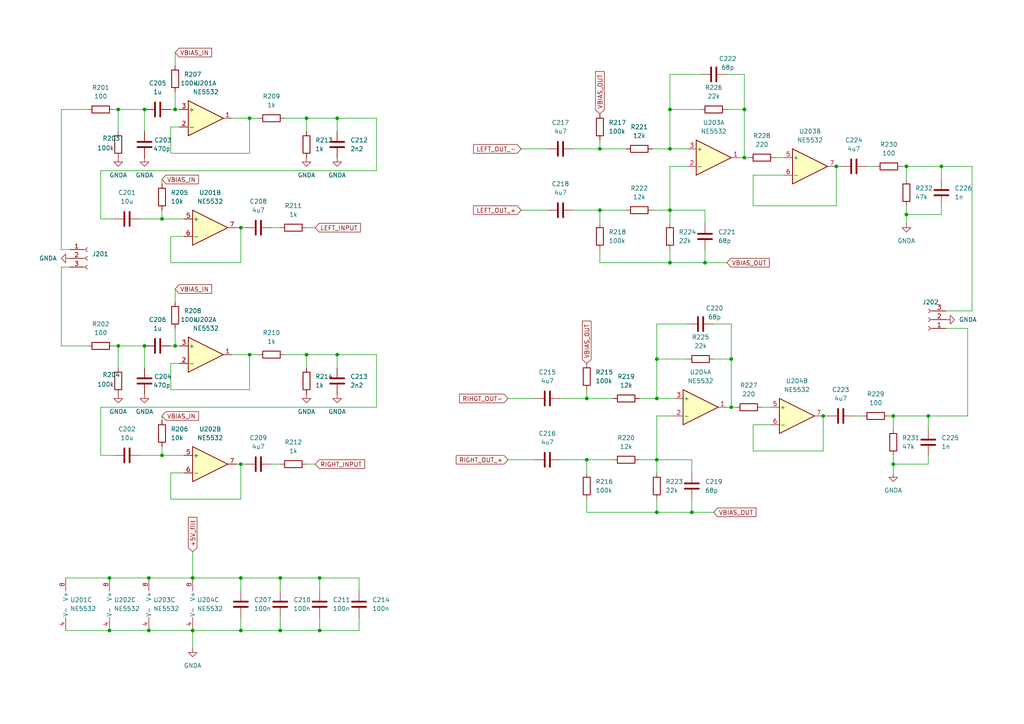
<source format=kicad_sch>
(kicad_sch
	(version 20231120)
	(generator "eeschema")
	(generator_version "8.0")
	(uuid "cd6ac549-4374-485a-a61e-5fc83e0924ca")
	(paper "A4")
	(lib_symbols
		(symbol "Amplifier_Operational:NE5532"
			(pin_names
				(offset 0.127)
			)
			(exclude_from_sim no)
			(in_bom yes)
			(on_board yes)
			(property "Reference" "U"
				(at 0 5.08 0)
				(effects
					(font
						(size 1.27 1.27)
					)
					(justify left)
				)
			)
			(property "Value" "NE5532"
				(at 0 -5.08 0)
				(effects
					(font
						(size 1.27 1.27)
					)
					(justify left)
				)
			)
			(property "Footprint" ""
				(at 0 0 0)
				(effects
					(font
						(size 1.27 1.27)
					)
					(hide yes)
				)
			)
			(property "Datasheet" "http://www.ti.com/lit/ds/symlink/ne5532.pdf"
				(at 0 0 0)
				(effects
					(font
						(size 1.27 1.27)
					)
					(hide yes)
				)
			)
			(property "Description" "Dual Low-Noise Operational Amplifiers, DIP-8/SOIC-8"
				(at 0 0 0)
				(effects
					(font
						(size 1.27 1.27)
					)
					(hide yes)
				)
			)
			(property "ki_locked" ""
				(at 0 0 0)
				(effects
					(font
						(size 1.27 1.27)
					)
				)
			)
			(property "ki_keywords" "dual opamp"
				(at 0 0 0)
				(effects
					(font
						(size 1.27 1.27)
					)
					(hide yes)
				)
			)
			(property "ki_fp_filters" "SOIC*3.9x4.9mm*P1.27mm* DIP*W7.62mm* TO*99* OnSemi*Micro8* TSSOP*3x3mm*P0.65mm* TSSOP*4.4x3mm*P0.65mm* MSOP*3x3mm*P0.65mm* SSOP*3.9x4.9mm*P0.635mm* LFCSP*2x2mm*P0.5mm* *SIP* SOIC*5.3x6.2mm*P1.27mm*"
				(at 0 0 0)
				(effects
					(font
						(size 1.27 1.27)
					)
					(hide yes)
				)
			)
			(symbol "NE5532_1_1"
				(polyline
					(pts
						(xy -5.08 5.08) (xy 5.08 0) (xy -5.08 -5.08) (xy -5.08 5.08)
					)
					(stroke
						(width 0.254)
						(type default)
					)
					(fill
						(type background)
					)
				)
				(pin output line
					(at 7.62 0 180)
					(length 2.54)
					(name "~"
						(effects
							(font
								(size 1.27 1.27)
							)
						)
					)
					(number "1"
						(effects
							(font
								(size 1.27 1.27)
							)
						)
					)
				)
				(pin input line
					(at -7.62 -2.54 0)
					(length 2.54)
					(name "-"
						(effects
							(font
								(size 1.27 1.27)
							)
						)
					)
					(number "2"
						(effects
							(font
								(size 1.27 1.27)
							)
						)
					)
				)
				(pin input line
					(at -7.62 2.54 0)
					(length 2.54)
					(name "+"
						(effects
							(font
								(size 1.27 1.27)
							)
						)
					)
					(number "3"
						(effects
							(font
								(size 1.27 1.27)
							)
						)
					)
				)
			)
			(symbol "NE5532_2_1"
				(polyline
					(pts
						(xy -5.08 5.08) (xy 5.08 0) (xy -5.08 -5.08) (xy -5.08 5.08)
					)
					(stroke
						(width 0.254)
						(type default)
					)
					(fill
						(type background)
					)
				)
				(pin input line
					(at -7.62 2.54 0)
					(length 2.54)
					(name "+"
						(effects
							(font
								(size 1.27 1.27)
							)
						)
					)
					(number "5"
						(effects
							(font
								(size 1.27 1.27)
							)
						)
					)
				)
				(pin input line
					(at -7.62 -2.54 0)
					(length 2.54)
					(name "-"
						(effects
							(font
								(size 1.27 1.27)
							)
						)
					)
					(number "6"
						(effects
							(font
								(size 1.27 1.27)
							)
						)
					)
				)
				(pin output line
					(at 7.62 0 180)
					(length 2.54)
					(name "~"
						(effects
							(font
								(size 1.27 1.27)
							)
						)
					)
					(number "7"
						(effects
							(font
								(size 1.27 1.27)
							)
						)
					)
				)
			)
			(symbol "NE5532_3_1"
				(pin power_in line
					(at -2.54 -7.62 90)
					(length 3.81)
					(name "V-"
						(effects
							(font
								(size 1.27 1.27)
							)
						)
					)
					(number "4"
						(effects
							(font
								(size 1.27 1.27)
							)
						)
					)
				)
				(pin power_in line
					(at -2.54 7.62 270)
					(length 3.81)
					(name "V+"
						(effects
							(font
								(size 1.27 1.27)
							)
						)
					)
					(number "8"
						(effects
							(font
								(size 1.27 1.27)
							)
						)
					)
				)
			)
		)
		(symbol "Connector:Conn_01x03_Socket"
			(pin_names
				(offset 1.016) hide)
			(exclude_from_sim no)
			(in_bom yes)
			(on_board yes)
			(property "Reference" "J"
				(at 0 5.08 0)
				(effects
					(font
						(size 1.27 1.27)
					)
				)
			)
			(property "Value" "Conn_01x03_Socket"
				(at 0 -5.08 0)
				(effects
					(font
						(size 1.27 1.27)
					)
				)
			)
			(property "Footprint" ""
				(at 0 0 0)
				(effects
					(font
						(size 1.27 1.27)
					)
					(hide yes)
				)
			)
			(property "Datasheet" "~"
				(at 0 0 0)
				(effects
					(font
						(size 1.27 1.27)
					)
					(hide yes)
				)
			)
			(property "Description" "Generic connector, single row, 01x03, script generated"
				(at 0 0 0)
				(effects
					(font
						(size 1.27 1.27)
					)
					(hide yes)
				)
			)
			(property "ki_locked" ""
				(at 0 0 0)
				(effects
					(font
						(size 1.27 1.27)
					)
				)
			)
			(property "ki_keywords" "connector"
				(at 0 0 0)
				(effects
					(font
						(size 1.27 1.27)
					)
					(hide yes)
				)
			)
			(property "ki_fp_filters" "Connector*:*_1x??_*"
				(at 0 0 0)
				(effects
					(font
						(size 1.27 1.27)
					)
					(hide yes)
				)
			)
			(symbol "Conn_01x03_Socket_1_1"
				(arc
					(start 0 -2.032)
					(mid -0.5058 -2.54)
					(end 0 -3.048)
					(stroke
						(width 0.1524)
						(type default)
					)
					(fill
						(type none)
					)
				)
				(polyline
					(pts
						(xy -1.27 -2.54) (xy -0.508 -2.54)
					)
					(stroke
						(width 0.1524)
						(type default)
					)
					(fill
						(type none)
					)
				)
				(polyline
					(pts
						(xy -1.27 0) (xy -0.508 0)
					)
					(stroke
						(width 0.1524)
						(type default)
					)
					(fill
						(type none)
					)
				)
				(polyline
					(pts
						(xy -1.27 2.54) (xy -0.508 2.54)
					)
					(stroke
						(width 0.1524)
						(type default)
					)
					(fill
						(type none)
					)
				)
				(arc
					(start 0 0.508)
					(mid -0.5058 0)
					(end 0 -0.508)
					(stroke
						(width 0.1524)
						(type default)
					)
					(fill
						(type none)
					)
				)
				(arc
					(start 0 3.048)
					(mid -0.5058 2.54)
					(end 0 2.032)
					(stroke
						(width 0.1524)
						(type default)
					)
					(fill
						(type none)
					)
				)
				(pin passive line
					(at -5.08 2.54 0)
					(length 3.81)
					(name "Pin_1"
						(effects
							(font
								(size 1.27 1.27)
							)
						)
					)
					(number "1"
						(effects
							(font
								(size 1.27 1.27)
							)
						)
					)
				)
				(pin passive line
					(at -5.08 0 0)
					(length 3.81)
					(name "Pin_2"
						(effects
							(font
								(size 1.27 1.27)
							)
						)
					)
					(number "2"
						(effects
							(font
								(size 1.27 1.27)
							)
						)
					)
				)
				(pin passive line
					(at -5.08 -2.54 0)
					(length 3.81)
					(name "Pin_3"
						(effects
							(font
								(size 1.27 1.27)
							)
						)
					)
					(number "3"
						(effects
							(font
								(size 1.27 1.27)
							)
						)
					)
				)
			)
		)
		(symbol "Device:C"
			(pin_numbers hide)
			(pin_names
				(offset 0.254)
			)
			(exclude_from_sim no)
			(in_bom yes)
			(on_board yes)
			(property "Reference" "C"
				(at 0.635 2.54 0)
				(effects
					(font
						(size 1.27 1.27)
					)
					(justify left)
				)
			)
			(property "Value" "C"
				(at 0.635 -2.54 0)
				(effects
					(font
						(size 1.27 1.27)
					)
					(justify left)
				)
			)
			(property "Footprint" ""
				(at 0.9652 -3.81 0)
				(effects
					(font
						(size 1.27 1.27)
					)
					(hide yes)
				)
			)
			(property "Datasheet" "~"
				(at 0 0 0)
				(effects
					(font
						(size 1.27 1.27)
					)
					(hide yes)
				)
			)
			(property "Description" "Unpolarized capacitor"
				(at 0 0 0)
				(effects
					(font
						(size 1.27 1.27)
					)
					(hide yes)
				)
			)
			(property "ki_keywords" "cap capacitor"
				(at 0 0 0)
				(effects
					(font
						(size 1.27 1.27)
					)
					(hide yes)
				)
			)
			(property "ki_fp_filters" "C_*"
				(at 0 0 0)
				(effects
					(font
						(size 1.27 1.27)
					)
					(hide yes)
				)
			)
			(symbol "C_0_1"
				(polyline
					(pts
						(xy -2.032 -0.762) (xy 2.032 -0.762)
					)
					(stroke
						(width 0.508)
						(type default)
					)
					(fill
						(type none)
					)
				)
				(polyline
					(pts
						(xy -2.032 0.762) (xy 2.032 0.762)
					)
					(stroke
						(width 0.508)
						(type default)
					)
					(fill
						(type none)
					)
				)
			)
			(symbol "C_1_1"
				(pin passive line
					(at 0 3.81 270)
					(length 2.794)
					(name "~"
						(effects
							(font
								(size 1.27 1.27)
							)
						)
					)
					(number "1"
						(effects
							(font
								(size 1.27 1.27)
							)
						)
					)
				)
				(pin passive line
					(at 0 -3.81 90)
					(length 2.794)
					(name "~"
						(effects
							(font
								(size 1.27 1.27)
							)
						)
					)
					(number "2"
						(effects
							(font
								(size 1.27 1.27)
							)
						)
					)
				)
			)
		)
		(symbol "Device:R"
			(pin_numbers hide)
			(pin_names
				(offset 0)
			)
			(exclude_from_sim no)
			(in_bom yes)
			(on_board yes)
			(property "Reference" "R"
				(at 2.032 0 90)
				(effects
					(font
						(size 1.27 1.27)
					)
				)
			)
			(property "Value" "R"
				(at 0 0 90)
				(effects
					(font
						(size 1.27 1.27)
					)
				)
			)
			(property "Footprint" ""
				(at -1.778 0 90)
				(effects
					(font
						(size 1.27 1.27)
					)
					(hide yes)
				)
			)
			(property "Datasheet" "~"
				(at 0 0 0)
				(effects
					(font
						(size 1.27 1.27)
					)
					(hide yes)
				)
			)
			(property "Description" "Resistor"
				(at 0 0 0)
				(effects
					(font
						(size 1.27 1.27)
					)
					(hide yes)
				)
			)
			(property "ki_keywords" "R res resistor"
				(at 0 0 0)
				(effects
					(font
						(size 1.27 1.27)
					)
					(hide yes)
				)
			)
			(property "ki_fp_filters" "R_*"
				(at 0 0 0)
				(effects
					(font
						(size 1.27 1.27)
					)
					(hide yes)
				)
			)
			(symbol "R_0_1"
				(rectangle
					(start -1.016 -2.54)
					(end 1.016 2.54)
					(stroke
						(width 0.254)
						(type default)
					)
					(fill
						(type none)
					)
				)
			)
			(symbol "R_1_1"
				(pin passive line
					(at 0 3.81 270)
					(length 1.27)
					(name "~"
						(effects
							(font
								(size 1.27 1.27)
							)
						)
					)
					(number "1"
						(effects
							(font
								(size 1.27 1.27)
							)
						)
					)
				)
				(pin passive line
					(at 0 -3.81 90)
					(length 1.27)
					(name "~"
						(effects
							(font
								(size 1.27 1.27)
							)
						)
					)
					(number "2"
						(effects
							(font
								(size 1.27 1.27)
							)
						)
					)
				)
			)
		)
		(symbol "power:GNDA"
			(power)
			(pin_numbers hide)
			(pin_names
				(offset 0) hide)
			(exclude_from_sim no)
			(in_bom yes)
			(on_board yes)
			(property "Reference" "#PWR"
				(at 0 -6.35 0)
				(effects
					(font
						(size 1.27 1.27)
					)
					(hide yes)
				)
			)
			(property "Value" "GNDA"
				(at 0 -3.81 0)
				(effects
					(font
						(size 1.27 1.27)
					)
				)
			)
			(property "Footprint" ""
				(at 0 0 0)
				(effects
					(font
						(size 1.27 1.27)
					)
					(hide yes)
				)
			)
			(property "Datasheet" ""
				(at 0 0 0)
				(effects
					(font
						(size 1.27 1.27)
					)
					(hide yes)
				)
			)
			(property "Description" "Power symbol creates a global label with name \"GNDA\" , analog ground"
				(at 0 0 0)
				(effects
					(font
						(size 1.27 1.27)
					)
					(hide yes)
				)
			)
			(property "ki_keywords" "global power"
				(at 0 0 0)
				(effects
					(font
						(size 1.27 1.27)
					)
					(hide yes)
				)
			)
			(symbol "GNDA_0_1"
				(polyline
					(pts
						(xy 0 0) (xy 0 -1.27) (xy 1.27 -1.27) (xy 0 -2.54) (xy -1.27 -1.27) (xy 0 -1.27)
					)
					(stroke
						(width 0)
						(type default)
					)
					(fill
						(type none)
					)
				)
			)
			(symbol "GNDA_1_1"
				(pin power_in line
					(at 0 0 270)
					(length 0)
					(name "~"
						(effects
							(font
								(size 1.27 1.27)
							)
						)
					)
					(number "1"
						(effects
							(font
								(size 1.27 1.27)
							)
						)
					)
				)
			)
		)
	)
	(junction
		(at 194.31 31.75)
		(diameter 0)
		(color 0 0 0 0)
		(uuid "06c2c8fa-d250-421b-9bec-ec68fe26fbe8")
	)
	(junction
		(at 69.85 66.04)
		(diameter 0)
		(color 0 0 0 0)
		(uuid "0c843bf9-59b5-492b-b2bf-aa0b03dd493e")
	)
	(junction
		(at 88.9 102.87)
		(diameter 0)
		(color 0 0 0 0)
		(uuid "0f3c2399-a6d5-4793-bbc8-bdacfe0b5d07")
	)
	(junction
		(at 238.76 120.65)
		(diameter 0)
		(color 0 0 0 0)
		(uuid "122ea580-0e9f-49b9-a5a6-b66f5f57ecff")
	)
	(junction
		(at 194.31 43.18)
		(diameter 0)
		(color 0 0 0 0)
		(uuid "185b8ad4-def1-4930-a237-98e0d0107a71")
	)
	(junction
		(at 194.31 76.2)
		(diameter 0)
		(color 0 0 0 0)
		(uuid "24ad0597-daff-47b8-bd10-ce20f91ae3fa")
	)
	(junction
		(at 34.29 100.33)
		(diameter 0)
		(color 0 0 0 0)
		(uuid "25c730f2-a2d3-43b1-8d15-092b96bf82d7")
	)
	(junction
		(at 215.9 45.72)
		(diameter 0)
		(color 0 0 0 0)
		(uuid "275d0a7e-0cd3-4edd-a9e3-cdb42e510076")
	)
	(junction
		(at 46.99 132.08)
		(diameter 0)
		(color 0 0 0 0)
		(uuid "282cbafc-db30-4f13-ac19-28a693caf05a")
	)
	(junction
		(at 215.9 31.75)
		(diameter 0)
		(color 0 0 0 0)
		(uuid "2ef6084f-5f04-4a1f-bcb4-6072a5b79568")
	)
	(junction
		(at 81.28 182.88)
		(diameter 0)
		(color 0 0 0 0)
		(uuid "30fc325c-6b46-4bc9-83ef-fd1a7f1d8b5e")
	)
	(junction
		(at 200.66 148.59)
		(diameter 0)
		(color 0 0 0 0)
		(uuid "341eedf1-1983-4a7b-b2be-87bdc1192ad7")
	)
	(junction
		(at 97.79 34.29)
		(diameter 0)
		(color 0 0 0 0)
		(uuid "35f4f9ea-9483-4e37-ad66-97078c9fca6d")
	)
	(junction
		(at 31.75 182.88)
		(diameter 0)
		(color 0 0 0 0)
		(uuid "3648bd33-4d63-4024-883c-950c360dd716")
	)
	(junction
		(at 50.8 100.33)
		(diameter 0)
		(color 0 0 0 0)
		(uuid "3cf4e7af-b4ec-4d3d-8bc7-8a788aa79d16")
	)
	(junction
		(at 273.05 48.26)
		(diameter 0)
		(color 0 0 0 0)
		(uuid "3f80ea39-3785-4e1c-b46c-2d1438c0d7d8")
	)
	(junction
		(at 41.91 100.33)
		(diameter 0)
		(color 0 0 0 0)
		(uuid "41579cce-b877-42e5-9916-748458bbb407")
	)
	(junction
		(at 212.09 104.14)
		(diameter 0)
		(color 0 0 0 0)
		(uuid "4315ba8d-8f5f-4e28-adc4-9c40504545a6")
	)
	(junction
		(at 92.71 182.88)
		(diameter 0)
		(color 0 0 0 0)
		(uuid "45520148-1f86-49cb-b121-3126966c43ca")
	)
	(junction
		(at 50.8 31.75)
		(diameter 0)
		(color 0 0 0 0)
		(uuid "49bf5eb5-cf53-483b-a033-2dd4485869a4")
	)
	(junction
		(at 46.99 63.5)
		(diameter 0)
		(color 0 0 0 0)
		(uuid "4ac2e59e-779e-4ad7-8af1-02dccd2847c4")
	)
	(junction
		(at 262.89 62.23)
		(diameter 0)
		(color 0 0 0 0)
		(uuid "536fe94c-fe33-4117-aa68-3e913e995080")
	)
	(junction
		(at 173.99 43.18)
		(diameter 0)
		(color 0 0 0 0)
		(uuid "5aa63bb9-6be7-469f-b59a-a61f3b57c25a")
	)
	(junction
		(at 88.9 34.29)
		(diameter 0)
		(color 0 0 0 0)
		(uuid "5c9025b0-3841-4b2a-a632-6ff66f0b920c")
	)
	(junction
		(at 55.88 167.64)
		(diameter 0)
		(color 0 0 0 0)
		(uuid "669fb765-d35e-4857-92d1-cf7b152ddb24")
	)
	(junction
		(at 31.75 167.64)
		(diameter 0)
		(color 0 0 0 0)
		(uuid "70b7b3af-5fa3-4678-ac38-38c41b53aa58")
	)
	(junction
		(at 190.5 104.14)
		(diameter 0)
		(color 0 0 0 0)
		(uuid "727c313d-3138-4b48-b423-9289c21a8cda")
	)
	(junction
		(at 69.85 167.64)
		(diameter 0)
		(color 0 0 0 0)
		(uuid "72a3734d-4ce2-441a-9dc3-b34915e54f43")
	)
	(junction
		(at 204.47 76.2)
		(diameter 0)
		(color 0 0 0 0)
		(uuid "73fd6096-9001-49e1-871a-2950b384c11d")
	)
	(junction
		(at 242.57 48.26)
		(diameter 0)
		(color 0 0 0 0)
		(uuid "76112160-eb7b-407d-a09b-aefe5a843c10")
	)
	(junction
		(at 212.09 118.11)
		(diameter 0)
		(color 0 0 0 0)
		(uuid "76f3e664-79ad-4f22-890c-85e157af5af0")
	)
	(junction
		(at 190.5 148.59)
		(diameter 0)
		(color 0 0 0 0)
		(uuid "78d243f7-48ff-4a61-8e4e-f58eb08b6dc7")
	)
	(junction
		(at 170.18 115.57)
		(diameter 0)
		(color 0 0 0 0)
		(uuid "78eb7da4-9219-43b7-8f08-69b5e85513d3")
	)
	(junction
		(at 41.91 31.75)
		(diameter 0)
		(color 0 0 0 0)
		(uuid "78fca304-5adb-4b96-ac3e-4df7bdf72c91")
	)
	(junction
		(at 69.85 134.62)
		(diameter 0)
		(color 0 0 0 0)
		(uuid "8025ea33-df76-498b-bfe2-3f3729846c37")
	)
	(junction
		(at 173.99 60.96)
		(diameter 0)
		(color 0 0 0 0)
		(uuid "83e8d907-68d6-45b8-843e-33827afe6fa6")
	)
	(junction
		(at 69.85 182.88)
		(diameter 0)
		(color 0 0 0 0)
		(uuid "849fb26f-f11c-4daa-bd91-738da6da1b09")
	)
	(junction
		(at 262.89 48.26)
		(diameter 0)
		(color 0 0 0 0)
		(uuid "877b3c62-4b32-43b9-acfc-e0b6cd5b0032")
	)
	(junction
		(at 43.18 182.88)
		(diameter 0)
		(color 0 0 0 0)
		(uuid "915001b8-7001-4097-ae26-6d3525594eb5")
	)
	(junction
		(at 190.5 133.35)
		(diameter 0)
		(color 0 0 0 0)
		(uuid "aafcab9e-5e46-4ffd-ad7d-8783b4063a25")
	)
	(junction
		(at 55.88 182.88)
		(diameter 0)
		(color 0 0 0 0)
		(uuid "bd91aa40-9d3b-4be1-8200-fbc9696ee8eb")
	)
	(junction
		(at 97.79 102.87)
		(diameter 0)
		(color 0 0 0 0)
		(uuid "c46402cb-4df7-4454-8f6f-b2d01d55ebe5")
	)
	(junction
		(at 190.5 115.57)
		(diameter 0)
		(color 0 0 0 0)
		(uuid "c710341a-4d0f-4de7-a978-37a665d542e5")
	)
	(junction
		(at 92.71 167.64)
		(diameter 0)
		(color 0 0 0 0)
		(uuid "c824ec49-6195-40fc-af7b-298142868fb6")
	)
	(junction
		(at 34.29 31.75)
		(diameter 0)
		(color 0 0 0 0)
		(uuid "c956b1b3-6e3b-42d1-b6c5-350aa3403810")
	)
	(junction
		(at 194.31 60.96)
		(diameter 0)
		(color 0 0 0 0)
		(uuid "d325eb86-1bca-43f0-acf6-8f85e0d3461a")
	)
	(junction
		(at 43.18 167.64)
		(diameter 0)
		(color 0 0 0 0)
		(uuid "d6874d16-45e9-4091-990c-adf13e582961")
	)
	(junction
		(at 269.24 120.65)
		(diameter 0)
		(color 0 0 0 0)
		(uuid "d8548b61-0d95-4c00-ab06-f9223bb9d5aa")
	)
	(junction
		(at 170.18 133.35)
		(diameter 0)
		(color 0 0 0 0)
		(uuid "ead7413d-ee1f-4c92-a721-e99ae3c93dc5")
	)
	(junction
		(at 259.08 120.65)
		(diameter 0)
		(color 0 0 0 0)
		(uuid "eca3098a-6dab-451f-9ae2-462d57c391c1")
	)
	(junction
		(at 72.39 34.29)
		(diameter 0)
		(color 0 0 0 0)
		(uuid "ed72a560-3906-411b-9e31-1df2dcc293b0")
	)
	(junction
		(at 72.39 102.87)
		(diameter 0)
		(color 0 0 0 0)
		(uuid "f09a8ced-2a3f-49f9-81ca-f51e21811040")
	)
	(junction
		(at 81.28 167.64)
		(diameter 0)
		(color 0 0 0 0)
		(uuid "f6840790-dc2e-4179-a3c5-294f13132b42")
	)
	(junction
		(at 259.08 134.62)
		(diameter 0)
		(color 0 0 0 0)
		(uuid "f7a72a9f-1399-47e4-ac3c-253903a6d255")
	)
	(wire
		(pts
			(xy 17.78 31.75) (xy 25.4 31.75)
		)
		(stroke
			(width 0)
			(type default)
		)
		(uuid "01a98cc3-2919-4169-adcb-31941868567b")
	)
	(wire
		(pts
			(xy 53.34 137.16) (xy 49.53 137.16)
		)
		(stroke
			(width 0)
			(type default)
		)
		(uuid "048e2c9d-a5ba-4015-8800-c091a0c712b7")
	)
	(wire
		(pts
			(xy 104.14 179.07) (xy 104.14 182.88)
		)
		(stroke
			(width 0)
			(type default)
		)
		(uuid "059f70ee-fcf5-4360-91df-bfb57120fc63")
	)
	(wire
		(pts
			(xy 97.79 102.87) (xy 97.79 106.68)
		)
		(stroke
			(width 0)
			(type default)
		)
		(uuid "069ab9b7-6de2-442d-bd2b-e9219782ec75")
	)
	(wire
		(pts
			(xy 31.75 167.64) (xy 43.18 167.64)
		)
		(stroke
			(width 0)
			(type default)
		)
		(uuid "087356c7-e6ca-48c9-955f-871b4a9a4868")
	)
	(wire
		(pts
			(xy 17.78 72.39) (xy 20.32 72.39)
		)
		(stroke
			(width 0)
			(type default)
		)
		(uuid "08ec5129-5331-472e-818c-167560e2c3bf")
	)
	(wire
		(pts
			(xy 185.42 115.57) (xy 190.5 115.57)
		)
		(stroke
			(width 0)
			(type default)
		)
		(uuid "0a0465f8-229f-4e2a-b3bc-1ccc1c75e830")
	)
	(wire
		(pts
			(xy 194.31 72.39) (xy 194.31 76.2)
		)
		(stroke
			(width 0)
			(type default)
		)
		(uuid "0a32d6d0-f893-4148-bbe4-53f4be282ddd")
	)
	(wire
		(pts
			(xy 52.07 105.41) (xy 49.53 105.41)
		)
		(stroke
			(width 0)
			(type default)
		)
		(uuid "0d184004-fb86-4c1f-9978-089e92b4cd13")
	)
	(wire
		(pts
			(xy 104.14 171.45) (xy 104.14 167.64)
		)
		(stroke
			(width 0)
			(type default)
		)
		(uuid "0d1af418-e369-4716-a05b-da9b3b43cf8c")
	)
	(wire
		(pts
			(xy 17.78 31.75) (xy 17.78 72.39)
		)
		(stroke
			(width 0)
			(type default)
		)
		(uuid "0e577fd5-92cd-4121-87d7-74aaeee3aa9d")
	)
	(wire
		(pts
			(xy 46.99 129.54) (xy 46.99 132.08)
		)
		(stroke
			(width 0)
			(type default)
		)
		(uuid "12a7cf60-9ed2-475d-bb4b-48a59b731d40")
	)
	(wire
		(pts
			(xy 170.18 115.57) (xy 177.8 115.57)
		)
		(stroke
			(width 0)
			(type default)
		)
		(uuid "1467bcc2-d100-4c9c-b01a-2e009fb28a18")
	)
	(wire
		(pts
			(xy 190.5 148.59) (xy 200.66 148.59)
		)
		(stroke
			(width 0)
			(type default)
		)
		(uuid "152ff236-a42d-4d12-9582-df76eba807f9")
	)
	(wire
		(pts
			(xy 92.71 167.64) (xy 81.28 167.64)
		)
		(stroke
			(width 0)
			(type default)
		)
		(uuid "16d41209-74f5-4b24-af78-89afcd03a205")
	)
	(wire
		(pts
			(xy 69.85 66.04) (xy 71.12 66.04)
		)
		(stroke
			(width 0)
			(type default)
		)
		(uuid "16de2c8d-28b2-45d1-92b1-1a19576ab375")
	)
	(wire
		(pts
			(xy 40.64 63.5) (xy 46.99 63.5)
		)
		(stroke
			(width 0)
			(type default)
		)
		(uuid "17d5b202-7f01-4a26-bf95-0c6a19b8f09a")
	)
	(wire
		(pts
			(xy 269.24 134.62) (xy 259.08 134.62)
		)
		(stroke
			(width 0)
			(type default)
		)
		(uuid "1a55e876-26cb-4ed3-9adf-45614fd0a06a")
	)
	(wire
		(pts
			(xy 46.99 52.07) (xy 46.99 53.34)
		)
		(stroke
			(width 0)
			(type default)
		)
		(uuid "1aeabace-ab75-4c14-bc6d-a726dc4b8958")
	)
	(wire
		(pts
			(xy 81.28 167.64) (xy 69.85 167.64)
		)
		(stroke
			(width 0)
			(type default)
		)
		(uuid "1b0099bd-3a80-4902-b263-215ee4408736")
	)
	(wire
		(pts
			(xy 41.91 100.33) (xy 41.91 106.68)
		)
		(stroke
			(width 0)
			(type default)
		)
		(uuid "1dab6211-d4a5-4b75-8c95-4ab67f157549")
	)
	(wire
		(pts
			(xy 50.8 26.67) (xy 50.8 31.75)
		)
		(stroke
			(width 0)
			(type default)
		)
		(uuid "1f02de61-94c4-4e74-8146-70c742f3c9cc")
	)
	(wire
		(pts
			(xy 242.57 48.26) (xy 243.84 48.26)
		)
		(stroke
			(width 0)
			(type default)
		)
		(uuid "2426a137-2a13-44a6-8fa5-17f100bfe1ef")
	)
	(wire
		(pts
			(xy 199.39 93.98) (xy 190.5 93.98)
		)
		(stroke
			(width 0)
			(type default)
		)
		(uuid "256a557a-5e91-4957-aa30-2f160cba6c14")
	)
	(wire
		(pts
			(xy 78.74 66.04) (xy 81.28 66.04)
		)
		(stroke
			(width 0)
			(type default)
		)
		(uuid "25d5ef22-a9b5-4d5d-9745-1260a5f032d3")
	)
	(wire
		(pts
			(xy 259.08 134.62) (xy 259.08 132.08)
		)
		(stroke
			(width 0)
			(type default)
		)
		(uuid "2681580b-2860-4670-be85-2cfe727c04be")
	)
	(wire
		(pts
			(xy 173.99 43.18) (xy 181.61 43.18)
		)
		(stroke
			(width 0)
			(type default)
		)
		(uuid "28602069-16d9-4e0c-8f13-884531c58d07")
	)
	(wire
		(pts
			(xy 49.53 113.03) (xy 72.39 113.03)
		)
		(stroke
			(width 0)
			(type default)
		)
		(uuid "29fe211b-5d91-4143-8540-f84add337246")
	)
	(wire
		(pts
			(xy 40.64 132.08) (xy 46.99 132.08)
		)
		(stroke
			(width 0)
			(type default)
		)
		(uuid "2a96b22a-7358-47b6-8e18-dfdecff0c3b6")
	)
	(wire
		(pts
			(xy 189.23 60.96) (xy 194.31 60.96)
		)
		(stroke
			(width 0)
			(type default)
		)
		(uuid "2c7b994d-5e57-4b38-a51d-c11e491ea547")
	)
	(wire
		(pts
			(xy 34.29 31.75) (xy 34.29 38.1)
		)
		(stroke
			(width 0)
			(type default)
		)
		(uuid "2d227a55-3f95-44fd-81b6-7b81341ccc08")
	)
	(wire
		(pts
			(xy 55.88 182.88) (xy 55.88 187.96)
		)
		(stroke
			(width 0)
			(type default)
		)
		(uuid "2fae3d0d-e380-4402-afcc-1983d5037ed6")
	)
	(wire
		(pts
			(xy 218.44 130.81) (xy 238.76 130.81)
		)
		(stroke
			(width 0)
			(type default)
		)
		(uuid "301a6cb9-3a19-41eb-a87b-fe8f48caa689")
	)
	(wire
		(pts
			(xy 257.81 120.65) (xy 259.08 120.65)
		)
		(stroke
			(width 0)
			(type default)
		)
		(uuid "332b918b-5fd9-454e-8a34-23f2b315a826")
	)
	(wire
		(pts
			(xy 33.02 100.33) (xy 34.29 100.33)
		)
		(stroke
			(width 0)
			(type default)
		)
		(uuid "3533730a-dc15-4c53-887c-29433ba9a7fa")
	)
	(wire
		(pts
			(xy 262.89 62.23) (xy 262.89 59.69)
		)
		(stroke
			(width 0)
			(type default)
		)
		(uuid "361308b2-fe51-48c4-b3b1-521b7446651d")
	)
	(wire
		(pts
			(xy 49.53 76.2) (xy 69.85 76.2)
		)
		(stroke
			(width 0)
			(type default)
		)
		(uuid "371e1dc3-b9b6-42d2-a61c-e9fa2836d4e9")
	)
	(wire
		(pts
			(xy 203.2 31.75) (xy 194.31 31.75)
		)
		(stroke
			(width 0)
			(type default)
		)
		(uuid "37e3dcd1-dbec-4fcc-ac06-5130c2f1340f")
	)
	(wire
		(pts
			(xy 173.99 60.96) (xy 181.61 60.96)
		)
		(stroke
			(width 0)
			(type default)
		)
		(uuid "37f7cfa5-40e0-48cc-ad6d-11498168659a")
	)
	(wire
		(pts
			(xy 207.01 104.14) (xy 212.09 104.14)
		)
		(stroke
			(width 0)
			(type default)
		)
		(uuid "37fab684-0c24-439f-9384-4087ac06596a")
	)
	(wire
		(pts
			(xy 49.53 68.58) (xy 49.53 76.2)
		)
		(stroke
			(width 0)
			(type default)
		)
		(uuid "3895937c-95a9-4f78-a7c7-5d5d6d830e42")
	)
	(wire
		(pts
			(xy 82.55 34.29) (xy 88.9 34.29)
		)
		(stroke
			(width 0)
			(type default)
		)
		(uuid "39a7ba75-7e87-4a10-aeeb-ede39f08fb74")
	)
	(wire
		(pts
			(xy 88.9 34.29) (xy 97.79 34.29)
		)
		(stroke
			(width 0)
			(type default)
		)
		(uuid "3a520bc1-f3e1-4d46-96e9-3778e233797d")
	)
	(wire
		(pts
			(xy 88.9 102.87) (xy 97.79 102.87)
		)
		(stroke
			(width 0)
			(type default)
		)
		(uuid "3add0c9e-1750-4e21-8773-9510e4e5aba7")
	)
	(wire
		(pts
			(xy 49.53 137.16) (xy 49.53 144.78)
		)
		(stroke
			(width 0)
			(type default)
		)
		(uuid "3c9beec0-b7a6-4494-8007-b20e8b2b83ae")
	)
	(wire
		(pts
			(xy 109.22 102.87) (xy 109.22 118.11)
		)
		(stroke
			(width 0)
			(type default)
		)
		(uuid "3d121c42-1ee4-4bad-a9ca-023f65e0436c")
	)
	(wire
		(pts
			(xy 97.79 34.29) (xy 97.79 38.1)
		)
		(stroke
			(width 0)
			(type default)
		)
		(uuid "3d88246d-262c-4987-9f5d-fec2daf4fb8d")
	)
	(wire
		(pts
			(xy 200.66 148.59) (xy 207.01 148.59)
		)
		(stroke
			(width 0)
			(type default)
		)
		(uuid "3dcb83b9-8174-4082-a5d9-c4ccc135bfd3")
	)
	(wire
		(pts
			(xy 242.57 48.26) (xy 242.57 59.69)
		)
		(stroke
			(width 0)
			(type default)
		)
		(uuid "3f0bce7e-0444-4b78-b2b4-88235ae78584")
	)
	(wire
		(pts
			(xy 29.21 49.53) (xy 29.21 63.5)
		)
		(stroke
			(width 0)
			(type default)
		)
		(uuid "4280e4ab-363c-422a-b560-4c176f5e51b0")
	)
	(wire
		(pts
			(xy 220.98 118.11) (xy 223.52 118.11)
		)
		(stroke
			(width 0)
			(type default)
		)
		(uuid "437ee8e8-8dbd-4ca9-afd8-b78a9fe747e5")
	)
	(wire
		(pts
			(xy 194.31 48.26) (xy 194.31 60.96)
		)
		(stroke
			(width 0)
			(type default)
		)
		(uuid "44c94ba4-f6ec-484c-a474-25a7b1319646")
	)
	(wire
		(pts
			(xy 69.85 182.88) (xy 55.88 182.88)
		)
		(stroke
			(width 0)
			(type default)
		)
		(uuid "4570998f-8f43-4f87-9c2e-1295d0e89dfa")
	)
	(wire
		(pts
			(xy 194.31 21.59) (xy 194.31 31.75)
		)
		(stroke
			(width 0)
			(type default)
		)
		(uuid "45bc4259-eb4e-4137-875b-b2cfebe9c460")
	)
	(wire
		(pts
			(xy 49.53 144.78) (xy 69.85 144.78)
		)
		(stroke
			(width 0)
			(type default)
		)
		(uuid "468097e8-a79a-4252-820a-55816b10e2b5")
	)
	(wire
		(pts
			(xy 173.99 40.64) (xy 173.99 43.18)
		)
		(stroke
			(width 0)
			(type default)
		)
		(uuid "479927d2-5df9-4321-abe9-91100ba55215")
	)
	(wire
		(pts
			(xy 261.62 48.26) (xy 262.89 48.26)
		)
		(stroke
			(width 0)
			(type default)
		)
		(uuid "47a2b9b7-7817-488b-af1f-ca67b5bb30bd")
	)
	(wire
		(pts
			(xy 162.56 115.57) (xy 170.18 115.57)
		)
		(stroke
			(width 0)
			(type default)
		)
		(uuid "4816da7a-cb9f-41f2-b099-3d8b750b2009")
	)
	(wire
		(pts
			(xy 92.71 179.07) (xy 92.71 182.88)
		)
		(stroke
			(width 0)
			(type default)
		)
		(uuid "48f4c9a8-edf0-422c-bafc-c2f35464e493")
	)
	(wire
		(pts
			(xy 212.09 118.11) (xy 213.36 118.11)
		)
		(stroke
			(width 0)
			(type default)
		)
		(uuid "49e5af7d-5f8f-490d-a236-5070bb5aad00")
	)
	(wire
		(pts
			(xy 280.67 95.25) (xy 280.67 120.65)
		)
		(stroke
			(width 0)
			(type default)
		)
		(uuid "4b3e99cd-7ff7-400c-af32-59cfc32dd52e")
	)
	(wire
		(pts
			(xy 195.58 120.65) (xy 190.5 120.65)
		)
		(stroke
			(width 0)
			(type default)
		)
		(uuid "4c082191-02fa-436e-bd49-9064e26abed4")
	)
	(wire
		(pts
			(xy 69.85 144.78) (xy 69.85 134.62)
		)
		(stroke
			(width 0)
			(type default)
		)
		(uuid "4d1cc2fb-728f-48f1-91fe-5150b4459a5a")
	)
	(wire
		(pts
			(xy 109.22 49.53) (xy 29.21 49.53)
		)
		(stroke
			(width 0)
			(type default)
		)
		(uuid "4d765f40-eaf3-4696-9ce0-823a929c3701")
	)
	(wire
		(pts
			(xy 185.42 133.35) (xy 190.5 133.35)
		)
		(stroke
			(width 0)
			(type default)
		)
		(uuid "4d8cd32a-8d9e-467b-bc64-534f1b6b71ab")
	)
	(wire
		(pts
			(xy 81.28 167.64) (xy 81.28 171.45)
		)
		(stroke
			(width 0)
			(type default)
		)
		(uuid "4f96d496-151f-4602-b4cb-8c7efca78f59")
	)
	(wire
		(pts
			(xy 67.31 34.29) (xy 72.39 34.29)
		)
		(stroke
			(width 0)
			(type default)
		)
		(uuid "50153474-943c-4c44-bd2a-8f03ecfeb220")
	)
	(wire
		(pts
			(xy 170.18 113.03) (xy 170.18 115.57)
		)
		(stroke
			(width 0)
			(type default)
		)
		(uuid "50d31796-c0f5-4689-9c84-a2fd71368343")
	)
	(wire
		(pts
			(xy 200.66 144.78) (xy 200.66 148.59)
		)
		(stroke
			(width 0)
			(type default)
		)
		(uuid "510ebf2d-463a-4ea7-b4e1-1bc0a7bcd467")
	)
	(wire
		(pts
			(xy 72.39 34.29) (xy 74.93 34.29)
		)
		(stroke
			(width 0)
			(type default)
		)
		(uuid "54fe0489-4c78-42b1-9145-0d95f99bd923")
	)
	(wire
		(pts
			(xy 154.94 115.57) (xy 147.32 115.57)
		)
		(stroke
			(width 0)
			(type default)
		)
		(uuid "55f0c01b-2162-44b7-83de-53fe15341285")
	)
	(wire
		(pts
			(xy 269.24 132.08) (xy 269.24 134.62)
		)
		(stroke
			(width 0)
			(type default)
		)
		(uuid "57c2a2d0-1c9b-4dac-bb2e-517694ab4aba")
	)
	(wire
		(pts
			(xy 72.39 102.87) (xy 74.93 102.87)
		)
		(stroke
			(width 0)
			(type default)
		)
		(uuid "58ac7885-b984-4e7d-a3f6-12207dec800b")
	)
	(wire
		(pts
			(xy 189.23 43.18) (xy 194.31 43.18)
		)
		(stroke
			(width 0)
			(type default)
		)
		(uuid "5af6d000-d286-44f8-bce6-e0204a342d75")
	)
	(wire
		(pts
			(xy 97.79 34.29) (xy 109.22 34.29)
		)
		(stroke
			(width 0)
			(type default)
		)
		(uuid "5bfe3663-8ffc-4105-ae6f-23339bc9308e")
	)
	(wire
		(pts
			(xy 31.75 182.88) (xy 43.18 182.88)
		)
		(stroke
			(width 0)
			(type default)
		)
		(uuid "5d57df13-57fb-414f-9124-4029370448ff")
	)
	(wire
		(pts
			(xy 173.99 76.2) (xy 194.31 76.2)
		)
		(stroke
			(width 0)
			(type default)
		)
		(uuid "5e8034b6-ed0f-4495-9210-112f8887da9c")
	)
	(wire
		(pts
			(xy 68.58 134.62) (xy 69.85 134.62)
		)
		(stroke
			(width 0)
			(type default)
		)
		(uuid "5e80a4f5-da52-4d35-9784-a5e564fb6d17")
	)
	(wire
		(pts
			(xy 17.78 100.33) (xy 25.4 100.33)
		)
		(stroke
			(width 0)
			(type default)
		)
		(uuid "6045895a-35fe-4f0f-9872-272f4969102c")
	)
	(wire
		(pts
			(xy 170.18 144.78) (xy 170.18 148.59)
		)
		(stroke
			(width 0)
			(type default)
		)
		(uuid "60bf7f93-d750-4238-8420-0c786fd4f7cf")
	)
	(wire
		(pts
			(xy 215.9 45.72) (xy 217.17 45.72)
		)
		(stroke
			(width 0)
			(type default)
		)
		(uuid "620aedff-4ef4-4f27-8682-c93941a59a61")
	)
	(wire
		(pts
			(xy 88.9 102.87) (xy 88.9 106.68)
		)
		(stroke
			(width 0)
			(type default)
		)
		(uuid "630b4308-8817-4496-8998-69e1281dc467")
	)
	(wire
		(pts
			(xy 72.39 34.29) (xy 72.39 44.45)
		)
		(stroke
			(width 0)
			(type default)
		)
		(uuid "6341d436-e0d2-44c8-90c8-9ace1e4d9b53")
	)
	(wire
		(pts
			(xy 72.39 102.87) (xy 72.39 113.03)
		)
		(stroke
			(width 0)
			(type default)
		)
		(uuid "68a17cce-a067-4887-b626-0945acb47272")
	)
	(wire
		(pts
			(xy 190.5 120.65) (xy 190.5 133.35)
		)
		(stroke
			(width 0)
			(type default)
		)
		(uuid "6938727e-fe8c-45a7-beb8-6c0e5e461e87")
	)
	(wire
		(pts
			(xy 204.47 72.39) (xy 204.47 76.2)
		)
		(stroke
			(width 0)
			(type default)
		)
		(uuid "695c6fc1-903f-45d2-81a5-43d1033ef18c")
	)
	(wire
		(pts
			(xy 69.85 76.2) (xy 69.85 66.04)
		)
		(stroke
			(width 0)
			(type default)
		)
		(uuid "6a96bc8e-abbb-4fba-b50e-3c0ec30f8191")
	)
	(wire
		(pts
			(xy 69.85 134.62) (xy 71.12 134.62)
		)
		(stroke
			(width 0)
			(type default)
		)
		(uuid "6b586ae2-4e7d-4c0c-8a0f-7db8649fd8f8")
	)
	(wire
		(pts
			(xy 78.74 134.62) (xy 81.28 134.62)
		)
		(stroke
			(width 0)
			(type default)
		)
		(uuid "6bb00a84-fb35-4c66-b9c9-c9dd8cf9c233")
	)
	(wire
		(pts
			(xy 262.89 48.26) (xy 273.05 48.26)
		)
		(stroke
			(width 0)
			(type default)
		)
		(uuid "6dc22eff-df78-4c75-8188-81dc8137e2d6")
	)
	(wire
		(pts
			(xy 194.31 43.18) (xy 199.39 43.18)
		)
		(stroke
			(width 0)
			(type default)
		)
		(uuid "6e828795-d426-4b3a-aab7-6210836dd827")
	)
	(wire
		(pts
			(xy 262.89 62.23) (xy 262.89 64.77)
		)
		(stroke
			(width 0)
			(type default)
		)
		(uuid "71af9934-12ed-4525-9763-04a97af3a623")
	)
	(wire
		(pts
			(xy 199.39 48.26) (xy 194.31 48.26)
		)
		(stroke
			(width 0)
			(type default)
		)
		(uuid "72026929-eb1b-4853-9659-59805f662b0c")
	)
	(wire
		(pts
			(xy 274.32 90.17) (xy 281.94 90.17)
		)
		(stroke
			(width 0)
			(type default)
		)
		(uuid "72bc4da8-3e12-48ff-bc57-4a4364484125")
	)
	(wire
		(pts
			(xy 259.08 120.65) (xy 259.08 124.46)
		)
		(stroke
			(width 0)
			(type default)
		)
		(uuid "73392816-b698-42cc-ba7c-e0724bcc8781")
	)
	(wire
		(pts
			(xy 218.44 59.69) (xy 242.57 59.69)
		)
		(stroke
			(width 0)
			(type default)
		)
		(uuid "75e273da-a415-447d-be82-2bb1c9edbbdb")
	)
	(wire
		(pts
			(xy 69.85 179.07) (xy 69.85 182.88)
		)
		(stroke
			(width 0)
			(type default)
		)
		(uuid "7894aa31-8ffb-4cac-b808-55277e3b3417")
	)
	(wire
		(pts
			(xy 46.99 120.65) (xy 46.99 121.92)
		)
		(stroke
			(width 0)
			(type default)
		)
		(uuid "7ad6a475-900e-4505-8c8e-702399b9f7f3")
	)
	(wire
		(pts
			(xy 49.53 105.41) (xy 49.53 113.03)
		)
		(stroke
			(width 0)
			(type default)
		)
		(uuid "7beccdd0-c39c-4e74-846e-4620c75cf78e")
	)
	(wire
		(pts
			(xy 210.82 31.75) (xy 215.9 31.75)
		)
		(stroke
			(width 0)
			(type default)
		)
		(uuid "7c1d2321-fe6f-4f1e-b4bb-b7d2ebd50816")
	)
	(wire
		(pts
			(xy 204.47 60.96) (xy 194.31 60.96)
		)
		(stroke
			(width 0)
			(type default)
		)
		(uuid "7f6f4b93-0722-4508-977c-5f4d08e1688e")
	)
	(wire
		(pts
			(xy 97.79 102.87) (xy 109.22 102.87)
		)
		(stroke
			(width 0)
			(type default)
		)
		(uuid "8079bc35-131b-497a-aa9d-d41b0b846bca")
	)
	(wire
		(pts
			(xy 194.31 31.75) (xy 194.31 43.18)
		)
		(stroke
			(width 0)
			(type default)
		)
		(uuid "818880be-e77d-4d80-aafc-6bbaea3a9947")
	)
	(wire
		(pts
			(xy 29.21 132.08) (xy 33.02 132.08)
		)
		(stroke
			(width 0)
			(type default)
		)
		(uuid "83c1cdfa-0cc9-4934-b7f2-1351a6a3f3eb")
	)
	(wire
		(pts
			(xy 29.21 118.11) (xy 29.21 132.08)
		)
		(stroke
			(width 0)
			(type default)
		)
		(uuid "868abc00-509e-4974-8264-e328883e644d")
	)
	(wire
		(pts
			(xy 46.99 60.96) (xy 46.99 63.5)
		)
		(stroke
			(width 0)
			(type default)
		)
		(uuid "87b0f487-b253-402d-9564-5ef057002f1e")
	)
	(wire
		(pts
			(xy 49.53 31.75) (xy 50.8 31.75)
		)
		(stroke
			(width 0)
			(type default)
		)
		(uuid "8a1e0c18-84e1-4cbd-9600-74558059c5d0")
	)
	(wire
		(pts
			(xy 247.65 120.65) (xy 250.19 120.65)
		)
		(stroke
			(width 0)
			(type default)
		)
		(uuid "8d044707-4507-4bee-b1aa-ba329aa9d54f")
	)
	(wire
		(pts
			(xy 190.5 93.98) (xy 190.5 104.14)
		)
		(stroke
			(width 0)
			(type default)
		)
		(uuid "92675b51-0814-4b00-aa7e-373fe7a14025")
	)
	(wire
		(pts
			(xy 251.46 48.26) (xy 254 48.26)
		)
		(stroke
			(width 0)
			(type default)
		)
		(uuid "928944a8-c32c-40f0-8c0d-4321faf26f9d")
	)
	(wire
		(pts
			(xy 170.18 133.35) (xy 170.18 137.16)
		)
		(stroke
			(width 0)
			(type default)
		)
		(uuid "92d41099-a016-45f9-853b-191e1487cae3")
	)
	(wire
		(pts
			(xy 43.18 182.88) (xy 55.88 182.88)
		)
		(stroke
			(width 0)
			(type default)
		)
		(uuid "93429c2a-a7ba-4a70-9946-7e48f6e3316a")
	)
	(wire
		(pts
			(xy 269.24 120.65) (xy 269.24 124.46)
		)
		(stroke
			(width 0)
			(type default)
		)
		(uuid "9777c2f0-8d22-481b-b7d7-e3e92c5046d8")
	)
	(wire
		(pts
			(xy 203.2 21.59) (xy 194.31 21.59)
		)
		(stroke
			(width 0)
			(type default)
		)
		(uuid "98e0c130-274c-40ce-8526-d1f928a1b7d6")
	)
	(wire
		(pts
			(xy 19.05 182.88) (xy 31.75 182.88)
		)
		(stroke
			(width 0)
			(type default)
		)
		(uuid "995f58d0-c32b-4147-8690-14cacd61d9a6")
	)
	(wire
		(pts
			(xy 194.31 76.2) (xy 204.47 76.2)
		)
		(stroke
			(width 0)
			(type default)
		)
		(uuid "9a0ba6c7-cdc2-4730-82e7-44f5b02639e5")
	)
	(wire
		(pts
			(xy 190.5 115.57) (xy 195.58 115.57)
		)
		(stroke
			(width 0)
			(type default)
		)
		(uuid "9c3ca25b-9c63-4131-ae2e-e2fbf6353863")
	)
	(wire
		(pts
			(xy 215.9 21.59) (xy 215.9 31.75)
		)
		(stroke
			(width 0)
			(type default)
		)
		(uuid "9d95559b-0e47-43b2-993b-fea07bdeb062")
	)
	(wire
		(pts
			(xy 49.53 44.45) (xy 72.39 44.45)
		)
		(stroke
			(width 0)
			(type default)
		)
		(uuid "9f302136-77ec-4cdf-8fc4-c55ee906c664")
	)
	(wire
		(pts
			(xy 109.22 118.11) (xy 29.21 118.11)
		)
		(stroke
			(width 0)
			(type default)
		)
		(uuid "9f3656fb-d55f-415a-ba9e-7b4205e63b73")
	)
	(wire
		(pts
			(xy 46.99 132.08) (xy 53.34 132.08)
		)
		(stroke
			(width 0)
			(type default)
		)
		(uuid "a0dcadb9-b0aa-412e-afe4-d51ae2eacde0")
	)
	(wire
		(pts
			(xy 50.8 100.33) (xy 52.07 100.33)
		)
		(stroke
			(width 0)
			(type default)
		)
		(uuid "a5681d24-5846-4104-b364-a3ae30274dfe")
	)
	(wire
		(pts
			(xy 238.76 120.65) (xy 238.76 130.81)
		)
		(stroke
			(width 0)
			(type default)
		)
		(uuid "a5dcf332-db87-4aaf-ad99-647ab9ab2ce3")
	)
	(wire
		(pts
			(xy 227.33 50.8) (xy 218.44 50.8)
		)
		(stroke
			(width 0)
			(type default)
		)
		(uuid "a5f6d066-5d53-4dd3-91a7-2d26a946966e")
	)
	(wire
		(pts
			(xy 50.8 31.75) (xy 52.07 31.75)
		)
		(stroke
			(width 0)
			(type default)
		)
		(uuid "a65620dc-aca8-4ffd-b270-615383fa06c0")
	)
	(wire
		(pts
			(xy 166.37 43.18) (xy 173.99 43.18)
		)
		(stroke
			(width 0)
			(type default)
		)
		(uuid "a6dad503-3442-4c66-8349-e0c10831749f")
	)
	(wire
		(pts
			(xy 210.82 118.11) (xy 212.09 118.11)
		)
		(stroke
			(width 0)
			(type default)
		)
		(uuid "a6dcf5c1-4053-416a-9a7d-f2333c667782")
	)
	(wire
		(pts
			(xy 190.5 144.78) (xy 190.5 148.59)
		)
		(stroke
			(width 0)
			(type default)
		)
		(uuid "a7a4de91-0956-4fad-96b4-48b83aa5b4cf")
	)
	(wire
		(pts
			(xy 69.85 167.64) (xy 55.88 167.64)
		)
		(stroke
			(width 0)
			(type default)
		)
		(uuid "acdd370b-34d7-42dd-8e21-a2b39fa32c8e")
	)
	(wire
		(pts
			(xy 238.76 120.65) (xy 240.03 120.65)
		)
		(stroke
			(width 0)
			(type default)
		)
		(uuid "ae3fdec0-8909-4277-a125-cb0a301600b2")
	)
	(wire
		(pts
			(xy 82.55 102.87) (xy 88.9 102.87)
		)
		(stroke
			(width 0)
			(type default)
		)
		(uuid "aeee0224-1dd6-4be3-aa94-e21b850cfaa4")
	)
	(wire
		(pts
			(xy 154.94 133.35) (xy 147.32 133.35)
		)
		(stroke
			(width 0)
			(type default)
		)
		(uuid "b1873ec8-4dcf-4abe-a126-046583239e58")
	)
	(wire
		(pts
			(xy 81.28 182.88) (xy 69.85 182.88)
		)
		(stroke
			(width 0)
			(type default)
		)
		(uuid "b19a5256-85fb-44f5-8cec-faba5d4ff681")
	)
	(wire
		(pts
			(xy 190.5 104.14) (xy 190.5 115.57)
		)
		(stroke
			(width 0)
			(type default)
		)
		(uuid "b208fe16-eddd-4f76-b357-aef956b8dddb")
	)
	(wire
		(pts
			(xy 81.28 179.07) (xy 81.28 182.88)
		)
		(stroke
			(width 0)
			(type default)
		)
		(uuid "b33da8ce-ccc8-4994-8972-8cbda14d3067")
	)
	(wire
		(pts
			(xy 223.52 123.19) (xy 218.44 123.19)
		)
		(stroke
			(width 0)
			(type default)
		)
		(uuid "b6170601-d1d5-4272-a480-5ee41ae95150")
	)
	(wire
		(pts
			(xy 259.08 120.65) (xy 269.24 120.65)
		)
		(stroke
			(width 0)
			(type default)
		)
		(uuid "b6566573-8eab-4851-9311-1a5fc3c95c80")
	)
	(wire
		(pts
			(xy 207.01 93.98) (xy 212.09 93.98)
		)
		(stroke
			(width 0)
			(type default)
		)
		(uuid "b70b773c-1ff9-4ddc-a60c-5a86db4b4826")
	)
	(wire
		(pts
			(xy 55.88 160.02) (xy 55.88 167.64)
		)
		(stroke
			(width 0)
			(type default)
		)
		(uuid "b7335ddd-1fd6-44d4-984a-8c3ba7f32351")
	)
	(wire
		(pts
			(xy 190.5 133.35) (xy 190.5 137.16)
		)
		(stroke
			(width 0)
			(type default)
		)
		(uuid "bafc23bb-09bc-46a6-a77c-a01d386a1c5f")
	)
	(wire
		(pts
			(xy 67.31 102.87) (xy 72.39 102.87)
		)
		(stroke
			(width 0)
			(type default)
		)
		(uuid "be006967-d2e6-4f53-95cb-47edba982b98")
	)
	(wire
		(pts
			(xy 218.44 50.8) (xy 218.44 59.69)
		)
		(stroke
			(width 0)
			(type default)
		)
		(uuid "be11f1d6-6ec0-49c8-af72-4cac0d1a3bd4")
	)
	(wire
		(pts
			(xy 29.21 63.5) (xy 33.02 63.5)
		)
		(stroke
			(width 0)
			(type default)
		)
		(uuid "bf214192-0723-4cac-8b7a-f230ece2d238")
	)
	(wire
		(pts
			(xy 212.09 93.98) (xy 212.09 104.14)
		)
		(stroke
			(width 0)
			(type default)
		)
		(uuid "bf3808a8-09a6-4f16-a32a-fe373cf403df")
	)
	(wire
		(pts
			(xy 33.02 31.75) (xy 34.29 31.75)
		)
		(stroke
			(width 0)
			(type default)
		)
		(uuid "bfbb6895-aed0-4f01-b0b5-64c13708e49b")
	)
	(wire
		(pts
			(xy 215.9 31.75) (xy 215.9 45.72)
		)
		(stroke
			(width 0)
			(type default)
		)
		(uuid "bfbfbdd0-491f-43e5-a8f8-0aff37d8df0d")
	)
	(wire
		(pts
			(xy 200.66 133.35) (xy 190.5 133.35)
		)
		(stroke
			(width 0)
			(type default)
		)
		(uuid "c01cde08-ddde-473d-8241-70a0c2c4facc")
	)
	(wire
		(pts
			(xy 273.05 48.26) (xy 273.05 52.07)
		)
		(stroke
			(width 0)
			(type default)
		)
		(uuid "c180c966-e6c8-4ccc-bc53-b585cd2110ca")
	)
	(wire
		(pts
			(xy 41.91 31.75) (xy 41.91 38.1)
		)
		(stroke
			(width 0)
			(type default)
		)
		(uuid "c1b60410-5c7c-4623-a4ab-2b3f021002b4")
	)
	(wire
		(pts
			(xy 212.09 104.14) (xy 212.09 118.11)
		)
		(stroke
			(width 0)
			(type default)
		)
		(uuid "c2101bd4-59e3-4998-893e-3c7726b1b64c")
	)
	(wire
		(pts
			(xy 46.99 63.5) (xy 53.34 63.5)
		)
		(stroke
			(width 0)
			(type default)
		)
		(uuid "c2cf4079-ec5d-4f7d-a171-a55f774134a4")
	)
	(wire
		(pts
			(xy 50.8 95.25) (xy 50.8 100.33)
		)
		(stroke
			(width 0)
			(type default)
		)
		(uuid "c558ab39-d5bf-4ca8-ab0e-5a76ccd697a2")
	)
	(wire
		(pts
			(xy 104.14 167.64) (xy 92.71 167.64)
		)
		(stroke
			(width 0)
			(type default)
		)
		(uuid "c6334b1a-2dbe-475f-b6eb-6e8848ae059a")
	)
	(wire
		(pts
			(xy 68.58 66.04) (xy 69.85 66.04)
		)
		(stroke
			(width 0)
			(type default)
		)
		(uuid "c65394e5-0e12-4c50-a4a0-c2f10182f2ca")
	)
	(wire
		(pts
			(xy 88.9 66.04) (xy 91.44 66.04)
		)
		(stroke
			(width 0)
			(type default)
		)
		(uuid "c6aa0a99-7460-410d-b126-eae17b8c1ce9")
	)
	(wire
		(pts
			(xy 158.75 60.96) (xy 151.13 60.96)
		)
		(stroke
			(width 0)
			(type default)
		)
		(uuid "c6ca4468-9448-4806-93bf-b7b0c23ac774")
	)
	(wire
		(pts
			(xy 218.44 123.19) (xy 218.44 130.81)
		)
		(stroke
			(width 0)
			(type default)
		)
		(uuid "c9213ce5-b6c9-4492-9964-f5022f387841")
	)
	(wire
		(pts
			(xy 43.18 167.64) (xy 55.88 167.64)
		)
		(stroke
			(width 0)
			(type default)
		)
		(uuid "cb1e2336-829e-4602-a041-8862af436aa0")
	)
	(wire
		(pts
			(xy 50.8 15.24) (xy 50.8 19.05)
		)
		(stroke
			(width 0)
			(type default)
		)
		(uuid "ccb824b2-18c7-4eb7-aee1-f1ffda1f8ee4")
	)
	(wire
		(pts
			(xy 69.85 167.64) (xy 69.85 171.45)
		)
		(stroke
			(width 0)
			(type default)
		)
		(uuid "ccd6bf8d-de81-4435-8bb4-edd0218317d9")
	)
	(wire
		(pts
			(xy 19.05 167.64) (xy 31.75 167.64)
		)
		(stroke
			(width 0)
			(type default)
		)
		(uuid "cf98dfa4-5b50-4993-85f9-04d3b3174039")
	)
	(wire
		(pts
			(xy 170.18 133.35) (xy 177.8 133.35)
		)
		(stroke
			(width 0)
			(type default)
		)
		(uuid "d05860e4-3b12-462b-83eb-cb9b2f361b4d")
	)
	(wire
		(pts
			(xy 204.47 64.77) (xy 204.47 60.96)
		)
		(stroke
			(width 0)
			(type default)
		)
		(uuid "d133a834-3225-4f0a-9701-beb9a5b87bc9")
	)
	(wire
		(pts
			(xy 273.05 59.69) (xy 273.05 62.23)
		)
		(stroke
			(width 0)
			(type default)
		)
		(uuid "d2245b4d-40de-4786-af12-d61e2ae78117")
	)
	(wire
		(pts
			(xy 210.82 21.59) (xy 215.9 21.59)
		)
		(stroke
			(width 0)
			(type default)
		)
		(uuid "d34c3211-0725-4710-bc8d-d700e6905a4a")
	)
	(wire
		(pts
			(xy 92.71 182.88) (xy 104.14 182.88)
		)
		(stroke
			(width 0)
			(type default)
		)
		(uuid "d5a18ca9-2356-4738-980f-c9f46b4dac05")
	)
	(wire
		(pts
			(xy 17.78 77.47) (xy 20.32 77.47)
		)
		(stroke
			(width 0)
			(type default)
		)
		(uuid "d674ae6a-01f2-4ec6-ae91-39eae342d5ff")
	)
	(wire
		(pts
			(xy 88.9 34.29) (xy 88.9 38.1)
		)
		(stroke
			(width 0)
			(type default)
		)
		(uuid "d6beac99-e1c1-44d8-8e8b-30bdf680eec4")
	)
	(wire
		(pts
			(xy 88.9 134.62) (xy 91.44 134.62)
		)
		(stroke
			(width 0)
			(type default)
		)
		(uuid "d8445889-13be-43df-8cc1-f0331def3a2e")
	)
	(wire
		(pts
			(xy 199.39 104.14) (xy 190.5 104.14)
		)
		(stroke
			(width 0)
			(type default)
		)
		(uuid "da2bffe4-0a84-453d-b265-cbe14b589085")
	)
	(wire
		(pts
			(xy 162.56 133.35) (xy 170.18 133.35)
		)
		(stroke
			(width 0)
			(type default)
		)
		(uuid "dabeb566-d966-4314-9d97-9677ac1f9e40")
	)
	(wire
		(pts
			(xy 81.28 182.88) (xy 92.71 182.88)
		)
		(stroke
			(width 0)
			(type default)
		)
		(uuid "dd762479-a4ee-4c86-9de8-e238b571f8f1")
	)
	(wire
		(pts
			(xy 17.78 100.33) (xy 17.78 77.47)
		)
		(stroke
			(width 0)
			(type default)
		)
		(uuid "ddd58863-d74f-48e4-85cb-f5101ddba6e3")
	)
	(wire
		(pts
			(xy 281.94 48.26) (xy 281.94 90.17)
		)
		(stroke
			(width 0)
			(type default)
		)
		(uuid "de31a922-ff4e-4246-aee4-e3598865b603")
	)
	(wire
		(pts
			(xy 273.05 62.23) (xy 262.89 62.23)
		)
		(stroke
			(width 0)
			(type default)
		)
		(uuid "e26413f1-c418-4b41-832a-ab3ae09abaa2")
	)
	(wire
		(pts
			(xy 259.08 134.62) (xy 259.08 137.16)
		)
		(stroke
			(width 0)
			(type default)
		)
		(uuid "e5480a9b-934e-48c9-b6a0-44c71d21fcc2")
	)
	(wire
		(pts
			(xy 173.99 72.39) (xy 173.99 76.2)
		)
		(stroke
			(width 0)
			(type default)
		)
		(uuid "e645556d-8b8b-4330-899f-ae698d621072")
	)
	(wire
		(pts
			(xy 200.66 137.16) (xy 200.66 133.35)
		)
		(stroke
			(width 0)
			(type default)
		)
		(uuid "e81a6ade-e9fb-4f94-b36f-6e5c2ac016ea")
	)
	(wire
		(pts
			(xy 34.29 100.33) (xy 34.29 106.68)
		)
		(stroke
			(width 0)
			(type default)
		)
		(uuid "e8d16759-e9f8-4de5-ae34-206dcefce604")
	)
	(wire
		(pts
			(xy 92.71 167.64) (xy 92.71 171.45)
		)
		(stroke
			(width 0)
			(type default)
		)
		(uuid "e93914c7-e8b2-444d-819b-0c22026c3823")
	)
	(wire
		(pts
			(xy 49.53 100.33) (xy 50.8 100.33)
		)
		(stroke
			(width 0)
			(type default)
		)
		(uuid "e999677b-a4e3-424b-ada9-5f6bbc04248c")
	)
	(wire
		(pts
			(xy 214.63 45.72) (xy 215.9 45.72)
		)
		(stroke
			(width 0)
			(type default)
		)
		(uuid "e99b1a75-063c-4d82-b0cb-83c6825301bd")
	)
	(wire
		(pts
			(xy 170.18 148.59) (xy 190.5 148.59)
		)
		(stroke
			(width 0)
			(type default)
		)
		(uuid "ea17f864-f50a-40c4-b8a0-f38ac0425bfa")
	)
	(wire
		(pts
			(xy 204.47 76.2) (xy 210.82 76.2)
		)
		(stroke
			(width 0)
			(type default)
		)
		(uuid "eac41d67-3df8-48e8-b71d-f5e13fc003a9")
	)
	(wire
		(pts
			(xy 52.07 36.83) (xy 49.53 36.83)
		)
		(stroke
			(width 0)
			(type default)
		)
		(uuid "ebd204d1-f99b-4ef6-9eaa-2db863e0cc5c")
	)
	(wire
		(pts
			(xy 224.79 45.72) (xy 227.33 45.72)
		)
		(stroke
			(width 0)
			(type default)
		)
		(uuid "ec510615-f8b8-4e91-9837-95a1e191dd28")
	)
	(wire
		(pts
			(xy 158.75 43.18) (xy 151.13 43.18)
		)
		(stroke
			(width 0)
			(type default)
		)
		(uuid "eca89676-74dd-4d10-8854-bda1b132807f")
	)
	(wire
		(pts
			(xy 109.22 34.29) (xy 109.22 49.53)
		)
		(stroke
			(width 0)
			(type default)
		)
		(uuid "ed625ef3-5a22-488f-b223-e48bf1874a21")
	)
	(wire
		(pts
			(xy 49.53 36.83) (xy 49.53 44.45)
		)
		(stroke
			(width 0)
			(type default)
		)
		(uuid "ee5b99c7-6332-4c99-bcd3-48f18629b864")
	)
	(wire
		(pts
			(xy 194.31 60.96) (xy 194.31 64.77)
		)
		(stroke
			(width 0)
			(type default)
		)
		(uuid "ef925e24-82a4-4a4d-b2b9-c73f45dcd0d8")
	)
	(wire
		(pts
			(xy 262.89 48.26) (xy 262.89 52.07)
		)
		(stroke
			(width 0)
			(type default)
		)
		(uuid "f1326d7f-df33-4513-ace5-a44f8b1969bf")
	)
	(wire
		(pts
			(xy 280.67 120.65) (xy 269.24 120.65)
		)
		(stroke
			(width 0)
			(type default)
		)
		(uuid "f39eb527-6398-4f4f-ae69-d5d4b4224590")
	)
	(wire
		(pts
			(xy 281.94 48.26) (xy 273.05 48.26)
		)
		(stroke
			(width 0)
			(type default)
		)
		(uuid "f577599c-8b6f-4057-95e5-0258572c0681")
	)
	(wire
		(pts
			(xy 53.34 68.58) (xy 49.53 68.58)
		)
		(stroke
			(width 0)
			(type default)
		)
		(uuid "f8a74b08-9f8c-489a-9c48-f38bd5813d24")
	)
	(wire
		(pts
			(xy 274.32 95.25) (xy 280.67 95.25)
		)
		(stroke
			(width 0)
			(type default)
		)
		(uuid "f8c8a589-8041-43c9-ace9-0ee7d7a81a78")
	)
	(wire
		(pts
			(xy 34.29 31.75) (xy 41.91 31.75)
		)
		(stroke
			(width 0)
			(type default)
		)
		(uuid "f8e0b5d3-3f26-4012-ba3f-8f6aa07df609")
	)
	(wire
		(pts
			(xy 173.99 60.96) (xy 173.99 64.77)
		)
		(stroke
			(width 0)
			(type default)
		)
		(uuid "f9ee3c5b-cd53-4a7c-b427-921581197ac8")
	)
	(wire
		(pts
			(xy 50.8 83.82) (xy 50.8 87.63)
		)
		(stroke
			(width 0)
			(type default)
		)
		(uuid "f9f3f789-e1be-4fb6-a181-bbfb71acd526")
	)
	(wire
		(pts
			(xy 34.29 100.33) (xy 41.91 100.33)
		)
		(stroke
			(width 0)
			(type default)
		)
		(uuid "fe29e88f-5f07-4ae6-bb8e-f3aaa8e871e8")
	)
	(wire
		(pts
			(xy 166.37 60.96) (xy 173.99 60.96)
		)
		(stroke
			(width 0)
			(type default)
		)
		(uuid "ffa58e2d-1861-422c-881f-4d6664116cd3")
	)
	(global_label "VBIAS_OUT"
		(shape input)
		(at 210.82 76.2 0)
		(fields_autoplaced yes)
		(effects
			(font
				(size 1.27 1.27)
			)
			(justify left)
		)
		(uuid "0166fad7-9919-41ec-8cb9-77da0aa38818")
		(property "Intersheetrefs" "${INTERSHEET_REFS}"
			(at 223.6629 76.2 0)
			(effects
				(font
					(size 1.27 1.27)
				)
				(justify left)
				(hide yes)
			)
		)
	)
	(global_label "+5V_filt"
		(shape input)
		(at 55.88 160.02 90)
		(fields_autoplaced yes)
		(effects
			(font
				(size 1.27 1.27)
			)
			(justify left)
		)
		(uuid "09b2bd80-19b3-45e5-8b32-4b71f3f07313")
		(property "Intersheetrefs" "${INTERSHEET_REFS}"
			(at 55.88 149.4753 90)
			(effects
				(font
					(size 1.27 1.27)
				)
				(justify left)
				(hide yes)
			)
		)
	)
	(global_label "LEFT_OUT_+"
		(shape input)
		(at 151.13 60.96 180)
		(fields_autoplaced yes)
		(effects
			(font
				(size 1.27 1.27)
			)
			(justify right)
		)
		(uuid "0b185688-af8d-4b29-869a-62842f57ce6e")
		(property "Intersheetrefs" "${INTERSHEET_REFS}"
			(at 136.7753 60.96 0)
			(effects
				(font
					(size 1.27 1.27)
				)
				(justify right)
				(hide yes)
			)
		)
	)
	(global_label "RIGHT_INPUT"
		(shape input)
		(at 91.44 134.62 0)
		(fields_autoplaced yes)
		(effects
			(font
				(size 1.27 1.27)
			)
			(justify left)
		)
		(uuid "0b44293d-f6dc-44e6-8854-49ce0a502d85")
		(property "Intersheetrefs" "${INTERSHEET_REFS}"
			(at 106.3391 134.62 0)
			(effects
				(font
					(size 1.27 1.27)
				)
				(justify left)
				(hide yes)
			)
		)
	)
	(global_label "VBIAS_IN"
		(shape input)
		(at 46.99 120.65 0)
		(fields_autoplaced yes)
		(effects
			(font
				(size 1.27 1.27)
			)
			(justify left)
		)
		(uuid "1057fed3-c143-4f97-a0a8-2d230b957385")
		(property "Intersheetrefs" "${INTERSHEET_REFS}"
			(at 58.1396 120.65 0)
			(effects
				(font
					(size 1.27 1.27)
				)
				(justify left)
				(hide yes)
			)
		)
	)
	(global_label "VBIAS_OUT"
		(shape input)
		(at 170.18 105.41 90)
		(fields_autoplaced yes)
		(effects
			(font
				(size 1.27 1.27)
			)
			(justify left)
		)
		(uuid "1655f8f7-8304-4466-bd41-1035c30e713e")
		(property "Intersheetrefs" "${INTERSHEET_REFS}"
			(at 170.18 92.5671 90)
			(effects
				(font
					(size 1.27 1.27)
				)
				(justify left)
				(hide yes)
			)
		)
	)
	(global_label "LEFT_INPUT"
		(shape input)
		(at 91.44 66.04 0)
		(fields_autoplaced yes)
		(effects
			(font
				(size 1.27 1.27)
			)
			(justify left)
		)
		(uuid "1a6fa691-e3f8-4db4-8b9b-2932575202ce")
		(property "Intersheetrefs" "${INTERSHEET_REFS}"
			(at 105.1295 66.04 0)
			(effects
				(font
					(size 1.27 1.27)
				)
				(justify left)
				(hide yes)
			)
		)
	)
	(global_label "VBIAS_OUT"
		(shape input)
		(at 207.01 148.59 0)
		(fields_autoplaced yes)
		(effects
			(font
				(size 1.27 1.27)
			)
			(justify left)
		)
		(uuid "4511c57e-e281-4a32-8655-9062f1fdc7e9")
		(property "Intersheetrefs" "${INTERSHEET_REFS}"
			(at 219.8529 148.59 0)
			(effects
				(font
					(size 1.27 1.27)
				)
				(justify left)
				(hide yes)
			)
		)
	)
	(global_label "VBIAS_IN"
		(shape input)
		(at 50.8 15.24 0)
		(fields_autoplaced yes)
		(effects
			(font
				(size 1.27 1.27)
			)
			(justify left)
		)
		(uuid "77fa8627-810d-4a86-9c51-2f890ebab2c9")
		(property "Intersheetrefs" "${INTERSHEET_REFS}"
			(at 61.9496 15.24 0)
			(effects
				(font
					(size 1.27 1.27)
				)
				(justify left)
				(hide yes)
			)
		)
	)
	(global_label "VBIAS_IN"
		(shape input)
		(at 46.99 52.07 0)
		(fields_autoplaced yes)
		(effects
			(font
				(size 1.27 1.27)
			)
			(justify left)
		)
		(uuid "c45538b3-0fcc-4ad6-a52b-3091f5bef093")
		(property "Intersheetrefs" "${INTERSHEET_REFS}"
			(at 58.1396 52.07 0)
			(effects
				(font
					(size 1.27 1.27)
				)
				(justify left)
				(hide yes)
			)
		)
	)
	(global_label "VBIAS_IN"
		(shape input)
		(at 50.8 83.82 0)
		(fields_autoplaced yes)
		(effects
			(font
				(size 1.27 1.27)
			)
			(justify left)
		)
		(uuid "c91a2b31-9c63-44f3-af80-11e0f20e5348")
		(property "Intersheetrefs" "${INTERSHEET_REFS}"
			(at 61.9496 83.82 0)
			(effects
				(font
					(size 1.27 1.27)
				)
				(justify left)
				(hide yes)
			)
		)
	)
	(global_label "RIHGT_OUT-"
		(shape input)
		(at 147.32 115.57 180)
		(fields_autoplaced yes)
		(effects
			(font
				(size 1.27 1.27)
			)
			(justify right)
		)
		(uuid "d9195cf3-078e-48f0-a2c0-ea534d74a89b")
		(property "Intersheetrefs" "${INTERSHEET_REFS}"
			(at 132.7233 115.57 0)
			(effects
				(font
					(size 1.27 1.27)
				)
				(justify right)
				(hide yes)
			)
		)
	)
	(global_label "RIGHT_OUT_+"
		(shape input)
		(at 147.32 133.35 180)
		(fields_autoplaced yes)
		(effects
			(font
				(size 1.27 1.27)
			)
			(justify right)
		)
		(uuid "e4e05e67-8b18-4578-a88a-8c8c6e1f8455")
		(property "Intersheetrefs" "${INTERSHEET_REFS}"
			(at 131.7557 133.35 0)
			(effects
				(font
					(size 1.27 1.27)
				)
				(justify right)
				(hide yes)
			)
		)
	)
	(global_label "VBIAS_OUT"
		(shape input)
		(at 173.99 33.02 90)
		(fields_autoplaced yes)
		(effects
			(font
				(size 1.27 1.27)
			)
			(justify left)
		)
		(uuid "ec6b3a05-3c9c-41ca-a5f9-43cc9d738933")
		(property "Intersheetrefs" "${INTERSHEET_REFS}"
			(at 173.99 20.1771 90)
			(effects
				(font
					(size 1.27 1.27)
				)
				(justify left)
				(hide yes)
			)
		)
	)
	(global_label "LEFT_OUT_-"
		(shape input)
		(at 151.13 43.18 180)
		(fields_autoplaced yes)
		(effects
			(font
				(size 1.27 1.27)
			)
			(justify right)
		)
		(uuid "f85adacd-4ee7-4ee3-bcdc-fa3fc53e515f")
		(property "Intersheetrefs" "${INTERSHEET_REFS}"
			(at 136.7753 43.18 0)
			(effects
				(font
					(size 1.27 1.27)
				)
				(justify right)
				(hide yes)
			)
		)
	)
	(symbol
		(lib_id "Amplifier_Operational:NE5532")
		(at 203.2 118.11 0)
		(unit 1)
		(exclude_from_sim no)
		(in_bom yes)
		(on_board yes)
		(dnp no)
		(fields_autoplaced yes)
		(uuid "09850a8f-ea39-470e-bc45-7c345ae8956c")
		(property "Reference" "U204"
			(at 203.2 107.95 0)
			(effects
				(font
					(size 1.27 1.27)
				)
			)
		)
		(property "Value" "NE5532"
			(at 203.2 110.49 0)
			(effects
				(font
					(size 1.27 1.27)
				)
			)
		)
		(property "Footprint" "Package_SO:SOIC-8_3.9x4.9mm_P1.27mm"
			(at 203.2 118.11 0)
			(effects
				(font
					(size 1.27 1.27)
				)
				(hide yes)
			)
		)
		(property "Datasheet" "http://www.ti.com/lit/ds/symlink/ne5532.pdf"
			(at 203.2 118.11 0)
			(effects
				(font
					(size 1.27 1.27)
				)
				(hide yes)
			)
		)
		(property "Description" "Dual Low-Noise Operational Amplifiers, DIP-8/SOIC-8"
			(at 203.2 118.11 0)
			(effects
				(font
					(size 1.27 1.27)
				)
				(hide yes)
			)
		)
		(pin "1"
			(uuid "1719f516-0eea-418f-b48d-199c6d029d14")
		)
		(pin "3"
			(uuid "d0e627af-5b2d-484e-ae12-fd2ba39add43")
		)
		(pin "7"
			(uuid "e3c21539-d505-4c36-84d3-7af2ac7ba1cd")
		)
		(pin "6"
			(uuid "53b8d733-2756-4074-8ccd-5eb64fbaccac")
		)
		(pin "4"
			(uuid "5506fc3e-7fb8-449c-bc44-f76fd4069847")
		)
		(pin "8"
			(uuid "a7eaf209-be71-4b0f-b79b-c879acd3df2d")
		)
		(pin "5"
			(uuid "76225dd0-243b-4fbd-8a0d-944343c7bdcc")
		)
		(pin "2"
			(uuid "d086ba81-bcc5-412c-af54-12db8352bc73")
		)
		(instances
			(project "DSP_Nucleo"
				(path "/bdb8e885-64f6-4284-af68-30f0b4896184/d7e1fbc1-a648-4f4b-8cd7-024d20cf33a3"
					(reference "U204")
					(unit 1)
				)
			)
		)
	)
	(symbol
		(lib_id "Device:C")
		(at 162.56 43.18 90)
		(unit 1)
		(exclude_from_sim no)
		(in_bom yes)
		(on_board yes)
		(dnp no)
		(fields_autoplaced yes)
		(uuid "145e5dd4-0b99-483e-83c5-c411aede050d")
		(property "Reference" "C217"
			(at 162.56 35.56 90)
			(effects
				(font
					(size 1.27 1.27)
				)
			)
		)
		(property "Value" "4u7"
			(at 162.56 38.1 90)
			(effects
				(font
					(size 1.27 1.27)
				)
			)
		)
		(property "Footprint" "Capacitor_SMD:C_0402_1005Metric"
			(at 166.37 42.2148 0)
			(effects
				(font
					(size 1.27 1.27)
				)
				(hide yes)
			)
		)
		(property "Datasheet" "~"
			(at 162.56 43.18 0)
			(effects
				(font
					(size 1.27 1.27)
				)
				(hide yes)
			)
		)
		(property "Description" "Unpolarized capacitor"
			(at 162.56 43.18 0)
			(effects
				(font
					(size 1.27 1.27)
				)
				(hide yes)
			)
		)
		(pin "1"
			(uuid "8a7f865a-6e52-4695-9f8c-00c9c237fad6")
		)
		(pin "2"
			(uuid "7ee677d3-9832-4e56-9ea0-fa0f40727eac")
		)
		(instances
			(project "DSP_Nucleo"
				(path "/bdb8e885-64f6-4284-af68-30f0b4896184/d7e1fbc1-a648-4f4b-8cd7-024d20cf33a3"
					(reference "C217")
					(unit 1)
				)
			)
		)
	)
	(symbol
		(lib_id "Device:R")
		(at 50.8 22.86 0)
		(unit 1)
		(exclude_from_sim no)
		(in_bom yes)
		(on_board yes)
		(dnp no)
		(uuid "1564a20e-8e31-4484-9846-c8bbedbec6c9")
		(property "Reference" "R207"
			(at 53.34 21.5899 0)
			(effects
				(font
					(size 1.27 1.27)
				)
				(justify left)
			)
		)
		(property "Value" "100k"
			(at 52.324 24.13 0)
			(effects
				(font
					(size 1.27 1.27)
				)
				(justify left)
			)
		)
		(property "Footprint" "Capacitor_SMD:C_0402_1005Metric"
			(at 49.022 22.86 90)
			(effects
				(font
					(size 1.27 1.27)
				)
				(hide yes)
			)
		)
		(property "Datasheet" "~"
			(at 50.8 22.86 0)
			(effects
				(font
					(size 1.27 1.27)
				)
				(hide yes)
			)
		)
		(property "Description" "Resistor"
			(at 50.8 22.86 0)
			(effects
				(font
					(size 1.27 1.27)
				)
				(hide yes)
			)
		)
		(pin "2"
			(uuid "7f9ae6a2-c3e1-4b60-9153-33bbbb8f4e55")
		)
		(pin "1"
			(uuid "aacd9bf8-1a46-4dc2-ab3a-436e07dd42e1")
		)
		(instances
			(project "DSP_Nucleo"
				(path "/bdb8e885-64f6-4284-af68-30f0b4896184/d7e1fbc1-a648-4f4b-8cd7-024d20cf33a3"
					(reference "R207")
					(unit 1)
				)
			)
		)
	)
	(symbol
		(lib_id "Device:R")
		(at 29.21 31.75 90)
		(unit 1)
		(exclude_from_sim no)
		(in_bom yes)
		(on_board yes)
		(dnp no)
		(fields_autoplaced yes)
		(uuid "16295aad-0bac-417b-bd18-be293969da8f")
		(property "Reference" "R201"
			(at 29.21 25.4 90)
			(effects
				(font
					(size 1.27 1.27)
				)
			)
		)
		(property "Value" "100"
			(at 29.21 27.94 90)
			(effects
				(font
					(size 1.27 1.27)
				)
			)
		)
		(property "Footprint" "Capacitor_SMD:C_0402_1005Metric"
			(at 29.21 33.528 90)
			(effects
				(font
					(size 1.27 1.27)
				)
				(hide yes)
			)
		)
		(property "Datasheet" "~"
			(at 29.21 31.75 0)
			(effects
				(font
					(size 1.27 1.27)
				)
				(hide yes)
			)
		)
		(property "Description" "Resistor"
			(at 29.21 31.75 0)
			(effects
				(font
					(size 1.27 1.27)
				)
				(hide yes)
			)
		)
		(pin "2"
			(uuid "7f9ae6a2-c3e1-4b60-9153-33bbbb8f4e56")
		)
		(pin "1"
			(uuid "aacd9bf8-1a46-4dc2-ab3a-436e07dd42e2")
		)
		(instances
			(project "DSP_Nucleo"
				(path "/bdb8e885-64f6-4284-af68-30f0b4896184/d7e1fbc1-a648-4f4b-8cd7-024d20cf33a3"
					(reference "R201")
					(unit 1)
				)
			)
		)
	)
	(symbol
		(lib_id "Device:R")
		(at 46.99 57.15 0)
		(unit 1)
		(exclude_from_sim no)
		(in_bom yes)
		(on_board yes)
		(dnp no)
		(fields_autoplaced yes)
		(uuid "165149c7-ee84-4f8d-8829-9b530507483a")
		(property "Reference" "R205"
			(at 49.53 55.8799 0)
			(effects
				(font
					(size 1.27 1.27)
				)
				(justify left)
			)
		)
		(property "Value" "10k"
			(at 49.53 58.4199 0)
			(effects
				(font
					(size 1.27 1.27)
				)
				(justify left)
			)
		)
		(property "Footprint" "Capacitor_SMD:C_0402_1005Metric"
			(at 45.212 57.15 90)
			(effects
				(font
					(size 1.27 1.27)
				)
				(hide yes)
			)
		)
		(property "Datasheet" "~"
			(at 46.99 57.15 0)
			(effects
				(font
					(size 1.27 1.27)
				)
				(hide yes)
			)
		)
		(property "Description" "Resistor"
			(at 46.99 57.15 0)
			(effects
				(font
					(size 1.27 1.27)
				)
				(hide yes)
			)
		)
		(pin "2"
			(uuid "7f9ae6a2-c3e1-4b60-9153-33bbbb8f4e57")
		)
		(pin "1"
			(uuid "aacd9bf8-1a46-4dc2-ab3a-436e07dd42e3")
		)
		(instances
			(project "DSP_Nucleo"
				(path "/bdb8e885-64f6-4284-af68-30f0b4896184/d7e1fbc1-a648-4f4b-8cd7-024d20cf33a3"
					(reference "R205")
					(unit 1)
				)
			)
		)
	)
	(symbol
		(lib_id "Device:C")
		(at 97.79 41.91 180)
		(unit 1)
		(exclude_from_sim no)
		(in_bom yes)
		(on_board yes)
		(dnp no)
		(fields_autoplaced yes)
		(uuid "19c94913-768a-49c1-914e-98f6f40d7c32")
		(property "Reference" "C212"
			(at 101.6 40.6399 0)
			(effects
				(font
					(size 1.27 1.27)
				)
				(justify right)
			)
		)
		(property "Value" "2n2"
			(at 101.6 43.1799 0)
			(effects
				(font
					(size 1.27 1.27)
				)
				(justify right)
			)
		)
		(property "Footprint" "Capacitor_SMD:C_0402_1005Metric"
			(at 96.8248 38.1 0)
			(effects
				(font
					(size 1.27 1.27)
				)
				(hide yes)
			)
		)
		(property "Datasheet" "~"
			(at 97.79 41.91 0)
			(effects
				(font
					(size 1.27 1.27)
				)
				(hide yes)
			)
		)
		(property "Description" "Unpolarized capacitor"
			(at 97.79 41.91 0)
			(effects
				(font
					(size 1.27 1.27)
				)
				(hide yes)
			)
		)
		(pin "1"
			(uuid "243264a1-4363-4134-9198-adf1e5b35005")
		)
		(pin "2"
			(uuid "6e5921ef-648e-4df9-b06a-bd52e63853b8")
		)
		(instances
			(project "DSP_Nucleo"
				(path "/bdb8e885-64f6-4284-af68-30f0b4896184/d7e1fbc1-a648-4f4b-8cd7-024d20cf33a3"
					(reference "C212")
					(unit 1)
				)
			)
		)
	)
	(symbol
		(lib_id "Device:C")
		(at 158.75 115.57 90)
		(unit 1)
		(exclude_from_sim no)
		(in_bom yes)
		(on_board yes)
		(dnp no)
		(fields_autoplaced yes)
		(uuid "1b8fc172-ddbb-4832-a501-5e33724bfbd2")
		(property "Reference" "C215"
			(at 158.75 107.95 90)
			(effects
				(font
					(size 1.27 1.27)
				)
			)
		)
		(property "Value" "4u7"
			(at 158.75 110.49 90)
			(effects
				(font
					(size 1.27 1.27)
				)
			)
		)
		(property "Footprint" "Capacitor_SMD:C_0402_1005Metric"
			(at 162.56 114.6048 0)
			(effects
				(font
					(size 1.27 1.27)
				)
				(hide yes)
			)
		)
		(property "Datasheet" "~"
			(at 158.75 115.57 0)
			(effects
				(font
					(size 1.27 1.27)
				)
				(hide yes)
			)
		)
		(property "Description" "Unpolarized capacitor"
			(at 158.75 115.57 0)
			(effects
				(font
					(size 1.27 1.27)
				)
				(hide yes)
			)
		)
		(pin "1"
			(uuid "86aacad1-7419-4689-b598-f9b1871909b8")
		)
		(pin "2"
			(uuid "1c696b3b-52e2-4a90-bb75-75c264da35d1")
		)
		(instances
			(project "DSP_Nucleo"
				(path "/bdb8e885-64f6-4284-af68-30f0b4896184/d7e1fbc1-a648-4f4b-8cd7-024d20cf33a3"
					(reference "C215")
					(unit 1)
				)
			)
		)
	)
	(symbol
		(lib_id "Device:C")
		(at 74.93 66.04 270)
		(unit 1)
		(exclude_from_sim no)
		(in_bom yes)
		(on_board yes)
		(dnp no)
		(fields_autoplaced yes)
		(uuid "1cb9b59a-0759-4fe4-9795-1bf703caa96d")
		(property "Reference" "C208"
			(at 74.93 58.42 90)
			(effects
				(font
					(size 1.27 1.27)
				)
			)
		)
		(property "Value" "4u7"
			(at 74.93 60.96 90)
			(effects
				(font
					(size 1.27 1.27)
				)
			)
		)
		(property "Footprint" "Capacitor_SMD:C_0402_1005Metric"
			(at 71.12 67.0052 0)
			(effects
				(font
					(size 1.27 1.27)
				)
				(hide yes)
			)
		)
		(property "Datasheet" "~"
			(at 74.93 66.04 0)
			(effects
				(font
					(size 1.27 1.27)
				)
				(hide yes)
			)
		)
		(property "Description" "Unpolarized capacitor"
			(at 74.93 66.04 0)
			(effects
				(font
					(size 1.27 1.27)
				)
				(hide yes)
			)
		)
		(pin "1"
			(uuid "243264a1-4363-4134-9198-adf1e5b35006")
		)
		(pin "2"
			(uuid "6e5921ef-648e-4df9-b06a-bd52e63853b9")
		)
		(instances
			(project "DSP_Nucleo"
				(path "/bdb8e885-64f6-4284-af68-30f0b4896184/d7e1fbc1-a648-4f4b-8cd7-024d20cf33a3"
					(reference "C208")
					(unit 1)
				)
			)
		)
	)
	(symbol
		(lib_id "Device:R")
		(at 262.89 55.88 180)
		(unit 1)
		(exclude_from_sim no)
		(in_bom yes)
		(on_board yes)
		(dnp no)
		(fields_autoplaced yes)
		(uuid "229b04c7-dbd8-4e56-a157-176937730d63")
		(property "Reference" "R232"
			(at 265.43 54.6099 0)
			(effects
				(font
					(size 1.27 1.27)
				)
				(justify right)
			)
		)
		(property "Value" "47k"
			(at 265.43 57.1499 0)
			(effects
				(font
					(size 1.27 1.27)
				)
				(justify right)
			)
		)
		(property "Footprint" "Capacitor_SMD:C_0402_1005Metric"
			(at 264.668 55.88 90)
			(effects
				(font
					(size 1.27 1.27)
				)
				(hide yes)
			)
		)
		(property "Datasheet" "~"
			(at 262.89 55.88 0)
			(effects
				(font
					(size 1.27 1.27)
				)
				(hide yes)
			)
		)
		(property "Description" "Resistor"
			(at 262.89 55.88 0)
			(effects
				(font
					(size 1.27 1.27)
				)
				(hide yes)
			)
		)
		(pin "1"
			(uuid "8e247eb6-ff62-4706-815d-721a359bb883")
		)
		(pin "2"
			(uuid "b136ee50-ea3a-4a7b-9670-f66bf97f4612")
		)
		(instances
			(project "DSP_Nucleo"
				(path "/bdb8e885-64f6-4284-af68-30f0b4896184/d7e1fbc1-a648-4f4b-8cd7-024d20cf33a3"
					(reference "R232")
					(unit 1)
				)
			)
		)
	)
	(symbol
		(lib_id "Device:C")
		(at 203.2 93.98 90)
		(unit 1)
		(exclude_from_sim no)
		(in_bom yes)
		(on_board yes)
		(dnp no)
		(uuid "273147d9-1b75-421f-a142-00294972aebb")
		(property "Reference" "C220"
			(at 207.264 89.408 90)
			(effects
				(font
					(size 1.27 1.27)
				)
			)
		)
		(property "Value" "68p"
			(at 207.264 91.948 90)
			(effects
				(font
					(size 1.27 1.27)
				)
			)
		)
		(property "Footprint" "Capacitor_SMD:C_0402_1005Metric"
			(at 207.01 93.0148 0)
			(effects
				(font
					(size 1.27 1.27)
				)
				(hide yes)
			)
		)
		(property "Datasheet" "~"
			(at 203.2 93.98 0)
			(effects
				(font
					(size 1.27 1.27)
				)
				(hide yes)
			)
		)
		(property "Description" "Unpolarized capacitor"
			(at 203.2 93.98 0)
			(effects
				(font
					(size 1.27 1.27)
				)
				(hide yes)
			)
		)
		(pin "1"
			(uuid "948a822b-35e9-481f-8e67-ef9932505a07")
		)
		(pin "2"
			(uuid "03de67bf-5f56-4ce6-aea4-2d9e6563c303")
		)
		(instances
			(project "DSP_Nucleo"
				(path "/bdb8e885-64f6-4284-af68-30f0b4896184/d7e1fbc1-a648-4f4b-8cd7-024d20cf33a3"
					(reference "C220")
					(unit 1)
				)
			)
		)
	)
	(symbol
		(lib_id "Device:C")
		(at 269.24 128.27 0)
		(unit 1)
		(exclude_from_sim no)
		(in_bom yes)
		(on_board yes)
		(dnp no)
		(fields_autoplaced yes)
		(uuid "28206c89-bb3f-4e1e-8dfb-79d71d3a385b")
		(property "Reference" "C225"
			(at 273.05 126.9999 0)
			(effects
				(font
					(size 1.27 1.27)
				)
				(justify left)
			)
		)
		(property "Value" "1n"
			(at 273.05 129.5399 0)
			(effects
				(font
					(size 1.27 1.27)
				)
				(justify left)
			)
		)
		(property "Footprint" "Capacitor_SMD:C_0402_1005Metric"
			(at 270.2052 132.08 0)
			(effects
				(font
					(size 1.27 1.27)
				)
				(hide yes)
			)
		)
		(property "Datasheet" "~"
			(at 269.24 128.27 0)
			(effects
				(font
					(size 1.27 1.27)
				)
				(hide yes)
			)
		)
		(property "Description" "Unpolarized capacitor"
			(at 269.24 128.27 0)
			(effects
				(font
					(size 1.27 1.27)
				)
				(hide yes)
			)
		)
		(pin "1"
			(uuid "f278b2aa-0c4c-4f98-912a-7a0c2a5d3e4a")
		)
		(pin "2"
			(uuid "484fd7a3-1386-4563-aed4-7bd21c1be39e")
		)
		(instances
			(project "DSP_Nucleo"
				(path "/bdb8e885-64f6-4284-af68-30f0b4896184/d7e1fbc1-a648-4f4b-8cd7-024d20cf33a3"
					(reference "C225")
					(unit 1)
				)
			)
		)
	)
	(symbol
		(lib_id "Device:R")
		(at 88.9 41.91 0)
		(unit 1)
		(exclude_from_sim no)
		(in_bom yes)
		(on_board yes)
		(dnp no)
		(fields_autoplaced yes)
		(uuid "2da954e3-fe7e-4c50-abe8-3a4a6993ca70")
		(property "Reference" "R213"
			(at 91.44 40.6399 0)
			(effects
				(font
					(size 1.27 1.27)
				)
				(justify left)
			)
		)
		(property "Value" "1k"
			(at 91.44 43.1799 0)
			(effects
				(font
					(size 1.27 1.27)
				)
				(justify left)
			)
		)
		(property "Footprint" "Capacitor_SMD:C_0402_1005Metric"
			(at 87.122 41.91 90)
			(effects
				(font
					(size 1.27 1.27)
				)
				(hide yes)
			)
		)
		(property "Datasheet" "~"
			(at 88.9 41.91 0)
			(effects
				(font
					(size 1.27 1.27)
				)
				(hide yes)
			)
		)
		(property "Description" "Resistor"
			(at 88.9 41.91 0)
			(effects
				(font
					(size 1.27 1.27)
				)
				(hide yes)
			)
		)
		(pin "2"
			(uuid "7f9ae6a2-c3e1-4b60-9153-33bbbb8f4e58")
		)
		(pin "1"
			(uuid "aacd9bf8-1a46-4dc2-ab3a-436e07dd42e4")
		)
		(instances
			(project "DSP_Nucleo"
				(path "/bdb8e885-64f6-4284-af68-30f0b4896184/d7e1fbc1-a648-4f4b-8cd7-024d20cf33a3"
					(reference "R213")
					(unit 1)
				)
			)
		)
	)
	(symbol
		(lib_id "Device:R")
		(at 170.18 109.22 180)
		(unit 1)
		(exclude_from_sim no)
		(in_bom yes)
		(on_board yes)
		(dnp no)
		(fields_autoplaced yes)
		(uuid "2fd8ab09-bb32-4542-9ad1-92f85ecf41d0")
		(property "Reference" "R215"
			(at 172.72 107.9499 0)
			(effects
				(font
					(size 1.27 1.27)
				)
				(justify right)
			)
		)
		(property "Value" "100k"
			(at 172.72 110.4899 0)
			(effects
				(font
					(size 1.27 1.27)
				)
				(justify right)
			)
		)
		(property "Footprint" "Capacitor_SMD:C_0402_1005Metric"
			(at 171.958 109.22 90)
			(effects
				(font
					(size 1.27 1.27)
				)
				(hide yes)
			)
		)
		(property "Datasheet" "~"
			(at 170.18 109.22 0)
			(effects
				(font
					(size 1.27 1.27)
				)
				(hide yes)
			)
		)
		(property "Description" "Resistor"
			(at 170.18 109.22 0)
			(effects
				(font
					(size 1.27 1.27)
				)
				(hide yes)
			)
		)
		(pin "1"
			(uuid "7d3b87f0-d53f-4861-bd42-32800b2117aa")
		)
		(pin "2"
			(uuid "2c0ebb9f-4d0a-4f86-b035-0280b8e9aada")
		)
		(instances
			(project "DSP_Nucleo"
				(path "/bdb8e885-64f6-4284-af68-30f0b4896184/d7e1fbc1-a648-4f4b-8cd7-024d20cf33a3"
					(reference "R215")
					(unit 1)
				)
			)
		)
	)
	(symbol
		(lib_id "Amplifier_Operational:NE5532")
		(at 34.29 175.26 0)
		(unit 3)
		(exclude_from_sim no)
		(in_bom yes)
		(on_board yes)
		(dnp no)
		(fields_autoplaced yes)
		(uuid "37eecd8d-ce6c-411e-a978-164cceff7c3e")
		(property "Reference" "U202"
			(at 33.02 173.9899 0)
			(effects
				(font
					(size 1.27 1.27)
				)
				(justify left)
			)
		)
		(property "Value" "NE5532"
			(at 33.02 176.5299 0)
			(effects
				(font
					(size 1.27 1.27)
				)
				(justify left)
			)
		)
		(property "Footprint" "Package_SO:SOIC-8_3.9x4.9mm_P1.27mm"
			(at 34.29 175.26 0)
			(effects
				(font
					(size 1.27 1.27)
				)
				(hide yes)
			)
		)
		(property "Datasheet" "http://www.ti.com/lit/ds/symlink/ne5532.pdf"
			(at 34.29 175.26 0)
			(effects
				(font
					(size 1.27 1.27)
				)
				(hide yes)
			)
		)
		(property "Description" "Dual Low-Noise Operational Amplifiers, DIP-8/SOIC-8"
			(at 34.29 175.26 0)
			(effects
				(font
					(size 1.27 1.27)
				)
				(hide yes)
			)
		)
		(pin "1"
			(uuid "33897a62-af9d-4786-8258-1c3d90c4157b")
		)
		(pin "3"
			(uuid "2d65f494-064d-4374-bb5c-08f0744dfaef")
		)
		(pin "7"
			(uuid "e3c21539-d505-4c36-84d3-7af2ac7ba1ce")
		)
		(pin "6"
			(uuid "53b8d733-2756-4074-8ccd-5eb64fbaccad")
		)
		(pin "4"
			(uuid "5506fc3e-7fb8-449c-bc44-f76fd4069848")
		)
		(pin "8"
			(uuid "a7eaf209-be71-4b0f-b79b-c879acd3df2e")
		)
		(pin "5"
			(uuid "76225dd0-243b-4fbd-8a0d-944343c7bdcd")
		)
		(pin "2"
			(uuid "9d8992ce-3110-4a8d-a7ff-eafb5f673084")
		)
		(instances
			(project "DSP_Nucleo"
				(path "/bdb8e885-64f6-4284-af68-30f0b4896184/d7e1fbc1-a648-4f4b-8cd7-024d20cf33a3"
					(reference "U202")
					(unit 3)
				)
			)
		)
	)
	(symbol
		(lib_id "Device:R")
		(at 29.21 100.33 90)
		(unit 1)
		(exclude_from_sim no)
		(in_bom yes)
		(on_board yes)
		(dnp no)
		(fields_autoplaced yes)
		(uuid "38068e98-9114-4033-a5ee-98d8cee55a0e")
		(property "Reference" "R202"
			(at 29.21 93.98 90)
			(effects
				(font
					(size 1.27 1.27)
				)
			)
		)
		(property "Value" "100"
			(at 29.21 96.52 90)
			(effects
				(font
					(size 1.27 1.27)
				)
			)
		)
		(property "Footprint" "Capacitor_SMD:C_0402_1005Metric"
			(at 29.21 102.108 90)
			(effects
				(font
					(size 1.27 1.27)
				)
				(hide yes)
			)
		)
		(property "Datasheet" "~"
			(at 29.21 100.33 0)
			(effects
				(font
					(size 1.27 1.27)
				)
				(hide yes)
			)
		)
		(property "Description" "Resistor"
			(at 29.21 100.33 0)
			(effects
				(font
					(size 1.27 1.27)
				)
				(hide yes)
			)
		)
		(pin "2"
			(uuid "61da4b22-bc29-438a-93be-d5db86dd365d")
		)
		(pin "1"
			(uuid "826a00c2-f347-4474-8cf3-84f6e9e4d2bc")
		)
		(instances
			(project "DSP_Nucleo"
				(path "/bdb8e885-64f6-4284-af68-30f0b4896184/d7e1fbc1-a648-4f4b-8cd7-024d20cf33a3"
					(reference "R202")
					(unit 1)
				)
			)
		)
	)
	(symbol
		(lib_id "Device:C")
		(at 41.91 41.91 0)
		(unit 1)
		(exclude_from_sim no)
		(in_bom yes)
		(on_board yes)
		(dnp no)
		(uuid "39a529a6-c462-492c-8af6-6fdb99eac542")
		(property "Reference" "C203"
			(at 44.704 40.64 0)
			(effects
				(font
					(size 1.27 1.27)
				)
				(justify left)
			)
		)
		(property "Value" "470p"
			(at 44.45 43.18 0)
			(effects
				(font
					(size 1.27 1.27)
				)
				(justify left)
			)
		)
		(property "Footprint" "Capacitor_SMD:C_0402_1005Metric"
			(at 42.8752 45.72 0)
			(effects
				(font
					(size 1.27 1.27)
				)
				(hide yes)
			)
		)
		(property "Datasheet" "~"
			(at 41.91 41.91 0)
			(effects
				(font
					(size 1.27 1.27)
				)
				(hide yes)
			)
		)
		(property "Description" "Unpolarized capacitor"
			(at 41.91 41.91 0)
			(effects
				(font
					(size 1.27 1.27)
				)
				(hide yes)
			)
		)
		(pin "1"
			(uuid "243264a1-4363-4134-9198-adf1e5b35007")
		)
		(pin "2"
			(uuid "6e5921ef-648e-4df9-b06a-bd52e63853ba")
		)
		(instances
			(project "DSP_Nucleo"
				(path "/bdb8e885-64f6-4284-af68-30f0b4896184/d7e1fbc1-a648-4f4b-8cd7-024d20cf33a3"
					(reference "C203")
					(unit 1)
				)
			)
		)
	)
	(symbol
		(lib_id "Device:C")
		(at 81.28 175.26 0)
		(unit 1)
		(exclude_from_sim no)
		(in_bom yes)
		(on_board yes)
		(dnp no)
		(fields_autoplaced yes)
		(uuid "39e4c878-9f3c-4ce0-ab04-ad040ee2a29c")
		(property "Reference" "C210"
			(at 85.09 173.9899 0)
			(effects
				(font
					(size 1.27 1.27)
				)
				(justify left)
			)
		)
		(property "Value" "100n"
			(at 85.09 176.5299 0)
			(effects
				(font
					(size 1.27 1.27)
				)
				(justify left)
			)
		)
		(property "Footprint" "Capacitor_SMD:C_0402_1005Metric"
			(at 82.2452 179.07 0)
			(effects
				(font
					(size 1.27 1.27)
				)
				(hide yes)
			)
		)
		(property "Datasheet" "~"
			(at 81.28 175.26 0)
			(effects
				(font
					(size 1.27 1.27)
				)
				(hide yes)
			)
		)
		(property "Description" "Unpolarized capacitor"
			(at 81.28 175.26 0)
			(effects
				(font
					(size 1.27 1.27)
				)
				(hide yes)
			)
		)
		(pin "1"
			(uuid "40417170-87d9-484d-8bca-ca7cc4cb30b9")
		)
		(pin "2"
			(uuid "10b632b0-715c-419f-812f-8e4d27aef82a")
		)
		(instances
			(project "DSP_Nucleo"
				(path "/bdb8e885-64f6-4284-af68-30f0b4896184/d7e1fbc1-a648-4f4b-8cd7-024d20cf33a3"
					(reference "C210")
					(unit 1)
				)
			)
		)
	)
	(symbol
		(lib_id "power:GNDA")
		(at 34.29 114.3 0)
		(unit 1)
		(exclude_from_sim no)
		(in_bom yes)
		(on_board yes)
		(dnp no)
		(fields_autoplaced yes)
		(uuid "3e39470b-e67d-44e3-8875-aa225efcc0a2")
		(property "Reference" "#PWR0203"
			(at 34.29 120.65 0)
			(effects
				(font
					(size 1.27 1.27)
				)
				(hide yes)
			)
		)
		(property "Value" "GNDA"
			(at 34.29 119.38 0)
			(effects
				(font
					(size 1.27 1.27)
				)
			)
		)
		(property "Footprint" ""
			(at 34.29 114.3 0)
			(effects
				(font
					(size 1.27 1.27)
				)
				(hide yes)
			)
		)
		(property "Datasheet" ""
			(at 34.29 114.3 0)
			(effects
				(font
					(size 1.27 1.27)
				)
				(hide yes)
			)
		)
		(property "Description" "Power symbol creates a global label with name \"GNDA\" , analog ground"
			(at 34.29 114.3 0)
			(effects
				(font
					(size 1.27 1.27)
				)
				(hide yes)
			)
		)
		(pin "1"
			(uuid "c300b0a9-2260-4025-ad1a-8aa1d4771b58")
		)
		(instances
			(project "DSP_Nucleo"
				(path "/bdb8e885-64f6-4284-af68-30f0b4896184/d7e1fbc1-a648-4f4b-8cd7-024d20cf33a3"
					(reference "#PWR0203")
					(unit 1)
				)
			)
		)
	)
	(symbol
		(lib_id "Device:C")
		(at 69.85 175.26 0)
		(unit 1)
		(exclude_from_sim no)
		(in_bom yes)
		(on_board yes)
		(dnp no)
		(fields_autoplaced yes)
		(uuid "3f553e1f-66c7-4e9f-adc8-86c62644fd6e")
		(property "Reference" "C207"
			(at 73.66 173.9899 0)
			(effects
				(font
					(size 1.27 1.27)
				)
				(justify left)
			)
		)
		(property "Value" "100n"
			(at 73.66 176.5299 0)
			(effects
				(font
					(size 1.27 1.27)
				)
				(justify left)
			)
		)
		(property "Footprint" "Capacitor_SMD:C_0402_1005Metric"
			(at 70.8152 179.07 0)
			(effects
				(font
					(size 1.27 1.27)
				)
				(hide yes)
			)
		)
		(property "Datasheet" "~"
			(at 69.85 175.26 0)
			(effects
				(font
					(size 1.27 1.27)
				)
				(hide yes)
			)
		)
		(property "Description" "Unpolarized capacitor"
			(at 69.85 175.26 0)
			(effects
				(font
					(size 1.27 1.27)
				)
				(hide yes)
			)
		)
		(pin "1"
			(uuid "40417170-87d9-484d-8bca-ca7cc4cb30ba")
		)
		(pin "2"
			(uuid "10b632b0-715c-419f-812f-8e4d27aef82b")
		)
		(instances
			(project "DSP_Nucleo"
				(path "/bdb8e885-64f6-4284-af68-30f0b4896184/d7e1fbc1-a648-4f4b-8cd7-024d20cf33a3"
					(reference "C207")
					(unit 1)
				)
			)
		)
	)
	(symbol
		(lib_id "Amplifier_Operational:NE5532")
		(at 231.14 120.65 0)
		(unit 2)
		(exclude_from_sim no)
		(in_bom yes)
		(on_board yes)
		(dnp no)
		(fields_autoplaced yes)
		(uuid "3fcb3f80-100c-47a6-a322-8200e3365011")
		(property "Reference" "U204"
			(at 231.14 110.49 0)
			(effects
				(font
					(size 1.27 1.27)
				)
			)
		)
		(property "Value" "NE5532"
			(at 231.14 113.03 0)
			(effects
				(font
					(size 1.27 1.27)
				)
			)
		)
		(property "Footprint" "Package_SO:SOIC-8_3.9x4.9mm_P1.27mm"
			(at 231.14 120.65 0)
			(effects
				(font
					(size 1.27 1.27)
				)
				(hide yes)
			)
		)
		(property "Datasheet" "http://www.ti.com/lit/ds/symlink/ne5532.pdf"
			(at 231.14 120.65 0)
			(effects
				(font
					(size 1.27 1.27)
				)
				(hide yes)
			)
		)
		(property "Description" "Dual Low-Noise Operational Amplifiers, DIP-8/SOIC-8"
			(at 231.14 120.65 0)
			(effects
				(font
					(size 1.27 1.27)
				)
				(hide yes)
			)
		)
		(pin "1"
			(uuid "33897a62-af9d-4786-8258-1c3d90c4157c")
		)
		(pin "3"
			(uuid "2d65f494-064d-4374-bb5c-08f0744dfaf0")
		)
		(pin "7"
			(uuid "41933c81-e7a7-401d-a7f8-45993e49a110")
		)
		(pin "6"
			(uuid "09811d51-0dfa-44d6-a48f-ed6155352652")
		)
		(pin "4"
			(uuid "5506fc3e-7fb8-449c-bc44-f76fd4069849")
		)
		(pin "8"
			(uuid "a7eaf209-be71-4b0f-b79b-c879acd3df2f")
		)
		(pin "5"
			(uuid "d9d1d5c2-cbeb-4e7d-bda6-d7caca702a91")
		)
		(pin "2"
			(uuid "9d8992ce-3110-4a8d-a7ff-eafb5f673085")
		)
		(instances
			(project "DSP_Nucleo"
				(path "/bdb8e885-64f6-4284-af68-30f0b4896184/d7e1fbc1-a648-4f4b-8cd7-024d20cf33a3"
					(reference "U204")
					(unit 2)
				)
			)
		)
	)
	(symbol
		(lib_id "Device:R")
		(at 207.01 31.75 90)
		(unit 1)
		(exclude_from_sim no)
		(in_bom yes)
		(on_board yes)
		(dnp no)
		(fields_autoplaced yes)
		(uuid "41431cc7-ef05-49ac-b794-d5ac695f96be")
		(property "Reference" "R226"
			(at 207.01 25.4 90)
			(effects
				(font
					(size 1.27 1.27)
				)
			)
		)
		(property "Value" "22k"
			(at 207.01 27.94 90)
			(effects
				(font
					(size 1.27 1.27)
				)
			)
		)
		(property "Footprint" "Capacitor_SMD:C_0402_1005Metric"
			(at 207.01 33.528 90)
			(effects
				(font
					(size 1.27 1.27)
				)
				(hide yes)
			)
		)
		(property "Datasheet" "~"
			(at 207.01 31.75 0)
			(effects
				(font
					(size 1.27 1.27)
				)
				(hide yes)
			)
		)
		(property "Description" "Resistor"
			(at 207.01 31.75 0)
			(effects
				(font
					(size 1.27 1.27)
				)
				(hide yes)
			)
		)
		(pin "1"
			(uuid "8e247eb6-ff62-4706-815d-721a359bb884")
		)
		(pin "2"
			(uuid "b136ee50-ea3a-4a7b-9670-f66bf97f4613")
		)
		(instances
			(project "DSP_Nucleo"
				(path "/bdb8e885-64f6-4284-af68-30f0b4896184/d7e1fbc1-a648-4f4b-8cd7-024d20cf33a3"
					(reference "R226")
					(unit 1)
				)
			)
		)
	)
	(symbol
		(lib_id "power:GNDA")
		(at 55.88 187.96 0)
		(unit 1)
		(exclude_from_sim no)
		(in_bom yes)
		(on_board yes)
		(dnp no)
		(fields_autoplaced yes)
		(uuid "422ad5c9-5c00-4d7b-8268-2410740da288")
		(property "Reference" "#PWR0206"
			(at 55.88 194.31 0)
			(effects
				(font
					(size 1.27 1.27)
				)
				(hide yes)
			)
		)
		(property "Value" "GNDA"
			(at 55.88 193.04 0)
			(effects
				(font
					(size 1.27 1.27)
				)
			)
		)
		(property "Footprint" ""
			(at 55.88 187.96 0)
			(effects
				(font
					(size 1.27 1.27)
				)
				(hide yes)
			)
		)
		(property "Datasheet" ""
			(at 55.88 187.96 0)
			(effects
				(font
					(size 1.27 1.27)
				)
				(hide yes)
			)
		)
		(property "Description" "Power symbol creates a global label with name \"GNDA\" , analog ground"
			(at 55.88 187.96 0)
			(effects
				(font
					(size 1.27 1.27)
				)
				(hide yes)
			)
		)
		(pin "1"
			(uuid "acb088a4-c9d9-47f9-ab33-b5e9bf5306e8")
		)
		(instances
			(project "DSP_Nucleo"
				(path "/bdb8e885-64f6-4284-af68-30f0b4896184/d7e1fbc1-a648-4f4b-8cd7-024d20cf33a3"
					(reference "#PWR0206")
					(unit 1)
				)
			)
		)
	)
	(symbol
		(lib_id "Device:C")
		(at 92.71 175.26 0)
		(unit 1)
		(exclude_from_sim no)
		(in_bom yes)
		(on_board yes)
		(dnp no)
		(fields_autoplaced yes)
		(uuid "45ff2009-df0b-4265-b157-090a65024105")
		(property "Reference" "C211"
			(at 96.52 173.9899 0)
			(effects
				(font
					(size 1.27 1.27)
				)
				(justify left)
			)
		)
		(property "Value" "100n"
			(at 96.52 176.5299 0)
			(effects
				(font
					(size 1.27 1.27)
				)
				(justify left)
			)
		)
		(property "Footprint" "Capacitor_SMD:C_0402_1005Metric"
			(at 93.6752 179.07 0)
			(effects
				(font
					(size 1.27 1.27)
				)
				(hide yes)
			)
		)
		(property "Datasheet" "~"
			(at 92.71 175.26 0)
			(effects
				(font
					(size 1.27 1.27)
				)
				(hide yes)
			)
		)
		(property "Description" "Unpolarized capacitor"
			(at 92.71 175.26 0)
			(effects
				(font
					(size 1.27 1.27)
				)
				(hide yes)
			)
		)
		(pin "1"
			(uuid "40417170-87d9-484d-8bca-ca7cc4cb30bb")
		)
		(pin "2"
			(uuid "10b632b0-715c-419f-812f-8e4d27aef82c")
		)
		(instances
			(project "DSP_Nucleo"
				(path "/bdb8e885-64f6-4284-af68-30f0b4896184/d7e1fbc1-a648-4f4b-8cd7-024d20cf33a3"
					(reference "C211")
					(unit 1)
				)
			)
		)
	)
	(symbol
		(lib_id "Device:R")
		(at 46.99 125.73 0)
		(unit 1)
		(exclude_from_sim no)
		(in_bom yes)
		(on_board yes)
		(dnp no)
		(fields_autoplaced yes)
		(uuid "499e4276-2a34-480a-8055-0dc746655f18")
		(property "Reference" "R206"
			(at 49.53 124.4599 0)
			(effects
				(font
					(size 1.27 1.27)
				)
				(justify left)
			)
		)
		(property "Value" "10k"
			(at 49.53 126.9999 0)
			(effects
				(font
					(size 1.27 1.27)
				)
				(justify left)
			)
		)
		(property "Footprint" "Capacitor_SMD:C_0402_1005Metric"
			(at 45.212 125.73 90)
			(effects
				(font
					(size 1.27 1.27)
				)
				(hide yes)
			)
		)
		(property "Datasheet" "~"
			(at 46.99 125.73 0)
			(effects
				(font
					(size 1.27 1.27)
				)
				(hide yes)
			)
		)
		(property "Description" "Resistor"
			(at 46.99 125.73 0)
			(effects
				(font
					(size 1.27 1.27)
				)
				(hide yes)
			)
		)
		(pin "2"
			(uuid "f4410af2-0530-4d55-ba73-2ccd572f1ff0")
		)
		(pin "1"
			(uuid "7fd76c6b-d4e8-480d-9569-4b7d86c445b2")
		)
		(instances
			(project "DSP_Nucleo"
				(path "/bdb8e885-64f6-4284-af68-30f0b4896184/d7e1fbc1-a648-4f4b-8cd7-024d20cf33a3"
					(reference "R206")
					(unit 1)
				)
			)
		)
	)
	(symbol
		(lib_id "Device:C")
		(at 104.14 175.26 0)
		(unit 1)
		(exclude_from_sim no)
		(in_bom yes)
		(on_board yes)
		(dnp no)
		(fields_autoplaced yes)
		(uuid "4a1b8e6f-15d9-43aa-9197-d3f2568c4118")
		(property "Reference" "C214"
			(at 107.95 173.9899 0)
			(effects
				(font
					(size 1.27 1.27)
				)
				(justify left)
			)
		)
		(property "Value" "100n"
			(at 107.95 176.5299 0)
			(effects
				(font
					(size 1.27 1.27)
				)
				(justify left)
			)
		)
		(property "Footprint" "Capacitor_SMD:C_0402_1005Metric"
			(at 105.1052 179.07 0)
			(effects
				(font
					(size 1.27 1.27)
				)
				(hide yes)
			)
		)
		(property "Datasheet" "~"
			(at 104.14 175.26 0)
			(effects
				(font
					(size 1.27 1.27)
				)
				(hide yes)
			)
		)
		(property "Description" "Unpolarized capacitor"
			(at 104.14 175.26 0)
			(effects
				(font
					(size 1.27 1.27)
				)
				(hide yes)
			)
		)
		(pin "1"
			(uuid "40417170-87d9-484d-8bca-ca7cc4cb30bc")
		)
		(pin "2"
			(uuid "10b632b0-715c-419f-812f-8e4d27aef82d")
		)
		(instances
			(project "DSP_Nucleo"
				(path "/bdb8e885-64f6-4284-af68-30f0b4896184/d7e1fbc1-a648-4f4b-8cd7-024d20cf33a3"
					(reference "C214")
					(unit 1)
				)
			)
		)
	)
	(symbol
		(lib_id "Device:R")
		(at 185.42 60.96 270)
		(unit 1)
		(exclude_from_sim no)
		(in_bom yes)
		(on_board yes)
		(dnp no)
		(fields_autoplaced yes)
		(uuid "4b5f73d0-85c9-41de-b525-7c9a53af19ae")
		(property "Reference" "R222"
			(at 185.42 54.61 90)
			(effects
				(font
					(size 1.27 1.27)
				)
			)
		)
		(property "Value" "12k"
			(at 185.42 57.15 90)
			(effects
				(font
					(size 1.27 1.27)
				)
			)
		)
		(property "Footprint" "Capacitor_SMD:C_0402_1005Metric"
			(at 185.42 59.182 90)
			(effects
				(font
					(size 1.27 1.27)
				)
				(hide yes)
			)
		)
		(property "Datasheet" "~"
			(at 185.42 60.96 0)
			(effects
				(font
					(size 1.27 1.27)
				)
				(hide yes)
			)
		)
		(property "Description" "Resistor"
			(at 185.42 60.96 0)
			(effects
				(font
					(size 1.27 1.27)
				)
				(hide yes)
			)
		)
		(pin "1"
			(uuid "8e247eb6-ff62-4706-815d-721a359bb885")
		)
		(pin "2"
			(uuid "b136ee50-ea3a-4a7b-9670-f66bf97f4614")
		)
		(instances
			(project "DSP_Nucleo"
				(path "/bdb8e885-64f6-4284-af68-30f0b4896184/d7e1fbc1-a648-4f4b-8cd7-024d20cf33a3"
					(reference "R222")
					(unit 1)
				)
			)
		)
	)
	(symbol
		(lib_id "Device:C")
		(at 273.05 55.88 0)
		(unit 1)
		(exclude_from_sim no)
		(in_bom yes)
		(on_board yes)
		(dnp no)
		(fields_autoplaced yes)
		(uuid "4ca2c695-35aa-49de-aea4-66f70a8a4f09")
		(property "Reference" "C226"
			(at 276.86 54.6099 0)
			(effects
				(font
					(size 1.27 1.27)
				)
				(justify left)
			)
		)
		(property "Value" "1n"
			(at 276.86 57.1499 0)
			(effects
				(font
					(size 1.27 1.27)
				)
				(justify left)
			)
		)
		(property "Footprint" "Capacitor_SMD:C_0402_1005Metric"
			(at 274.0152 59.69 0)
			(effects
				(font
					(size 1.27 1.27)
				)
				(hide yes)
			)
		)
		(property "Datasheet" "~"
			(at 273.05 55.88 0)
			(effects
				(font
					(size 1.27 1.27)
				)
				(hide yes)
			)
		)
		(property "Description" "Unpolarized capacitor"
			(at 273.05 55.88 0)
			(effects
				(font
					(size 1.27 1.27)
				)
				(hide yes)
			)
		)
		(pin "1"
			(uuid "8a7f865a-6e52-4695-9f8c-00c9c237fad7")
		)
		(pin "2"
			(uuid "7ee677d3-9832-4e56-9ea0-fa0f40727ead")
		)
		(instances
			(project "DSP_Nucleo"
				(path "/bdb8e885-64f6-4284-af68-30f0b4896184/d7e1fbc1-a648-4f4b-8cd7-024d20cf33a3"
					(reference "C226")
					(unit 1)
				)
			)
		)
	)
	(symbol
		(lib_id "Device:C")
		(at 243.84 120.65 270)
		(unit 1)
		(exclude_from_sim no)
		(in_bom yes)
		(on_board yes)
		(dnp no)
		(fields_autoplaced yes)
		(uuid "4d37763b-09b5-447d-9008-8dd0a6f40829")
		(property "Reference" "C223"
			(at 243.84 113.03 90)
			(effects
				(font
					(size 1.27 1.27)
				)
			)
		)
		(property "Value" "4u7"
			(at 243.84 115.57 90)
			(effects
				(font
					(size 1.27 1.27)
				)
			)
		)
		(property "Footprint" "Capacitor_SMD:C_0402_1005Metric"
			(at 240.03 121.6152 0)
			(effects
				(font
					(size 1.27 1.27)
				)
				(hide yes)
			)
		)
		(property "Datasheet" "~"
			(at 243.84 120.65 0)
			(effects
				(font
					(size 1.27 1.27)
				)
				(hide yes)
			)
		)
		(property "Description" "Unpolarized capacitor"
			(at 243.84 120.65 0)
			(effects
				(font
					(size 1.27 1.27)
				)
				(hide yes)
			)
		)
		(pin "1"
			(uuid "c5737d7d-08cd-4df3-b63b-d59038044c8b")
		)
		(pin "2"
			(uuid "98760892-1c5a-4378-921c-e020a941f023")
		)
		(instances
			(project "DSP_Nucleo"
				(path "/bdb8e885-64f6-4284-af68-30f0b4896184/d7e1fbc1-a648-4f4b-8cd7-024d20cf33a3"
					(reference "C223")
					(unit 1)
				)
			)
		)
	)
	(symbol
		(lib_id "Device:C")
		(at 74.93 134.62 270)
		(unit 1)
		(exclude_from_sim no)
		(in_bom yes)
		(on_board yes)
		(dnp no)
		(fields_autoplaced yes)
		(uuid "4f7fdb6c-d82c-414c-bcc4-7f1fc933cee3")
		(property "Reference" "C209"
			(at 74.93 127 90)
			(effects
				(font
					(size 1.27 1.27)
				)
			)
		)
		(property "Value" "4u7"
			(at 74.93 129.54 90)
			(effects
				(font
					(size 1.27 1.27)
				)
			)
		)
		(property "Footprint" "Capacitor_SMD:C_0402_1005Metric"
			(at 71.12 135.5852 0)
			(effects
				(font
					(size 1.27 1.27)
				)
				(hide yes)
			)
		)
		(property "Datasheet" "~"
			(at 74.93 134.62 0)
			(effects
				(font
					(size 1.27 1.27)
				)
				(hide yes)
			)
		)
		(property "Description" "Unpolarized capacitor"
			(at 74.93 134.62 0)
			(effects
				(font
					(size 1.27 1.27)
				)
				(hide yes)
			)
		)
		(pin "1"
			(uuid "15a28c65-16ee-4f8a-a42f-6e31cd62170e")
		)
		(pin "2"
			(uuid "09efef7b-131f-4097-a478-03111190bb94")
		)
		(instances
			(project "DSP_Nucleo"
				(path "/bdb8e885-64f6-4284-af68-30f0b4896184/d7e1fbc1-a648-4f4b-8cd7-024d20cf33a3"
					(reference "C209")
					(unit 1)
				)
			)
		)
	)
	(symbol
		(lib_id "power:GNDA")
		(at 41.91 45.72 0)
		(unit 1)
		(exclude_from_sim no)
		(in_bom yes)
		(on_board yes)
		(dnp no)
		(fields_autoplaced yes)
		(uuid "51711096-bfc9-440d-b8a0-72b5f6c43fbf")
		(property "Reference" "#PWR0204"
			(at 41.91 52.07 0)
			(effects
				(font
					(size 1.27 1.27)
				)
				(hide yes)
			)
		)
		(property "Value" "GNDA"
			(at 41.91 50.8 0)
			(effects
				(font
					(size 1.27 1.27)
				)
			)
		)
		(property "Footprint" ""
			(at 41.91 45.72 0)
			(effects
				(font
					(size 1.27 1.27)
				)
				(hide yes)
			)
		)
		(property "Datasheet" ""
			(at 41.91 45.72 0)
			(effects
				(font
					(size 1.27 1.27)
				)
				(hide yes)
			)
		)
		(property "Description" "Power symbol creates a global label with name \"GNDA\" , analog ground"
			(at 41.91 45.72 0)
			(effects
				(font
					(size 1.27 1.27)
				)
				(hide yes)
			)
		)
		(pin "1"
			(uuid "3f6f5945-a257-48d7-89e8-de8fe578fea3")
		)
		(instances
			(project "DSP_Nucleo"
				(path "/bdb8e885-64f6-4284-af68-30f0b4896184/d7e1fbc1-a648-4f4b-8cd7-024d20cf33a3"
					(reference "#PWR0204")
					(unit 1)
				)
			)
		)
	)
	(symbol
		(lib_id "Device:R")
		(at 181.61 115.57 90)
		(unit 1)
		(exclude_from_sim no)
		(in_bom yes)
		(on_board yes)
		(dnp no)
		(fields_autoplaced yes)
		(uuid "53a9e070-78d0-4457-a4cf-68bb9591dffb")
		(property "Reference" "R219"
			(at 181.61 109.22 90)
			(effects
				(font
					(size 1.27 1.27)
				)
			)
		)
		(property "Value" "12k"
			(at 181.61 111.76 90)
			(effects
				(font
					(size 1.27 1.27)
				)
			)
		)
		(property "Footprint" "Capacitor_SMD:C_0402_1005Metric"
			(at 181.61 117.348 90)
			(effects
				(font
					(size 1.27 1.27)
				)
				(hide yes)
			)
		)
		(property "Datasheet" "~"
			(at 181.61 115.57 0)
			(effects
				(font
					(size 1.27 1.27)
				)
				(hide yes)
			)
		)
		(property "Description" "Resistor"
			(at 181.61 115.57 0)
			(effects
				(font
					(size 1.27 1.27)
				)
				(hide yes)
			)
		)
		(pin "1"
			(uuid "0c2ca664-0344-44c0-901b-8da335b102ac")
		)
		(pin "2"
			(uuid "99a3d30d-d0e7-45a4-a43c-4d1167d151e8")
		)
		(instances
			(project "DSP_Nucleo"
				(path "/bdb8e885-64f6-4284-af68-30f0b4896184/d7e1fbc1-a648-4f4b-8cd7-024d20cf33a3"
					(reference "R219")
					(unit 1)
				)
			)
		)
	)
	(symbol
		(lib_id "Device:C")
		(at 200.66 140.97 180)
		(unit 1)
		(exclude_from_sim no)
		(in_bom yes)
		(on_board yes)
		(dnp no)
		(fields_autoplaced yes)
		(uuid "561fd199-9751-4439-b2ed-c3001ce6a209")
		(property "Reference" "C219"
			(at 204.47 139.6999 0)
			(effects
				(font
					(size 1.27 1.27)
				)
				(justify right)
			)
		)
		(property "Value" "68p"
			(at 204.47 142.2399 0)
			(effects
				(font
					(size 1.27 1.27)
				)
				(justify right)
			)
		)
		(property "Footprint" "Capacitor_SMD:C_0402_1005Metric"
			(at 199.6948 137.16 0)
			(effects
				(font
					(size 1.27 1.27)
				)
				(hide yes)
			)
		)
		(property "Datasheet" "~"
			(at 200.66 140.97 0)
			(effects
				(font
					(size 1.27 1.27)
				)
				(hide yes)
			)
		)
		(property "Description" "Unpolarized capacitor"
			(at 200.66 140.97 0)
			(effects
				(font
					(size 1.27 1.27)
				)
				(hide yes)
			)
		)
		(pin "1"
			(uuid "30594a4a-d39f-4ebd-b57e-0507ffe39262")
		)
		(pin "2"
			(uuid "e6ee8ca4-030c-444c-93f3-bffc20db3d49")
		)
		(instances
			(project "DSP_Nucleo"
				(path "/bdb8e885-64f6-4284-af68-30f0b4896184/d7e1fbc1-a648-4f4b-8cd7-024d20cf33a3"
					(reference "C219")
					(unit 1)
				)
			)
		)
	)
	(symbol
		(lib_id "Device:C")
		(at 97.79 110.49 180)
		(unit 1)
		(exclude_from_sim no)
		(in_bom yes)
		(on_board yes)
		(dnp no)
		(fields_autoplaced yes)
		(uuid "5e1ace3e-2aba-4613-bad7-9fcb2340fdee")
		(property "Reference" "C213"
			(at 101.6 109.2199 0)
			(effects
				(font
					(size 1.27 1.27)
				)
				(justify right)
			)
		)
		(property "Value" "2n2"
			(at 101.6 111.7599 0)
			(effects
				(font
					(size 1.27 1.27)
				)
				(justify right)
			)
		)
		(property "Footprint" "Capacitor_SMD:C_0402_1005Metric"
			(at 96.8248 106.68 0)
			(effects
				(font
					(size 1.27 1.27)
				)
				(hide yes)
			)
		)
		(property "Datasheet" "~"
			(at 97.79 110.49 0)
			(effects
				(font
					(size 1.27 1.27)
				)
				(hide yes)
			)
		)
		(property "Description" "Unpolarized capacitor"
			(at 97.79 110.49 0)
			(effects
				(font
					(size 1.27 1.27)
				)
				(hide yes)
			)
		)
		(pin "1"
			(uuid "4f93f329-f22a-40e9-8bef-3293e7abc2fd")
		)
		(pin "2"
			(uuid "34945ac3-710a-414d-b90f-ee53f7c69b1e")
		)
		(instances
			(project "DSP_Nucleo"
				(path "/bdb8e885-64f6-4284-af68-30f0b4896184/d7e1fbc1-a648-4f4b-8cd7-024d20cf33a3"
					(reference "C213")
					(unit 1)
				)
			)
		)
	)
	(symbol
		(lib_id "Amplifier_Operational:NE5532")
		(at 59.69 34.29 0)
		(unit 1)
		(exclude_from_sim no)
		(in_bom yes)
		(on_board yes)
		(dnp no)
		(fields_autoplaced yes)
		(uuid "60ec2883-ebb3-4c72-a17b-3c17e80378ee")
		(property "Reference" "U201"
			(at 59.69 24.13 0)
			(effects
				(font
					(size 1.27 1.27)
				)
			)
		)
		(property "Value" "NE5532"
			(at 59.69 26.67 0)
			(effects
				(font
					(size 1.27 1.27)
				)
			)
		)
		(property "Footprint" "Package_SO:SOIC-8_3.9x4.9mm_P1.27mm"
			(at 59.69 34.29 0)
			(effects
				(font
					(size 1.27 1.27)
				)
				(hide yes)
			)
		)
		(property "Datasheet" "http://www.ti.com/lit/ds/symlink/ne5532.pdf"
			(at 59.69 34.29 0)
			(effects
				(font
					(size 1.27 1.27)
				)
				(hide yes)
			)
		)
		(property "Description" "Dual Low-Noise Operational Amplifiers, DIP-8/SOIC-8"
			(at 59.69 34.29 0)
			(effects
				(font
					(size 1.27 1.27)
				)
				(hide yes)
			)
		)
		(pin "1"
			(uuid "33897a62-af9d-4786-8258-1c3d90c4157d")
		)
		(pin "3"
			(uuid "2d65f494-064d-4374-bb5c-08f0744dfaf1")
		)
		(pin "7"
			(uuid "e3c21539-d505-4c36-84d3-7af2ac7ba1cf")
		)
		(pin "6"
			(uuid "53b8d733-2756-4074-8ccd-5eb64fbaccae")
		)
		(pin "4"
			(uuid "5506fc3e-7fb8-449c-bc44-f76fd406984a")
		)
		(pin "8"
			(uuid "a7eaf209-be71-4b0f-b79b-c879acd3df30")
		)
		(pin "5"
			(uuid "76225dd0-243b-4fbd-8a0d-944343c7bdce")
		)
		(pin "2"
			(uuid "9d8992ce-3110-4a8d-a7ff-eafb5f673086")
		)
		(instances
			(project "DSP_Nucleo"
				(path "/bdb8e885-64f6-4284-af68-30f0b4896184/d7e1fbc1-a648-4f4b-8cd7-024d20cf33a3"
					(reference "U201")
					(unit 1)
				)
			)
		)
	)
	(symbol
		(lib_id "power:GNDA")
		(at 20.32 74.93 270)
		(unit 1)
		(exclude_from_sim no)
		(in_bom yes)
		(on_board yes)
		(dnp no)
		(fields_autoplaced yes)
		(uuid "65a528f8-d68a-46fb-839b-f1bb702a7ac5")
		(property "Reference" "#PWR0201"
			(at 13.97 74.93 0)
			(effects
				(font
					(size 1.27 1.27)
				)
				(hide yes)
			)
		)
		(property "Value" "GNDA"
			(at 16.51 74.9299 90)
			(effects
				(font
					(size 1.27 1.27)
				)
				(justify right)
			)
		)
		(property "Footprint" ""
			(at 20.32 74.93 0)
			(effects
				(font
					(size 1.27 1.27)
				)
				(hide yes)
			)
		)
		(property "Datasheet" ""
			(at 20.32 74.93 0)
			(effects
				(font
					(size 1.27 1.27)
				)
				(hide yes)
			)
		)
		(property "Description" "Power symbol creates a global label with name \"GNDA\" , analog ground"
			(at 20.32 74.93 0)
			(effects
				(font
					(size 1.27 1.27)
				)
				(hide yes)
			)
		)
		(pin "1"
			(uuid "ef4e52ac-ce29-4dca-abb1-3443b557f4ed")
		)
		(instances
			(project "DSP_Nucleo"
				(path "/bdb8e885-64f6-4284-af68-30f0b4896184/d7e1fbc1-a648-4f4b-8cd7-024d20cf33a3"
					(reference "#PWR0201")
					(unit 1)
				)
			)
		)
	)
	(symbol
		(lib_id "Device:R")
		(at 173.99 36.83 180)
		(unit 1)
		(exclude_from_sim no)
		(in_bom yes)
		(on_board yes)
		(dnp no)
		(fields_autoplaced yes)
		(uuid "65b4b351-2af0-40a1-be7b-e473e164bd88")
		(property "Reference" "R217"
			(at 176.53 35.5599 0)
			(effects
				(font
					(size 1.27 1.27)
				)
				(justify right)
			)
		)
		(property "Value" "100k"
			(at 176.53 38.0999 0)
			(effects
				(font
					(size 1.27 1.27)
				)
				(justify right)
			)
		)
		(property "Footprint" "Capacitor_SMD:C_0402_1005Metric"
			(at 175.768 36.83 90)
			(effects
				(font
					(size 1.27 1.27)
				)
				(hide yes)
			)
		)
		(property "Datasheet" "~"
			(at 173.99 36.83 0)
			(effects
				(font
					(size 1.27 1.27)
				)
				(hide yes)
			)
		)
		(property "Description" "Resistor"
			(at 173.99 36.83 0)
			(effects
				(font
					(size 1.27 1.27)
				)
				(hide yes)
			)
		)
		(pin "1"
			(uuid "8e247eb6-ff62-4706-815d-721a359bb886")
		)
		(pin "2"
			(uuid "b136ee50-ea3a-4a7b-9670-f66bf97f4615")
		)
		(instances
			(project "DSP_Nucleo"
				(path "/bdb8e885-64f6-4284-af68-30f0b4896184/d7e1fbc1-a648-4f4b-8cd7-024d20cf33a3"
					(reference "R217")
					(unit 1)
				)
			)
		)
	)
	(symbol
		(lib_id "Device:R")
		(at 254 120.65 90)
		(unit 1)
		(exclude_from_sim no)
		(in_bom yes)
		(on_board yes)
		(dnp no)
		(fields_autoplaced yes)
		(uuid "673a07a7-065f-42a0-b222-31dfdb0bc20c")
		(property "Reference" "R229"
			(at 254 114.3 90)
			(effects
				(font
					(size 1.27 1.27)
				)
			)
		)
		(property "Value" "100"
			(at 254 116.84 90)
			(effects
				(font
					(size 1.27 1.27)
				)
			)
		)
		(property "Footprint" "Capacitor_SMD:C_0402_1005Metric"
			(at 254 122.428 90)
			(effects
				(font
					(size 1.27 1.27)
				)
				(hide yes)
			)
		)
		(property "Datasheet" "~"
			(at 254 120.65 0)
			(effects
				(font
					(size 1.27 1.27)
				)
				(hide yes)
			)
		)
		(property "Description" "Resistor"
			(at 254 120.65 0)
			(effects
				(font
					(size 1.27 1.27)
				)
				(hide yes)
			)
		)
		(pin "1"
			(uuid "38df5b96-e6d6-42a9-bd6b-f79cb6095f89")
		)
		(pin "2"
			(uuid "f325e249-fa79-4b09-829f-bbe7208772f6")
		)
		(instances
			(project "DSP_Nucleo"
				(path "/bdb8e885-64f6-4284-af68-30f0b4896184/d7e1fbc1-a648-4f4b-8cd7-024d20cf33a3"
					(reference "R229")
					(unit 1)
				)
			)
		)
	)
	(symbol
		(lib_id "Amplifier_Operational:NE5532")
		(at 60.96 66.04 0)
		(unit 2)
		(exclude_from_sim no)
		(in_bom yes)
		(on_board yes)
		(dnp no)
		(fields_autoplaced yes)
		(uuid "6be75c14-c943-4911-9610-e510325b215b")
		(property "Reference" "U201"
			(at 60.96 55.88 0)
			(effects
				(font
					(size 1.27 1.27)
				)
			)
		)
		(property "Value" "NE5532"
			(at 60.96 58.42 0)
			(effects
				(font
					(size 1.27 1.27)
				)
			)
		)
		(property "Footprint" "Package_SO:SOIC-8_3.9x4.9mm_P1.27mm"
			(at 60.96 66.04 0)
			(effects
				(font
					(size 1.27 1.27)
				)
				(hide yes)
			)
		)
		(property "Datasheet" "http://www.ti.com/lit/ds/symlink/ne5532.pdf"
			(at 60.96 66.04 0)
			(effects
				(font
					(size 1.27 1.27)
				)
				(hide yes)
			)
		)
		(property "Description" "Dual Low-Noise Operational Amplifiers, DIP-8/SOIC-8"
			(at 60.96 66.04 0)
			(effects
				(font
					(size 1.27 1.27)
				)
				(hide yes)
			)
		)
		(pin "1"
			(uuid "33897a62-af9d-4786-8258-1c3d90c4157e")
		)
		(pin "3"
			(uuid "2d65f494-064d-4374-bb5c-08f0744dfaf2")
		)
		(pin "7"
			(uuid "e3c21539-d505-4c36-84d3-7af2ac7ba1d0")
		)
		(pin "6"
			(uuid "53b8d733-2756-4074-8ccd-5eb64fbaccaf")
		)
		(pin "4"
			(uuid "5506fc3e-7fb8-449c-bc44-f76fd406984b")
		)
		(pin "8"
			(uuid "a7eaf209-be71-4b0f-b79b-c879acd3df31")
		)
		(pin "5"
			(uuid "76225dd0-243b-4fbd-8a0d-944343c7bdcf")
		)
		(pin "2"
			(uuid "9d8992ce-3110-4a8d-a7ff-eafb5f673087")
		)
		(instances
			(project "DSP_Nucleo"
				(path "/bdb8e885-64f6-4284-af68-30f0b4896184/d7e1fbc1-a648-4f4b-8cd7-024d20cf33a3"
					(reference "U201")
					(unit 2)
				)
			)
		)
	)
	(symbol
		(lib_id "Device:R")
		(at 217.17 118.11 90)
		(unit 1)
		(exclude_from_sim no)
		(in_bom yes)
		(on_board yes)
		(dnp no)
		(fields_autoplaced yes)
		(uuid "6cc298ce-bb32-4df9-99bc-26ca55aa8bbc")
		(property "Reference" "R227"
			(at 217.17 111.76 90)
			(effects
				(font
					(size 1.27 1.27)
				)
			)
		)
		(property "Value" "220"
			(at 217.17 114.3 90)
			(effects
				(font
					(size 1.27 1.27)
				)
			)
		)
		(property "Footprint" "Capacitor_SMD:C_0402_1005Metric"
			(at 217.17 119.888 90)
			(effects
				(font
					(size 1.27 1.27)
				)
				(hide yes)
			)
		)
		(property "Datasheet" "~"
			(at 217.17 118.11 0)
			(effects
				(font
					(size 1.27 1.27)
				)
				(hide yes)
			)
		)
		(property "Description" "Resistor"
			(at 217.17 118.11 0)
			(effects
				(font
					(size 1.27 1.27)
				)
				(hide yes)
			)
		)
		(pin "1"
			(uuid "73cacac5-8f41-4abc-a2c1-a8d295700673")
		)
		(pin "2"
			(uuid "72fb8971-cfe4-4453-8bf9-b01e16c30de7")
		)
		(instances
			(project "DSP_Nucleo"
				(path "/bdb8e885-64f6-4284-af68-30f0b4896184/d7e1fbc1-a648-4f4b-8cd7-024d20cf33a3"
					(reference "R227")
					(unit 1)
				)
			)
		)
	)
	(symbol
		(lib_id "Device:R")
		(at 170.18 140.97 0)
		(unit 1)
		(exclude_from_sim no)
		(in_bom yes)
		(on_board yes)
		(dnp no)
		(fields_autoplaced yes)
		(uuid "73236d8e-a669-4e40-86a8-a958acd94901")
		(property "Reference" "R216"
			(at 172.72 139.6999 0)
			(effects
				(font
					(size 1.27 1.27)
				)
				(justify left)
			)
		)
		(property "Value" "100k"
			(at 172.72 142.2399 0)
			(effects
				(font
					(size 1.27 1.27)
				)
				(justify left)
			)
		)
		(property "Footprint" "Capacitor_SMD:C_0402_1005Metric"
			(at 168.402 140.97 90)
			(effects
				(font
					(size 1.27 1.27)
				)
				(hide yes)
			)
		)
		(property "Datasheet" "~"
			(at 170.18 140.97 0)
			(effects
				(font
					(size 1.27 1.27)
				)
				(hide yes)
			)
		)
		(property "Description" "Resistor"
			(at 170.18 140.97 0)
			(effects
				(font
					(size 1.27 1.27)
				)
				(hide yes)
			)
		)
		(pin "1"
			(uuid "d9794443-a146-4b02-8236-c97d5662cb85")
		)
		(pin "2"
			(uuid "380f8b34-747d-4fce-b7c8-5464773000cd")
		)
		(instances
			(project "DSP_Nucleo"
				(path "/bdb8e885-64f6-4284-af68-30f0b4896184/d7e1fbc1-a648-4f4b-8cd7-024d20cf33a3"
					(reference "R216")
					(unit 1)
				)
			)
		)
	)
	(symbol
		(lib_id "power:GNDA")
		(at 41.91 114.3 0)
		(unit 1)
		(exclude_from_sim no)
		(in_bom yes)
		(on_board yes)
		(dnp no)
		(fields_autoplaced yes)
		(uuid "74aa0b41-d542-4732-ad77-1dc2d15c407c")
		(property "Reference" "#PWR0205"
			(at 41.91 120.65 0)
			(effects
				(font
					(size 1.27 1.27)
				)
				(hide yes)
			)
		)
		(property "Value" "GNDA"
			(at 41.91 119.38 0)
			(effects
				(font
					(size 1.27 1.27)
				)
			)
		)
		(property "Footprint" ""
			(at 41.91 114.3 0)
			(effects
				(font
					(size 1.27 1.27)
				)
				(hide yes)
			)
		)
		(property "Datasheet" ""
			(at 41.91 114.3 0)
			(effects
				(font
					(size 1.27 1.27)
				)
				(hide yes)
			)
		)
		(property "Description" "Power symbol creates a global label with name \"GNDA\" , analog ground"
			(at 41.91 114.3 0)
			(effects
				(font
					(size 1.27 1.27)
				)
				(hide yes)
			)
		)
		(pin "1"
			(uuid "46734ce5-f9ca-4b07-ba91-060106729481")
		)
		(instances
			(project "DSP_Nucleo"
				(path "/bdb8e885-64f6-4284-af68-30f0b4896184/d7e1fbc1-a648-4f4b-8cd7-024d20cf33a3"
					(reference "#PWR0205")
					(unit 1)
				)
			)
		)
	)
	(symbol
		(lib_id "Amplifier_Operational:NE5532")
		(at 59.69 102.87 0)
		(unit 1)
		(exclude_from_sim no)
		(in_bom yes)
		(on_board yes)
		(dnp no)
		(fields_autoplaced yes)
		(uuid "7683aee3-1d1d-46af-b267-2fa5011f9281")
		(property "Reference" "U202"
			(at 59.69 92.71 0)
			(effects
				(font
					(size 1.27 1.27)
				)
			)
		)
		(property "Value" "NE5532"
			(at 59.69 95.25 0)
			(effects
				(font
					(size 1.27 1.27)
				)
			)
		)
		(property "Footprint" "Package_SO:SOIC-8_3.9x4.9mm_P1.27mm"
			(at 59.69 102.87 0)
			(effects
				(font
					(size 1.27 1.27)
				)
				(hide yes)
			)
		)
		(property "Datasheet" "http://www.ti.com/lit/ds/symlink/ne5532.pdf"
			(at 59.69 102.87 0)
			(effects
				(font
					(size 1.27 1.27)
				)
				(hide yes)
			)
		)
		(property "Description" "Dual Low-Noise Operational Amplifiers, DIP-8/SOIC-8"
			(at 59.69 102.87 0)
			(effects
				(font
					(size 1.27 1.27)
				)
				(hide yes)
			)
		)
		(pin "1"
			(uuid "77391b4f-c332-449d-b23a-0c7b9ba50fff")
		)
		(pin "3"
			(uuid "4cb3b93a-5123-4250-a968-eb3db55668ca")
		)
		(pin "7"
			(uuid "e3c21539-d505-4c36-84d3-7af2ac7ba1d1")
		)
		(pin "6"
			(uuid "53b8d733-2756-4074-8ccd-5eb64fbaccb0")
		)
		(pin "4"
			(uuid "5506fc3e-7fb8-449c-bc44-f76fd406984c")
		)
		(pin "8"
			(uuid "a7eaf209-be71-4b0f-b79b-c879acd3df32")
		)
		(pin "5"
			(uuid "76225dd0-243b-4fbd-8a0d-944343c7bdd0")
		)
		(pin "2"
			(uuid "3b023250-ef6b-43bc-a958-0d6aa1ea2dc6")
		)
		(instances
			(project "DSP_Nucleo"
				(path "/bdb8e885-64f6-4284-af68-30f0b4896184/d7e1fbc1-a648-4f4b-8cd7-024d20cf33a3"
					(reference "U202")
					(unit 1)
				)
			)
		)
	)
	(symbol
		(lib_id "Device:R")
		(at 78.74 34.29 270)
		(unit 1)
		(exclude_from_sim no)
		(in_bom yes)
		(on_board yes)
		(dnp no)
		(fields_autoplaced yes)
		(uuid "7a62464b-f488-41f8-bc5d-77bdb3010fbd")
		(property "Reference" "R209"
			(at 78.74 27.94 90)
			(effects
				(font
					(size 1.27 1.27)
				)
			)
		)
		(property "Value" "1k"
			(at 78.74 30.48 90)
			(effects
				(font
					(size 1.27 1.27)
				)
			)
		)
		(property "Footprint" "Capacitor_SMD:C_0402_1005Metric"
			(at 78.74 32.512 90)
			(effects
				(font
					(size 1.27 1.27)
				)
				(hide yes)
			)
		)
		(property "Datasheet" "~"
			(at 78.74 34.29 0)
			(effects
				(font
					(size 1.27 1.27)
				)
				(hide yes)
			)
		)
		(property "Description" "Resistor"
			(at 78.74 34.29 0)
			(effects
				(font
					(size 1.27 1.27)
				)
				(hide yes)
			)
		)
		(pin "2"
			(uuid "7f9ae6a2-c3e1-4b60-9153-33bbbb8f4e59")
		)
		(pin "1"
			(uuid "aacd9bf8-1a46-4dc2-ab3a-436e07dd42e5")
		)
		(instances
			(project "DSP_Nucleo"
				(path "/bdb8e885-64f6-4284-af68-30f0b4896184/d7e1fbc1-a648-4f4b-8cd7-024d20cf33a3"
					(reference "R209")
					(unit 1)
				)
			)
		)
	)
	(symbol
		(lib_id "power:GNDA")
		(at 88.9 114.3 0)
		(unit 1)
		(exclude_from_sim no)
		(in_bom yes)
		(on_board yes)
		(dnp no)
		(fields_autoplaced yes)
		(uuid "7a75ce86-f74b-4736-b1e1-7ba4f81def32")
		(property "Reference" "#PWR0208"
			(at 88.9 120.65 0)
			(effects
				(font
					(size 1.27 1.27)
				)
				(hide yes)
			)
		)
		(property "Value" "GNDA"
			(at 88.9 119.38 0)
			(effects
				(font
					(size 1.27 1.27)
				)
			)
		)
		(property "Footprint" ""
			(at 88.9 114.3 0)
			(effects
				(font
					(size 1.27 1.27)
				)
				(hide yes)
			)
		)
		(property "Datasheet" ""
			(at 88.9 114.3 0)
			(effects
				(font
					(size 1.27 1.27)
				)
				(hide yes)
			)
		)
		(property "Description" "Power symbol creates a global label with name \"GNDA\" , analog ground"
			(at 88.9 114.3 0)
			(effects
				(font
					(size 1.27 1.27)
				)
				(hide yes)
			)
		)
		(pin "1"
			(uuid "603df4ef-b8fd-4e55-959b-1f2046f2b9b3")
		)
		(instances
			(project "DSP_Nucleo"
				(path "/bdb8e885-64f6-4284-af68-30f0b4896184/d7e1fbc1-a648-4f4b-8cd7-024d20cf33a3"
					(reference "#PWR0208")
					(unit 1)
				)
			)
		)
	)
	(symbol
		(lib_id "Device:C")
		(at 162.56 60.96 90)
		(unit 1)
		(exclude_from_sim no)
		(in_bom yes)
		(on_board yes)
		(dnp no)
		(fields_autoplaced yes)
		(uuid "7ab54c1b-c6fc-42c9-9f80-e26e19808e4e")
		(property "Reference" "C218"
			(at 162.56 53.34 90)
			(effects
				(font
					(size 1.27 1.27)
				)
			)
		)
		(property "Value" "4u7"
			(at 162.56 55.88 90)
			(effects
				(font
					(size 1.27 1.27)
				)
			)
		)
		(property "Footprint" "Capacitor_SMD:C_0402_1005Metric"
			(at 166.37 59.9948 0)
			(effects
				(font
					(size 1.27 1.27)
				)
				(hide yes)
			)
		)
		(property "Datasheet" "~"
			(at 162.56 60.96 0)
			(effects
				(font
					(size 1.27 1.27)
				)
				(hide yes)
			)
		)
		(property "Description" "Unpolarized capacitor"
			(at 162.56 60.96 0)
			(effects
				(font
					(size 1.27 1.27)
				)
				(hide yes)
			)
		)
		(pin "1"
			(uuid "8a7f865a-6e52-4695-9f8c-00c9c237fad8")
		)
		(pin "2"
			(uuid "7ee677d3-9832-4e56-9ea0-fa0f40727eae")
		)
		(instances
			(project "DSP_Nucleo"
				(path "/bdb8e885-64f6-4284-af68-30f0b4896184/d7e1fbc1-a648-4f4b-8cd7-024d20cf33a3"
					(reference "C218")
					(unit 1)
				)
			)
		)
	)
	(symbol
		(lib_id "Device:R")
		(at 78.74 102.87 270)
		(unit 1)
		(exclude_from_sim no)
		(in_bom yes)
		(on_board yes)
		(dnp no)
		(fields_autoplaced yes)
		(uuid "7c83209f-0bb0-4e2e-9bc3-33b2f27a266f")
		(property "Reference" "R210"
			(at 78.74 96.52 90)
			(effects
				(font
					(size 1.27 1.27)
				)
			)
		)
		(property "Value" "1k"
			(at 78.74 99.06 90)
			(effects
				(font
					(size 1.27 1.27)
				)
			)
		)
		(property "Footprint" "Capacitor_SMD:C_0402_1005Metric"
			(at 78.74 101.092 90)
			(effects
				(font
					(size 1.27 1.27)
				)
				(hide yes)
			)
		)
		(property "Datasheet" "~"
			(at 78.74 102.87 0)
			(effects
				(font
					(size 1.27 1.27)
				)
				(hide yes)
			)
		)
		(property "Description" "Resistor"
			(at 78.74 102.87 0)
			(effects
				(font
					(size 1.27 1.27)
				)
				(hide yes)
			)
		)
		(pin "2"
			(uuid "798a851d-ad64-4fe5-b0d0-b2283767118d")
		)
		(pin "1"
			(uuid "c1e6ad77-2ab2-465b-9de3-9e35113ecc30")
		)
		(instances
			(project "DSP_Nucleo"
				(path "/bdb8e885-64f6-4284-af68-30f0b4896184/d7e1fbc1-a648-4f4b-8cd7-024d20cf33a3"
					(reference "R210")
					(unit 1)
				)
			)
		)
	)
	(symbol
		(lib_id "Amplifier_Operational:NE5532")
		(at 45.72 175.26 0)
		(unit 3)
		(exclude_from_sim no)
		(in_bom yes)
		(on_board yes)
		(dnp no)
		(fields_autoplaced yes)
		(uuid "81ae6f77-1892-4e59-8c2f-985f6395f824")
		(property "Reference" "U203"
			(at 44.45 173.9899 0)
			(effects
				(font
					(size 1.27 1.27)
				)
				(justify left)
			)
		)
		(property "Value" "NE5532"
			(at 44.45 176.5299 0)
			(effects
				(font
					(size 1.27 1.27)
				)
				(justify left)
			)
		)
		(property "Footprint" "Package_SO:SOIC-8_3.9x4.9mm_P1.27mm"
			(at 45.72 175.26 0)
			(effects
				(font
					(size 1.27 1.27)
				)
				(hide yes)
			)
		)
		(property "Datasheet" "http://www.ti.com/lit/ds/symlink/ne5532.pdf"
			(at 45.72 175.26 0)
			(effects
				(font
					(size 1.27 1.27)
				)
				(hide yes)
			)
		)
		(property "Description" "Dual Low-Noise Operational Amplifiers, DIP-8/SOIC-8"
			(at 45.72 175.26 0)
			(effects
				(font
					(size 1.27 1.27)
				)
				(hide yes)
			)
		)
		(pin "1"
			(uuid "33897a62-af9d-4786-8258-1c3d90c4157f")
		)
		(pin "3"
			(uuid "2d65f494-064d-4374-bb5c-08f0744dfaf3")
		)
		(pin "7"
			(uuid "e3c21539-d505-4c36-84d3-7af2ac7ba1d2")
		)
		(pin "6"
			(uuid "53b8d733-2756-4074-8ccd-5eb64fbaccb1")
		)
		(pin "4"
			(uuid "5506fc3e-7fb8-449c-bc44-f76fd406984d")
		)
		(pin "8"
			(uuid "a7eaf209-be71-4b0f-b79b-c879acd3df33")
		)
		(pin "5"
			(uuid "76225dd0-243b-4fbd-8a0d-944343c7bdd1")
		)
		(pin "2"
			(uuid "9d8992ce-3110-4a8d-a7ff-eafb5f673088")
		)
		(instances
			(project "DSP_Nucleo"
				(path "/bdb8e885-64f6-4284-af68-30f0b4896184/d7e1fbc1-a648-4f4b-8cd7-024d20cf33a3"
					(reference "U203")
					(unit 3)
				)
			)
		)
	)
	(symbol
		(lib_id "Device:R")
		(at 190.5 140.97 0)
		(unit 1)
		(exclude_from_sim no)
		(in_bom yes)
		(on_board yes)
		(dnp no)
		(fields_autoplaced yes)
		(uuid "8525f9fa-46a9-49e5-8213-8dc146a9143c")
		(property "Reference" "R223"
			(at 193.04 139.6999 0)
			(effects
				(font
					(size 1.27 1.27)
				)
				(justify left)
			)
		)
		(property "Value" "22k"
			(at 193.04 142.2399 0)
			(effects
				(font
					(size 1.27 1.27)
				)
				(justify left)
			)
		)
		(property "Footprint" "Capacitor_SMD:C_0402_1005Metric"
			(at 188.722 140.97 90)
			(effects
				(font
					(size 1.27 1.27)
				)
				(hide yes)
			)
		)
		(property "Datasheet" "~"
			(at 190.5 140.97 0)
			(effects
				(font
					(size 1.27 1.27)
				)
				(hide yes)
			)
		)
		(property "Description" "Resistor"
			(at 190.5 140.97 0)
			(effects
				(font
					(size 1.27 1.27)
				)
				(hide yes)
			)
		)
		(pin "1"
			(uuid "595b23c0-a456-440a-9514-dca9fa0c7dc8")
		)
		(pin "2"
			(uuid "76657f1e-59a1-433f-b381-0d4bbac9c628")
		)
		(instances
			(project "DSP_Nucleo"
				(path "/bdb8e885-64f6-4284-af68-30f0b4896184/d7e1fbc1-a648-4f4b-8cd7-024d20cf33a3"
					(reference "R223")
					(unit 1)
				)
			)
		)
	)
	(symbol
		(lib_id "Device:R")
		(at 181.61 133.35 270)
		(unit 1)
		(exclude_from_sim no)
		(in_bom yes)
		(on_board yes)
		(dnp no)
		(fields_autoplaced yes)
		(uuid "8681033a-bb69-4476-973d-c67055c01224")
		(property "Reference" "R220"
			(at 181.61 127 90)
			(effects
				(font
					(size 1.27 1.27)
				)
			)
		)
		(property "Value" "12k"
			(at 181.61 129.54 90)
			(effects
				(font
					(size 1.27 1.27)
				)
			)
		)
		(property "Footprint" "Capacitor_SMD:C_0402_1005Metric"
			(at 181.61 131.572 90)
			(effects
				(font
					(size 1.27 1.27)
				)
				(hide yes)
			)
		)
		(property "Datasheet" "~"
			(at 181.61 133.35 0)
			(effects
				(font
					(size 1.27 1.27)
				)
				(hide yes)
			)
		)
		(property "Description" "Resistor"
			(at 181.61 133.35 0)
			(effects
				(font
					(size 1.27 1.27)
				)
				(hide yes)
			)
		)
		(pin "1"
			(uuid "46e98e9a-f95b-4fb0-bb5c-cc82163de0e4")
		)
		(pin "2"
			(uuid "7f925f54-9032-44f2-b209-6d26a1edc292")
		)
		(instances
			(project "DSP_Nucleo"
				(path "/bdb8e885-64f6-4284-af68-30f0b4896184/d7e1fbc1-a648-4f4b-8cd7-024d20cf33a3"
					(reference "R220")
					(unit 1)
				)
			)
		)
	)
	(symbol
		(lib_id "Device:C")
		(at 36.83 132.08 270)
		(unit 1)
		(exclude_from_sim no)
		(in_bom yes)
		(on_board yes)
		(dnp no)
		(fields_autoplaced yes)
		(uuid "86ee85f6-4d53-4206-b792-99e02598489b")
		(property "Reference" "C202"
			(at 36.83 124.46 90)
			(effects
				(font
					(size 1.27 1.27)
				)
			)
		)
		(property "Value" "10u"
			(at 36.83 127 90)
			(effects
				(font
					(size 1.27 1.27)
				)
			)
		)
		(property "Footprint" "Capacitor_SMD:C_0603_1608Metric"
			(at 33.02 133.0452 0)
			(effects
				(font
					(size 1.27 1.27)
				)
				(hide yes)
			)
		)
		(property "Datasheet" "~"
			(at 36.83 132.08 0)
			(effects
				(font
					(size 1.27 1.27)
				)
				(hide yes)
			)
		)
		(property "Description" "Unpolarized capacitor"
			(at 36.83 132.08 0)
			(effects
				(font
					(size 1.27 1.27)
				)
				(hide yes)
			)
		)
		(pin "1"
			(uuid "dbb44d37-c727-43de-b8c5-4db70168ee3a")
		)
		(pin "2"
			(uuid "81b973f5-cc40-4429-bcd6-e792335861d0")
		)
		(instances
			(project "DSP_Nucleo"
				(path "/bdb8e885-64f6-4284-af68-30f0b4896184/d7e1fbc1-a648-4f4b-8cd7-024d20cf33a3"
					(reference "C202")
					(unit 1)
				)
			)
		)
	)
	(symbol
		(lib_id "Device:R")
		(at 85.09 134.62 90)
		(unit 1)
		(exclude_from_sim no)
		(in_bom yes)
		(on_board yes)
		(dnp no)
		(fields_autoplaced yes)
		(uuid "8acfb3ea-4a20-4cea-83b5-79e21bd75615")
		(property "Reference" "R212"
			(at 85.09 128.27 90)
			(effects
				(font
					(size 1.27 1.27)
				)
			)
		)
		(property "Value" "1k"
			(at 85.09 130.81 90)
			(effects
				(font
					(size 1.27 1.27)
				)
			)
		)
		(property "Footprint" "Capacitor_SMD:C_0402_1005Metric"
			(at 85.09 136.398 90)
			(effects
				(font
					(size 1.27 1.27)
				)
				(hide yes)
			)
		)
		(property "Datasheet" "~"
			(at 85.09 134.62 0)
			(effects
				(font
					(size 1.27 1.27)
				)
				(hide yes)
			)
		)
		(property "Description" "Resistor"
			(at 85.09 134.62 0)
			(effects
				(font
					(size 1.27 1.27)
				)
				(hide yes)
			)
		)
		(pin "2"
			(uuid "607a3eba-f797-47d5-9106-7ce0554038ba")
		)
		(pin "1"
			(uuid "71157707-d0f4-4e71-8cc7-7e29e522c057")
		)
		(instances
			(project "DSP_Nucleo"
				(path "/bdb8e885-64f6-4284-af68-30f0b4896184/d7e1fbc1-a648-4f4b-8cd7-024d20cf33a3"
					(reference "R212")
					(unit 1)
				)
			)
		)
	)
	(symbol
		(lib_id "power:GNDA")
		(at 97.79 45.72 0)
		(unit 1)
		(exclude_from_sim no)
		(in_bom yes)
		(on_board yes)
		(dnp no)
		(fields_autoplaced yes)
		(uuid "8b0736c0-16f5-4c88-aa2e-4f1bb7bc3a74")
		(property "Reference" "#PWR0209"
			(at 97.79 52.07 0)
			(effects
				(font
					(size 1.27 1.27)
				)
				(hide yes)
			)
		)
		(property "Value" "GNDA"
			(at 97.79 50.8 0)
			(effects
				(font
					(size 1.27 1.27)
				)
			)
		)
		(property "Footprint" ""
			(at 97.79 45.72 0)
			(effects
				(font
					(size 1.27 1.27)
				)
				(hide yes)
			)
		)
		(property "Datasheet" ""
			(at 97.79 45.72 0)
			(effects
				(font
					(size 1.27 1.27)
				)
				(hide yes)
			)
		)
		(property "Description" "Power symbol creates a global label with name \"GNDA\" , analog ground"
			(at 97.79 45.72 0)
			(effects
				(font
					(size 1.27 1.27)
				)
				(hide yes)
			)
		)
		(pin "1"
			(uuid "3f6f5945-a257-48d7-89e8-de8fe578fea4")
		)
		(instances
			(project "DSP_Nucleo"
				(path "/bdb8e885-64f6-4284-af68-30f0b4896184/d7e1fbc1-a648-4f4b-8cd7-024d20cf33a3"
					(reference "#PWR0209")
					(unit 1)
				)
			)
		)
	)
	(symbol
		(lib_id "Device:C")
		(at 41.91 110.49 0)
		(unit 1)
		(exclude_from_sim no)
		(in_bom yes)
		(on_board yes)
		(dnp no)
		(uuid "8dea2d22-cb25-4181-aa76-f5ab394b2ed2")
		(property "Reference" "C204"
			(at 44.704 109.22 0)
			(effects
				(font
					(size 1.27 1.27)
				)
				(justify left)
			)
		)
		(property "Value" "470p"
			(at 44.45 111.76 0)
			(effects
				(font
					(size 1.27 1.27)
				)
				(justify left)
			)
		)
		(property "Footprint" "Capacitor_SMD:C_0402_1005Metric"
			(at 42.8752 114.3 0)
			(effects
				(font
					(size 1.27 1.27)
				)
				(hide yes)
			)
		)
		(property "Datasheet" "~"
			(at 41.91 110.49 0)
			(effects
				(font
					(size 1.27 1.27)
				)
				(hide yes)
			)
		)
		(property "Description" "Unpolarized capacitor"
			(at 41.91 110.49 0)
			(effects
				(font
					(size 1.27 1.27)
				)
				(hide yes)
			)
		)
		(pin "1"
			(uuid "9d7d37a2-aea8-4f46-b2f3-35a2dc265878")
		)
		(pin "2"
			(uuid "267d71fc-579b-4bbf-b8a1-f92ddd71844f")
		)
		(instances
			(project "DSP_Nucleo"
				(path "/bdb8e885-64f6-4284-af68-30f0b4896184/d7e1fbc1-a648-4f4b-8cd7-024d20cf33a3"
					(reference "C204")
					(unit 1)
				)
			)
		)
	)
	(symbol
		(lib_id "Amplifier_Operational:NE5532")
		(at 58.42 175.26 0)
		(unit 3)
		(exclude_from_sim no)
		(in_bom yes)
		(on_board yes)
		(dnp no)
		(fields_autoplaced yes)
		(uuid "8ef79ddd-8daa-4ec9-b20d-e651a47e58a0")
		(property "Reference" "U204"
			(at 57.15 173.9899 0)
			(effects
				(font
					(size 1.27 1.27)
				)
				(justify left)
			)
		)
		(property "Value" "NE5532"
			(at 57.15 176.5299 0)
			(effects
				(font
					(size 1.27 1.27)
				)
				(justify left)
			)
		)
		(property "Footprint" "Package_SO:SOIC-8_3.9x4.9mm_P1.27mm"
			(at 58.42 175.26 0)
			(effects
				(font
					(size 1.27 1.27)
				)
				(hide yes)
			)
		)
		(property "Datasheet" "http://www.ti.com/lit/ds/symlink/ne5532.pdf"
			(at 58.42 175.26 0)
			(effects
				(font
					(size 1.27 1.27)
				)
				(hide yes)
			)
		)
		(property "Description" "Dual Low-Noise Operational Amplifiers, DIP-8/SOIC-8"
			(at 58.42 175.26 0)
			(effects
				(font
					(size 1.27 1.27)
				)
				(hide yes)
			)
		)
		(pin "1"
			(uuid "33897a62-af9d-4786-8258-1c3d90c41580")
		)
		(pin "3"
			(uuid "2d65f494-064d-4374-bb5c-08f0744dfaf4")
		)
		(pin "7"
			(uuid "e3c21539-d505-4c36-84d3-7af2ac7ba1d3")
		)
		(pin "6"
			(uuid "53b8d733-2756-4074-8ccd-5eb64fbaccb2")
		)
		(pin "4"
			(uuid "5506fc3e-7fb8-449c-bc44-f76fd406984e")
		)
		(pin "8"
			(uuid "a7eaf209-be71-4b0f-b79b-c879acd3df34")
		)
		(pin "5"
			(uuid "76225dd0-243b-4fbd-8a0d-944343c7bdd2")
		)
		(pin "2"
			(uuid "9d8992ce-3110-4a8d-a7ff-eafb5f673089")
		)
		(instances
			(project "DSP_Nucleo"
				(path "/bdb8e885-64f6-4284-af68-30f0b4896184/d7e1fbc1-a648-4f4b-8cd7-024d20cf33a3"
					(reference "U204")
					(unit 3)
				)
			)
		)
	)
	(symbol
		(lib_id "Device:C")
		(at 45.72 31.75 90)
		(unit 1)
		(exclude_from_sim no)
		(in_bom yes)
		(on_board yes)
		(dnp no)
		(fields_autoplaced yes)
		(uuid "8f8b8173-81be-44a4-9977-3b1ce26490be")
		(property "Reference" "C205"
			(at 45.72 24.13 90)
			(effects
				(font
					(size 1.27 1.27)
				)
			)
		)
		(property "Value" "1u"
			(at 45.72 26.67 90)
			(effects
				(font
					(size 1.27 1.27)
				)
			)
		)
		(property "Footprint" "Capacitor_SMD:C_0402_1005Metric"
			(at 49.53 30.7848 0)
			(effects
				(font
					(size 1.27 1.27)
				)
				(hide yes)
			)
		)
		(property "Datasheet" "~"
			(at 45.72 31.75 0)
			(effects
				(font
					(size 1.27 1.27)
				)
				(hide yes)
			)
		)
		(property "Description" "Unpolarized capacitor"
			(at 45.72 31.75 0)
			(effects
				(font
					(size 1.27 1.27)
				)
				(hide yes)
			)
		)
		(pin "1"
			(uuid "243264a1-4363-4134-9198-adf1e5b35008")
		)
		(pin "2"
			(uuid "6e5921ef-648e-4df9-b06a-bd52e63853bb")
		)
		(instances
			(project "DSP_Nucleo"
				(path "/bdb8e885-64f6-4284-af68-30f0b4896184/d7e1fbc1-a648-4f4b-8cd7-024d20cf33a3"
					(reference "C205")
					(unit 1)
				)
			)
		)
	)
	(symbol
		(lib_id "Device:C")
		(at 45.72 100.33 90)
		(unit 1)
		(exclude_from_sim no)
		(in_bom yes)
		(on_board yes)
		(dnp no)
		(fields_autoplaced yes)
		(uuid "91970ca5-24ca-46db-84f6-aa452998e341")
		(property "Reference" "C206"
			(at 45.72 92.71 90)
			(effects
				(font
					(size 1.27 1.27)
				)
			)
		)
		(property "Value" "1u"
			(at 45.72 95.25 90)
			(effects
				(font
					(size 1.27 1.27)
				)
			)
		)
		(property "Footprint" "Capacitor_SMD:C_0402_1005Metric"
			(at 49.53 99.3648 0)
			(effects
				(font
					(size 1.27 1.27)
				)
				(hide yes)
			)
		)
		(property "Datasheet" "~"
			(at 45.72 100.33 0)
			(effects
				(font
					(size 1.27 1.27)
				)
				(hide yes)
			)
		)
		(property "Description" "Unpolarized capacitor"
			(at 45.72 100.33 0)
			(effects
				(font
					(size 1.27 1.27)
				)
				(hide yes)
			)
		)
		(pin "1"
			(uuid "b4b1db0a-f715-448d-bbed-743762b13f5e")
		)
		(pin "2"
			(uuid "1223f750-25fe-4193-b84b-56fde5bf0da4")
		)
		(instances
			(project "DSP_Nucleo"
				(path "/bdb8e885-64f6-4284-af68-30f0b4896184/d7e1fbc1-a648-4f4b-8cd7-024d20cf33a3"
					(reference "C206")
					(unit 1)
				)
			)
		)
	)
	(symbol
		(lib_id "Device:R")
		(at 50.8 91.44 0)
		(unit 1)
		(exclude_from_sim no)
		(in_bom yes)
		(on_board yes)
		(dnp no)
		(uuid "939e80df-4891-46a2-bc7d-db17aec05e16")
		(property "Reference" "R208"
			(at 53.34 90.1699 0)
			(effects
				(font
					(size 1.27 1.27)
				)
				(justify left)
			)
		)
		(property "Value" "100k"
			(at 52.324 92.71 0)
			(effects
				(font
					(size 1.27 1.27)
				)
				(justify left)
			)
		)
		(property "Footprint" "Capacitor_SMD:C_0402_1005Metric"
			(at 49.022 91.44 90)
			(effects
				(font
					(size 1.27 1.27)
				)
				(hide yes)
			)
		)
		(property "Datasheet" "~"
			(at 50.8 91.44 0)
			(effects
				(font
					(size 1.27 1.27)
				)
				(hide yes)
			)
		)
		(property "Description" "Resistor"
			(at 50.8 91.44 0)
			(effects
				(font
					(size 1.27 1.27)
				)
				(hide yes)
			)
		)
		(pin "2"
			(uuid "e5a0d339-d0b7-404a-9988-4f741d31a4ba")
		)
		(pin "1"
			(uuid "5bb675a4-1ac3-40e3-b29c-eb3f80e6b7e0")
		)
		(instances
			(project "DSP_Nucleo"
				(path "/bdb8e885-64f6-4284-af68-30f0b4896184/d7e1fbc1-a648-4f4b-8cd7-024d20cf33a3"
					(reference "R208")
					(unit 1)
				)
			)
		)
	)
	(symbol
		(lib_id "Amplifier_Operational:NE5532")
		(at 60.96 134.62 0)
		(unit 2)
		(exclude_from_sim no)
		(in_bom yes)
		(on_board yes)
		(dnp no)
		(fields_autoplaced yes)
		(uuid "93b7f6a4-9d69-4a2d-b95a-5a47d63d9d79")
		(property "Reference" "U202"
			(at 60.96 124.46 0)
			(effects
				(font
					(size 1.27 1.27)
				)
			)
		)
		(property "Value" "NE5532"
			(at 60.96 127 0)
			(effects
				(font
					(size 1.27 1.27)
				)
			)
		)
		(property "Footprint" "Package_SO:SOIC-8_3.9x4.9mm_P1.27mm"
			(at 60.96 134.62 0)
			(effects
				(font
					(size 1.27 1.27)
				)
				(hide yes)
			)
		)
		(property "Datasheet" "http://www.ti.com/lit/ds/symlink/ne5532.pdf"
			(at 60.96 134.62 0)
			(effects
				(font
					(size 1.27 1.27)
				)
				(hide yes)
			)
		)
		(property "Description" "Dual Low-Noise Operational Amplifiers, DIP-8/SOIC-8"
			(at 60.96 134.62 0)
			(effects
				(font
					(size 1.27 1.27)
				)
				(hide yes)
			)
		)
		(pin "1"
			(uuid "33897a62-af9d-4786-8258-1c3d90c41581")
		)
		(pin "3"
			(uuid "2d65f494-064d-4374-bb5c-08f0744dfaf5")
		)
		(pin "7"
			(uuid "22c0ee93-9f43-4a2a-869e-66fb4bb44b1f")
		)
		(pin "6"
			(uuid "82c3511b-6451-424e-a356-00f0134ab8c0")
		)
		(pin "4"
			(uuid "5506fc3e-7fb8-449c-bc44-f76fd406984f")
		)
		(pin "8"
			(uuid "a7eaf209-be71-4b0f-b79b-c879acd3df35")
		)
		(pin "5"
			(uuid "28cef2e7-0332-4e69-85ed-6b3fa3e84075")
		)
		(pin "2"
			(uuid "9d8992ce-3110-4a8d-a7ff-eafb5f67308a")
		)
		(instances
			(project "DSP_Nucleo"
				(path "/bdb8e885-64f6-4284-af68-30f0b4896184/d7e1fbc1-a648-4f4b-8cd7-024d20cf33a3"
					(reference "U202")
					(unit 2)
				)
			)
		)
	)
	(symbol
		(lib_id "power:GNDA")
		(at 88.9 45.72 0)
		(unit 1)
		(exclude_from_sim no)
		(in_bom yes)
		(on_board yes)
		(dnp no)
		(fields_autoplaced yes)
		(uuid "9575c853-ac44-4eea-8504-a0a252c89e3e")
		(property "Reference" "#PWR0207"
			(at 88.9 52.07 0)
			(effects
				(font
					(size 1.27 1.27)
				)
				(hide yes)
			)
		)
		(property "Value" "GNDA"
			(at 88.9 50.8 0)
			(effects
				(font
					(size 1.27 1.27)
				)
			)
		)
		(property "Footprint" ""
			(at 88.9 45.72 0)
			(effects
				(font
					(size 1.27 1.27)
				)
				(hide yes)
			)
		)
		(property "Datasheet" ""
			(at 88.9 45.72 0)
			(effects
				(font
					(size 1.27 1.27)
				)
				(hide yes)
			)
		)
		(property "Description" "Power symbol creates a global label with name \"GNDA\" , analog ground"
			(at 88.9 45.72 0)
			(effects
				(font
					(size 1.27 1.27)
				)
				(hide yes)
			)
		)
		(pin "1"
			(uuid "3f6f5945-a257-48d7-89e8-de8fe578fea5")
		)
		(instances
			(project "DSP_Nucleo"
				(path "/bdb8e885-64f6-4284-af68-30f0b4896184/d7e1fbc1-a648-4f4b-8cd7-024d20cf33a3"
					(reference "#PWR0207")
					(unit 1)
				)
			)
		)
	)
	(symbol
		(lib_id "Connector:Conn_01x03_Socket")
		(at 25.4 74.93 0)
		(unit 1)
		(exclude_from_sim no)
		(in_bom yes)
		(on_board yes)
		(dnp no)
		(fields_autoplaced yes)
		(uuid "96089452-b55b-45e7-ac10-165bae572a46")
		(property "Reference" "J201"
			(at 26.67 73.6599 0)
			(effects
				(font
					(size 1.27 1.27)
				)
				(justify left)
			)
		)
		(property "Value" "Conn_01x03_Socket"
			(at 26.67 76.1999 0)
			(effects
				(font
					(size 1.27 1.27)
				)
				(justify left)
				(hide yes)
			)
		)
		(property "Footprint" "Connector_Audio:Jack_3.5mm_Ledino_KB3SPRS_Horizontal"
			(at 25.4 74.93 0)
			(effects
				(font
					(size 1.27 1.27)
				)
				(hide yes)
			)
		)
		(property "Datasheet" "~"
			(at 25.4 74.93 0)
			(effects
				(font
					(size 1.27 1.27)
				)
				(hide yes)
			)
		)
		(property "Description" "Generic connector, single row, 01x03, script generated"
			(at 25.4 74.93 0)
			(effects
				(font
					(size 1.27 1.27)
				)
				(hide yes)
			)
		)
		(pin "1"
			(uuid "b02799a9-f5e9-49f8-ab1d-89f5b71f05ad")
		)
		(pin "3"
			(uuid "b79a2a34-f2f3-4c47-b8b0-fc2c9d845704")
		)
		(pin "2"
			(uuid "7ab68f14-a2bc-46a1-887d-88f60569734b")
		)
		(instances
			(project "DSP_Nucleo"
				(path "/bdb8e885-64f6-4284-af68-30f0b4896184/d7e1fbc1-a648-4f4b-8cd7-024d20cf33a3"
					(reference "J201")
					(unit 1)
				)
			)
		)
	)
	(symbol
		(lib_id "Amplifier_Operational:NE5532")
		(at 21.59 175.26 0)
		(unit 3)
		(exclude_from_sim no)
		(in_bom yes)
		(on_board yes)
		(dnp no)
		(fields_autoplaced yes)
		(uuid "99b3b7e0-0291-48fc-bbd7-167d1a1993f8")
		(property "Reference" "U201"
			(at 20.32 173.9899 0)
			(effects
				(font
					(size 1.27 1.27)
				)
				(justify left)
			)
		)
		(property "Value" "NE5532"
			(at 20.32 176.5299 0)
			(effects
				(font
					(size 1.27 1.27)
				)
				(justify left)
			)
		)
		(property "Footprint" "Package_SO:SOIC-8_3.9x4.9mm_P1.27mm"
			(at 21.59 175.26 0)
			(effects
				(font
					(size 1.27 1.27)
				)
				(hide yes)
			)
		)
		(property "Datasheet" "http://www.ti.com/lit/ds/symlink/ne5532.pdf"
			(at 21.59 175.26 0)
			(effects
				(font
					(size 1.27 1.27)
				)
				(hide yes)
			)
		)
		(property "Description" "Dual Low-Noise Operational Amplifiers, DIP-8/SOIC-8"
			(at 21.59 175.26 0)
			(effects
				(font
					(size 1.27 1.27)
				)
				(hide yes)
			)
		)
		(pin "1"
			(uuid "33897a62-af9d-4786-8258-1c3d90c41582")
		)
		(pin "3"
			(uuid "2d65f494-064d-4374-bb5c-08f0744dfaf6")
		)
		(pin "7"
			(uuid "e3c21539-d505-4c36-84d3-7af2ac7ba1d4")
		)
		(pin "6"
			(uuid "53b8d733-2756-4074-8ccd-5eb64fbaccb3")
		)
		(pin "4"
			(uuid "5506fc3e-7fb8-449c-bc44-f76fd4069850")
		)
		(pin "8"
			(uuid "a7eaf209-be71-4b0f-b79b-c879acd3df36")
		)
		(pin "5"
			(uuid "76225dd0-243b-4fbd-8a0d-944343c7bdd3")
		)
		(pin "2"
			(uuid "9d8992ce-3110-4a8d-a7ff-eafb5f67308b")
		)
		(instances
			(project "DSP_Nucleo"
				(path "/bdb8e885-64f6-4284-af68-30f0b4896184/d7e1fbc1-a648-4f4b-8cd7-024d20cf33a3"
					(reference "U201")
					(unit 3)
				)
			)
		)
	)
	(symbol
		(lib_id "power:GNDA")
		(at 274.32 92.71 90)
		(unit 1)
		(exclude_from_sim no)
		(in_bom yes)
		(on_board yes)
		(dnp no)
		(fields_autoplaced yes)
		(uuid "9c60acc4-96c8-4b6e-9e82-c4e0f26e7e86")
		(property "Reference" "#PWR0213"
			(at 280.67 92.71 0)
			(effects
				(font
					(size 1.27 1.27)
				)
				(hide yes)
			)
		)
		(property "Value" "GNDA"
			(at 278.13 92.7099 90)
			(effects
				(font
					(size 1.27 1.27)
				)
				(justify right)
			)
		)
		(property "Footprint" ""
			(at 274.32 92.71 0)
			(effects
				(font
					(size 1.27 1.27)
				)
				(hide yes)
			)
		)
		(property "Datasheet" ""
			(at 274.32 92.71 0)
			(effects
				(font
					(size 1.27 1.27)
				)
				(hide yes)
			)
		)
		(property "Description" "Power symbol creates a global label with name \"GNDA\" , analog ground"
			(at 274.32 92.71 0)
			(effects
				(font
					(size 1.27 1.27)
				)
				(hide yes)
			)
		)
		(pin "1"
			(uuid "b1d49621-6136-4ee3-9bf3-d2d11920bfa8")
		)
		(instances
			(project "DSP_Nucleo"
				(path "/bdb8e885-64f6-4284-af68-30f0b4896184/d7e1fbc1-a648-4f4b-8cd7-024d20cf33a3"
					(reference "#PWR0213")
					(unit 1)
				)
			)
		)
	)
	(symbol
		(lib_id "power:GNDA")
		(at 262.89 64.77 0)
		(unit 1)
		(exclude_from_sim no)
		(in_bom yes)
		(on_board yes)
		(dnp no)
		(fields_autoplaced yes)
		(uuid "9cc71c08-4989-4b15-aafd-f3e4c1ea5e06")
		(property "Reference" "#PWR0212"
			(at 262.89 71.12 0)
			(effects
				(font
					(size 1.27 1.27)
				)
				(hide yes)
			)
		)
		(property "Value" "GNDA"
			(at 262.89 69.85 0)
			(effects
				(font
					(size 1.27 1.27)
				)
			)
		)
		(property "Footprint" ""
			(at 262.89 64.77 0)
			(effects
				(font
					(size 1.27 1.27)
				)
				(hide yes)
			)
		)
		(property "Datasheet" ""
			(at 262.89 64.77 0)
			(effects
				(font
					(size 1.27 1.27)
				)
				(hide yes)
			)
		)
		(property "Description" "Power symbol creates a global label with name \"GNDA\" , analog ground"
			(at 262.89 64.77 0)
			(effects
				(font
					(size 1.27 1.27)
				)
				(hide yes)
			)
		)
		(pin "1"
			(uuid "168adce4-6d59-449b-bd65-c3a425bea6b7")
		)
		(instances
			(project "DSP_Nucleo"
				(path "/bdb8e885-64f6-4284-af68-30f0b4896184/d7e1fbc1-a648-4f4b-8cd7-024d20cf33a3"
					(reference "#PWR0212")
					(unit 1)
				)
			)
		)
	)
	(symbol
		(lib_id "Device:R")
		(at 257.81 48.26 90)
		(unit 1)
		(exclude_from_sim no)
		(in_bom yes)
		(on_board yes)
		(dnp no)
		(fields_autoplaced yes)
		(uuid "a757b5ef-3990-4965-8348-bcf4e6eb18fc")
		(property "Reference" "R230"
			(at 257.81 41.91 90)
			(effects
				(font
					(size 1.27 1.27)
				)
			)
		)
		(property "Value" "100"
			(at 257.81 44.45 90)
			(effects
				(font
					(size 1.27 1.27)
				)
			)
		)
		(property "Footprint" "Capacitor_SMD:C_0402_1005Metric"
			(at 257.81 50.038 90)
			(effects
				(font
					(size 1.27 1.27)
				)
				(hide yes)
			)
		)
		(property "Datasheet" "~"
			(at 257.81 48.26 0)
			(effects
				(font
					(size 1.27 1.27)
				)
				(hide yes)
			)
		)
		(property "Description" "Resistor"
			(at 257.81 48.26 0)
			(effects
				(font
					(size 1.27 1.27)
				)
				(hide yes)
			)
		)
		(pin "1"
			(uuid "8e247eb6-ff62-4706-815d-721a359bb887")
		)
		(pin "2"
			(uuid "b136ee50-ea3a-4a7b-9670-f66bf97f4616")
		)
		(instances
			(project "DSP_Nucleo"
				(path "/bdb8e885-64f6-4284-af68-30f0b4896184/d7e1fbc1-a648-4f4b-8cd7-024d20cf33a3"
					(reference "R230")
					(unit 1)
				)
			)
		)
	)
	(symbol
		(lib_id "Device:R")
		(at 220.98 45.72 90)
		(unit 1)
		(exclude_from_sim no)
		(in_bom yes)
		(on_board yes)
		(dnp no)
		(fields_autoplaced yes)
		(uuid "b37a1a1b-02de-4a98-9ee2-1f2e988a7d99")
		(property "Reference" "R228"
			(at 220.98 39.37 90)
			(effects
				(font
					(size 1.27 1.27)
				)
			)
		)
		(property "Value" "220"
			(at 220.98 41.91 90)
			(effects
				(font
					(size 1.27 1.27)
				)
			)
		)
		(property "Footprint" "Capacitor_SMD:C_0402_1005Metric"
			(at 220.98 47.498 90)
			(effects
				(font
					(size 1.27 1.27)
				)
				(hide yes)
			)
		)
		(property "Datasheet" "~"
			(at 220.98 45.72 0)
			(effects
				(font
					(size 1.27 1.27)
				)
				(hide yes)
			)
		)
		(property "Description" "Resistor"
			(at 220.98 45.72 0)
			(effects
				(font
					(size 1.27 1.27)
				)
				(hide yes)
			)
		)
		(pin "1"
			(uuid "8e247eb6-ff62-4706-815d-721a359bb888")
		)
		(pin "2"
			(uuid "b136ee50-ea3a-4a7b-9670-f66bf97f4617")
		)
		(instances
			(project "DSP_Nucleo"
				(path "/bdb8e885-64f6-4284-af68-30f0b4896184/d7e1fbc1-a648-4f4b-8cd7-024d20cf33a3"
					(reference "R228")
					(unit 1)
				)
			)
		)
	)
	(symbol
		(lib_id "Amplifier_Operational:NE5532")
		(at 234.95 48.26 0)
		(unit 2)
		(exclude_from_sim no)
		(in_bom yes)
		(on_board yes)
		(dnp no)
		(fields_autoplaced yes)
		(uuid "bad0fd22-bf45-4403-96cb-a527f9734939")
		(property "Reference" "U203"
			(at 234.95 38.1 0)
			(effects
				(font
					(size 1.27 1.27)
				)
			)
		)
		(property "Value" "NE5532"
			(at 234.95 40.64 0)
			(effects
				(font
					(size 1.27 1.27)
				)
			)
		)
		(property "Footprint" "Package_SO:SOIC-8_3.9x4.9mm_P1.27mm"
			(at 234.95 48.26 0)
			(effects
				(font
					(size 1.27 1.27)
				)
				(hide yes)
			)
		)
		(property "Datasheet" "http://www.ti.com/lit/ds/symlink/ne5532.pdf"
			(at 234.95 48.26 0)
			(effects
				(font
					(size 1.27 1.27)
				)
				(hide yes)
			)
		)
		(property "Description" "Dual Low-Noise Operational Amplifiers, DIP-8/SOIC-8"
			(at 234.95 48.26 0)
			(effects
				(font
					(size 1.27 1.27)
				)
				(hide yes)
			)
		)
		(pin "1"
			(uuid "33897a62-af9d-4786-8258-1c3d90c41583")
		)
		(pin "3"
			(uuid "2d65f494-064d-4374-bb5c-08f0744dfaf7")
		)
		(pin "7"
			(uuid "e3c21539-d505-4c36-84d3-7af2ac7ba1d5")
		)
		(pin "6"
			(uuid "53b8d733-2756-4074-8ccd-5eb64fbaccb4")
		)
		(pin "4"
			(uuid "5506fc3e-7fb8-449c-bc44-f76fd4069851")
		)
		(pin "8"
			(uuid "a7eaf209-be71-4b0f-b79b-c879acd3df37")
		)
		(pin "5"
			(uuid "76225dd0-243b-4fbd-8a0d-944343c7bdd4")
		)
		(pin "2"
			(uuid "9d8992ce-3110-4a8d-a7ff-eafb5f67308c")
		)
		(instances
			(project "DSP_Nucleo"
				(path "/bdb8e885-64f6-4284-af68-30f0b4896184/d7e1fbc1-a648-4f4b-8cd7-024d20cf33a3"
					(reference "U203")
					(unit 2)
				)
			)
		)
	)
	(symbol
		(lib_id "Device:C")
		(at 207.01 21.59 90)
		(unit 1)
		(exclude_from_sim no)
		(in_bom yes)
		(on_board yes)
		(dnp no)
		(uuid "c3ff1fdd-334d-4195-90b5-0b17c1799f24")
		(property "Reference" "C222"
			(at 211.074 17.018 90)
			(effects
				(font
					(size 1.27 1.27)
				)
			)
		)
		(property "Value" "68p"
			(at 211.074 19.558 90)
			(effects
				(font
					(size 1.27 1.27)
				)
			)
		)
		(property "Footprint" "Capacitor_SMD:C_0402_1005Metric"
			(at 210.82 20.6248 0)
			(effects
				(font
					(size 1.27 1.27)
				)
				(hide yes)
			)
		)
		(property "Datasheet" "~"
			(at 207.01 21.59 0)
			(effects
				(font
					(size 1.27 1.27)
				)
				(hide yes)
			)
		)
		(property "Description" "Unpolarized capacitor"
			(at 207.01 21.59 0)
			(effects
				(font
					(size 1.27 1.27)
				)
				(hide yes)
			)
		)
		(pin "1"
			(uuid "8a7f865a-6e52-4695-9f8c-00c9c237fad9")
		)
		(pin "2"
			(uuid "7ee677d3-9832-4e56-9ea0-fa0f40727eaf")
		)
		(instances
			(project "DSP_Nucleo"
				(path "/bdb8e885-64f6-4284-af68-30f0b4896184/d7e1fbc1-a648-4f4b-8cd7-024d20cf33a3"
					(reference "C222")
					(unit 1)
				)
			)
		)
	)
	(symbol
		(lib_id "Device:R")
		(at 173.99 68.58 0)
		(unit 1)
		(exclude_from_sim no)
		(in_bom yes)
		(on_board yes)
		(dnp no)
		(fields_autoplaced yes)
		(uuid "c62e1740-d687-4842-8d1f-cb14ca7458c1")
		(property "Reference" "R218"
			(at 176.53 67.3099 0)
			(effects
				(font
					(size 1.27 1.27)
				)
				(justify left)
			)
		)
		(property "Value" "100k"
			(at 176.53 69.8499 0)
			(effects
				(font
					(size 1.27 1.27)
				)
				(justify left)
			)
		)
		(property "Footprint" "Capacitor_SMD:C_0402_1005Metric"
			(at 172.212 68.58 90)
			(effects
				(font
					(size 1.27 1.27)
				)
				(hide yes)
			)
		)
		(property "Datasheet" "~"
			(at 173.99 68.58 0)
			(effects
				(font
					(size 1.27 1.27)
				)
				(hide yes)
			)
		)
		(property "Description" "Resistor"
			(at 173.99 68.58 0)
			(effects
				(font
					(size 1.27 1.27)
				)
				(hide yes)
			)
		)
		(pin "1"
			(uuid "8e247eb6-ff62-4706-815d-721a359bb889")
		)
		(pin "2"
			(uuid "b136ee50-ea3a-4a7b-9670-f66bf97f4618")
		)
		(instances
			(project "DSP_Nucleo"
				(path "/bdb8e885-64f6-4284-af68-30f0b4896184/d7e1fbc1-a648-4f4b-8cd7-024d20cf33a3"
					(reference "R218")
					(unit 1)
				)
			)
		)
	)
	(symbol
		(lib_id "Device:R")
		(at 203.2 104.14 90)
		(unit 1)
		(exclude_from_sim no)
		(in_bom yes)
		(on_board yes)
		(dnp no)
		(fields_autoplaced yes)
		(uuid "c9d8acdc-5a45-4142-afc5-aa1bf3c082f2")
		(property "Reference" "R225"
			(at 203.2 97.79 90)
			(effects
				(font
					(size 1.27 1.27)
				)
			)
		)
		(property "Value" "22k"
			(at 203.2 100.33 90)
			(effects
				(font
					(size 1.27 1.27)
				)
			)
		)
		(property "Footprint" "Capacitor_SMD:C_0402_1005Metric"
			(at 203.2 105.918 90)
			(effects
				(font
					(size 1.27 1.27)
				)
				(hide yes)
			)
		)
		(property "Datasheet" "~"
			(at 203.2 104.14 0)
			(effects
				(font
					(size 1.27 1.27)
				)
				(hide yes)
			)
		)
		(property "Description" "Resistor"
			(at 203.2 104.14 0)
			(effects
				(font
					(size 1.27 1.27)
				)
				(hide yes)
			)
		)
		(pin "1"
			(uuid "27fde808-5293-468c-9a9e-3710f00718a2")
		)
		(pin "2"
			(uuid "c3474bf4-e641-4fe7-8669-d2512cbd52ae")
		)
		(instances
			(project "DSP_Nucleo"
				(path "/bdb8e885-64f6-4284-af68-30f0b4896184/d7e1fbc1-a648-4f4b-8cd7-024d20cf33a3"
					(reference "R225")
					(unit 1)
				)
			)
		)
	)
	(symbol
		(lib_id "Device:R")
		(at 34.29 41.91 180)
		(unit 1)
		(exclude_from_sim no)
		(in_bom yes)
		(on_board yes)
		(dnp no)
		(uuid "ccfefc5b-eccf-4459-b46b-2b2e0cb12213")
		(property "Reference" "R203"
			(at 29.718 40.132 0)
			(effects
				(font
					(size 1.27 1.27)
				)
				(justify right)
			)
		)
		(property "Value" "100k"
			(at 28.194 42.926 0)
			(effects
				(font
					(size 1.27 1.27)
				)
				(justify right)
			)
		)
		(property "Footprint" "Capacitor_SMD:C_0402_1005Metric"
			(at 36.068 41.91 90)
			(effects
				(font
					(size 1.27 1.27)
				)
				(hide yes)
			)
		)
		(property "Datasheet" "~"
			(at 34.29 41.91 0)
			(effects
				(font
					(size 1.27 1.27)
				)
				(hide yes)
			)
		)
		(property "Description" "Resistor"
			(at 34.29 41.91 0)
			(effects
				(font
					(size 1.27 1.27)
				)
				(hide yes)
			)
		)
		(pin "2"
			(uuid "7f9ae6a2-c3e1-4b60-9153-33bbbb8f4e5a")
		)
		(pin "1"
			(uuid "aacd9bf8-1a46-4dc2-ab3a-436e07dd42e6")
		)
		(instances
			(project "DSP_Nucleo"
				(path "/bdb8e885-64f6-4284-af68-30f0b4896184/d7e1fbc1-a648-4f4b-8cd7-024d20cf33a3"
					(reference "R203")
					(unit 1)
				)
			)
		)
	)
	(symbol
		(lib_id "power:GNDA")
		(at 34.29 45.72 0)
		(unit 1)
		(exclude_from_sim no)
		(in_bom yes)
		(on_board yes)
		(dnp no)
		(fields_autoplaced yes)
		(uuid "dbbee7aa-0186-469d-a264-29d37a4e521c")
		(property "Reference" "#PWR0202"
			(at 34.29 52.07 0)
			(effects
				(font
					(size 1.27 1.27)
				)
				(hide yes)
			)
		)
		(property "Value" "GNDA"
			(at 34.29 50.8 0)
			(effects
				(font
					(size 1.27 1.27)
				)
			)
		)
		(property "Footprint" ""
			(at 34.29 45.72 0)
			(effects
				(font
					(size 1.27 1.27)
				)
				(hide yes)
			)
		)
		(property "Datasheet" ""
			(at 34.29 45.72 0)
			(effects
				(font
					(size 1.27 1.27)
				)
				(hide yes)
			)
		)
		(property "Description" "Power symbol creates a global label with name \"GNDA\" , analog ground"
			(at 34.29 45.72 0)
			(effects
				(font
					(size 1.27 1.27)
				)
				(hide yes)
			)
		)
		(pin "1"
			(uuid "3f6f5945-a257-48d7-89e8-de8fe578fea6")
		)
		(instances
			(project "DSP_Nucleo"
				(path "/bdb8e885-64f6-4284-af68-30f0b4896184/d7e1fbc1-a648-4f4b-8cd7-024d20cf33a3"
					(reference "#PWR0202")
					(unit 1)
				)
			)
		)
	)
	(symbol
		(lib_id "Device:R")
		(at 259.08 128.27 180)
		(unit 1)
		(exclude_from_sim no)
		(in_bom yes)
		(on_board yes)
		(dnp no)
		(fields_autoplaced yes)
		(uuid "dcc05a5d-8a72-414c-91b6-6abc678598c1")
		(property "Reference" "R231"
			(at 261.62 126.9999 0)
			(effects
				(font
					(size 1.27 1.27)
				)
				(justify right)
			)
		)
		(property "Value" "47k"
			(at 261.62 129.5399 0)
			(effects
				(font
					(size 1.27 1.27)
				)
				(justify right)
			)
		)
		(property "Footprint" "Capacitor_SMD:C_0402_1005Metric"
			(at 260.858 128.27 90)
			(effects
				(font
					(size 1.27 1.27)
				)
				(hide yes)
			)
		)
		(property "Datasheet" "~"
			(at 259.08 128.27 0)
			(effects
				(font
					(size 1.27 1.27)
				)
				(hide yes)
			)
		)
		(property "Description" "Resistor"
			(at 259.08 128.27 0)
			(effects
				(font
					(size 1.27 1.27)
				)
				(hide yes)
			)
		)
		(pin "1"
			(uuid "c970e050-bb28-4ab5-83f0-4ef9e4192612")
		)
		(pin "2"
			(uuid "77e5d0da-3858-4637-9c84-ec655f6ee6c1")
		)
		(instances
			(project "DSP_Nucleo"
				(path "/bdb8e885-64f6-4284-af68-30f0b4896184/d7e1fbc1-a648-4f4b-8cd7-024d20cf33a3"
					(reference "R231")
					(unit 1)
				)
			)
		)
	)
	(symbol
		(lib_id "Device:R")
		(at 34.29 110.49 180)
		(unit 1)
		(exclude_from_sim no)
		(in_bom yes)
		(on_board yes)
		(dnp no)
		(uuid "dd03f1b1-8fb9-4f46-bd20-227411f16e00")
		(property "Reference" "R204"
			(at 29.718 108.712 0)
			(effects
				(font
					(size 1.27 1.27)
				)
				(justify right)
			)
		)
		(property "Value" "100k"
			(at 28.194 111.506 0)
			(effects
				(font
					(size 1.27 1.27)
				)
				(justify right)
			)
		)
		(property "Footprint" "Capacitor_SMD:C_0402_1005Metric"
			(at 36.068 110.49 90)
			(effects
				(font
					(size 1.27 1.27)
				)
				(hide yes)
			)
		)
		(property "Datasheet" "~"
			(at 34.29 110.49 0)
			(effects
				(font
					(size 1.27 1.27)
				)
				(hide yes)
			)
		)
		(property "Description" "Resistor"
			(at 34.29 110.49 0)
			(effects
				(font
					(size 1.27 1.27)
				)
				(hide yes)
			)
		)
		(pin "2"
			(uuid "060cd4c6-c836-469f-8d0a-ee72a7bfa617")
		)
		(pin "1"
			(uuid "69d62698-8191-4ca8-969a-1eb1dc0fd04a")
		)
		(instances
			(project "DSP_Nucleo"
				(path "/bdb8e885-64f6-4284-af68-30f0b4896184/d7e1fbc1-a648-4f4b-8cd7-024d20cf33a3"
					(reference "R204")
					(unit 1)
				)
			)
		)
	)
	(symbol
		(lib_id "Device:R")
		(at 88.9 110.49 0)
		(unit 1)
		(exclude_from_sim no)
		(in_bom yes)
		(on_board yes)
		(dnp no)
		(fields_autoplaced yes)
		(uuid "e4ca9898-20ee-41ad-86a4-5b2d4dee2a4b")
		(property "Reference" "R214"
			(at 91.44 109.2199 0)
			(effects
				(font
					(size 1.27 1.27)
				)
				(justify left)
			)
		)
		(property "Value" "1k"
			(at 91.44 111.7599 0)
			(effects
				(font
					(size 1.27 1.27)
				)
				(justify left)
			)
		)
		(property "Footprint" "Capacitor_SMD:C_0402_1005Metric"
			(at 87.122 110.49 90)
			(effects
				(font
					(size 1.27 1.27)
				)
				(hide yes)
			)
		)
		(property "Datasheet" "~"
			(at 88.9 110.49 0)
			(effects
				(font
					(size 1.27 1.27)
				)
				(hide yes)
			)
		)
		(property "Description" "Resistor"
			(at 88.9 110.49 0)
			(effects
				(font
					(size 1.27 1.27)
				)
				(hide yes)
			)
		)
		(pin "2"
			(uuid "fbf03433-3a8a-490b-adcd-2960d6073132")
		)
		(pin "1"
			(uuid "cefc497c-6fbc-4efe-9e8f-45aad16d112d")
		)
		(instances
			(project "DSP_Nucleo"
				(path "/bdb8e885-64f6-4284-af68-30f0b4896184/d7e1fbc1-a648-4f4b-8cd7-024d20cf33a3"
					(reference "R214")
					(unit 1)
				)
			)
		)
	)
	(symbol
		(lib_id "Device:C")
		(at 158.75 133.35 90)
		(unit 1)
		(exclude_from_sim no)
		(in_bom yes)
		(on_board yes)
		(dnp no)
		(fields_autoplaced yes)
		(uuid "e8a71b4d-adae-4de6-a8ad-ea57c21d38fb")
		(property "Reference" "C216"
			(at 158.75 125.73 90)
			(effects
				(font
					(size 1.27 1.27)
				)
			)
		)
		(property "Value" "4u7"
			(at 158.75 128.27 90)
			(effects
				(font
					(size 1.27 1.27)
				)
			)
		)
		(property "Footprint" "Capacitor_SMD:C_0402_1005Metric"
			(at 162.56 132.3848 0)
			(effects
				(font
					(size 1.27 1.27)
				)
				(hide yes)
			)
		)
		(property "Datasheet" "~"
			(at 158.75 133.35 0)
			(effects
				(font
					(size 1.27 1.27)
				)
				(hide yes)
			)
		)
		(property "Description" "Unpolarized capacitor"
			(at 158.75 133.35 0)
			(effects
				(font
					(size 1.27 1.27)
				)
				(hide yes)
			)
		)
		(pin "1"
			(uuid "64822b44-8d43-48e8-954e-355594c303d4")
		)
		(pin "2"
			(uuid "14b45dc7-f48e-43e7-825a-b1d5c1f5bda4")
		)
		(instances
			(project "DSP_Nucleo"
				(path "/bdb8e885-64f6-4284-af68-30f0b4896184/d7e1fbc1-a648-4f4b-8cd7-024d20cf33a3"
					(reference "C216")
					(unit 1)
				)
			)
		)
	)
	(symbol
		(lib_id "Amplifier_Operational:NE5532")
		(at 207.01 45.72 0)
		(unit 1)
		(exclude_from_sim no)
		(in_bom yes)
		(on_board yes)
		(dnp no)
		(fields_autoplaced yes)
		(uuid "ede6bdda-8be8-4641-973f-16e540b91df1")
		(property "Reference" "U203"
			(at 207.01 35.56 0)
			(effects
				(font
					(size 1.27 1.27)
				)
			)
		)
		(property "Value" "NE5532"
			(at 207.01 38.1 0)
			(effects
				(font
					(size 1.27 1.27)
				)
			)
		)
		(property "Footprint" "Package_SO:SOIC-8_3.9x4.9mm_P1.27mm"
			(at 207.01 45.72 0)
			(effects
				(font
					(size 1.27 1.27)
				)
				(hide yes)
			)
		)
		(property "Datasheet" "http://www.ti.com/lit/ds/symlink/ne5532.pdf"
			(at 207.01 45.72 0)
			(effects
				(font
					(size 1.27 1.27)
				)
				(hide yes)
			)
		)
		(property "Description" "Dual Low-Noise Operational Amplifiers, DIP-8/SOIC-8"
			(at 207.01 45.72 0)
			(effects
				(font
					(size 1.27 1.27)
				)
				(hide yes)
			)
		)
		(pin "1"
			(uuid "33897a62-af9d-4786-8258-1c3d90c41584")
		)
		(pin "3"
			(uuid "2d65f494-064d-4374-bb5c-08f0744dfaf8")
		)
		(pin "7"
			(uuid "e3c21539-d505-4c36-84d3-7af2ac7ba1d6")
		)
		(pin "6"
			(uuid "53b8d733-2756-4074-8ccd-5eb64fbaccb5")
		)
		(pin "4"
			(uuid "5506fc3e-7fb8-449c-bc44-f76fd4069852")
		)
		(pin "8"
			(uuid "a7eaf209-be71-4b0f-b79b-c879acd3df38")
		)
		(pin "5"
			(uuid "76225dd0-243b-4fbd-8a0d-944343c7bdd5")
		)
		(pin "2"
			(uuid "9d8992ce-3110-4a8d-a7ff-eafb5f67308d")
		)
		(instances
			(project "DSP_Nucleo"
				(path "/bdb8e885-64f6-4284-af68-30f0b4896184/d7e1fbc1-a648-4f4b-8cd7-024d20cf33a3"
					(reference "U203")
					(unit 1)
				)
			)
		)
	)
	(symbol
		(lib_id "Connector:Conn_01x03_Socket")
		(at 269.24 92.71 180)
		(unit 1)
		(exclude_from_sim no)
		(in_bom yes)
		(on_board yes)
		(dnp no)
		(fields_autoplaced yes)
		(uuid "ee159394-7f85-4220-907b-65fb3ea83690")
		(property "Reference" "J202"
			(at 269.875 87.63 0)
			(effects
				(font
					(size 1.27 1.27)
				)
			)
		)
		(property "Value" "Conn_01x03_Socket"
			(at 267.97 91.4401 0)
			(effects
				(font
					(size 1.27 1.27)
				)
				(justify left)
				(hide yes)
			)
		)
		(property "Footprint" "Connector_Audio:Jack_3.5mm_Ledino_KB3SPRS_Horizontal"
			(at 269.24 92.71 0)
			(effects
				(font
					(size 1.27 1.27)
				)
				(hide yes)
			)
		)
		(property "Datasheet" "~"
			(at 269.24 92.71 0)
			(effects
				(font
					(size 1.27 1.27)
				)
				(hide yes)
			)
		)
		(property "Description" "Generic connector, single row, 01x03, script generated"
			(at 269.24 92.71 0)
			(effects
				(font
					(size 1.27 1.27)
				)
				(hide yes)
			)
		)
		(pin "1"
			(uuid "b02799a9-f5e9-49f8-ab1d-89f5b71f05ae")
		)
		(pin "3"
			(uuid "b79a2a34-f2f3-4c47-b8b0-fc2c9d845705")
		)
		(pin "2"
			(uuid "7ab68f14-a2bc-46a1-887d-88f60569734c")
		)
		(instances
			(project "DSP_Nucleo"
				(path "/bdb8e885-64f6-4284-af68-30f0b4896184/d7e1fbc1-a648-4f4b-8cd7-024d20cf33a3"
					(reference "J202")
					(unit 1)
				)
			)
		)
	)
	(symbol
		(lib_id "power:GNDA")
		(at 97.79 114.3 0)
		(unit 1)
		(exclude_from_sim no)
		(in_bom yes)
		(on_board yes)
		(dnp no)
		(fields_autoplaced yes)
		(uuid "f185ec35-901f-4533-9277-959228c3dd62")
		(property "Reference" "#PWR0210"
			(at 97.79 120.65 0)
			(effects
				(font
					(size 1.27 1.27)
				)
				(hide yes)
			)
		)
		(property "Value" "GNDA"
			(at 97.79 119.38 0)
			(effects
				(font
					(size 1.27 1.27)
				)
			)
		)
		(property "Footprint" ""
			(at 97.79 114.3 0)
			(effects
				(font
					(size 1.27 1.27)
				)
				(hide yes)
			)
		)
		(property "Datasheet" ""
			(at 97.79 114.3 0)
			(effects
				(font
					(size 1.27 1.27)
				)
				(hide yes)
			)
		)
		(property "Description" "Power symbol creates a global label with name \"GNDA\" , analog ground"
			(at 97.79 114.3 0)
			(effects
				(font
					(size 1.27 1.27)
				)
				(hide yes)
			)
		)
		(pin "1"
			(uuid "a51031f2-fa44-4774-968c-3031e5468eba")
		)
		(instances
			(project "DSP_Nucleo"
				(path "/bdb8e885-64f6-4284-af68-30f0b4896184/d7e1fbc1-a648-4f4b-8cd7-024d20cf33a3"
					(reference "#PWR0210")
					(unit 1)
				)
			)
		)
	)
	(symbol
		(lib_id "Device:R")
		(at 185.42 43.18 90)
		(unit 1)
		(exclude_from_sim no)
		(in_bom yes)
		(on_board yes)
		(dnp no)
		(fields_autoplaced yes)
		(uuid "f256f801-aa82-4d5d-b427-97417f04a430")
		(property "Reference" "R221"
			(at 185.42 36.83 90)
			(effects
				(font
					(size 1.27 1.27)
				)
			)
		)
		(property "Value" "12k"
			(at 185.42 39.37 90)
			(effects
				(font
					(size 1.27 1.27)
				)
			)
		)
		(property "Footprint" "Capacitor_SMD:C_0402_1005Metric"
			(at 185.42 44.958 90)
			(effects
				(font
					(size 1.27 1.27)
				)
				(hide yes)
			)
		)
		(property "Datasheet" "~"
			(at 185.42 43.18 0)
			(effects
				(font
					(size 1.27 1.27)
				)
				(hide yes)
			)
		)
		(property "Description" "Resistor"
			(at 185.42 43.18 0)
			(effects
				(font
					(size 1.27 1.27)
				)
				(hide yes)
			)
		)
		(pin "1"
			(uuid "8e247eb6-ff62-4706-815d-721a359bb88a")
		)
		(pin "2"
			(uuid "b136ee50-ea3a-4a7b-9670-f66bf97f4619")
		)
		(instances
			(project "DSP_Nucleo"
				(path "/bdb8e885-64f6-4284-af68-30f0b4896184/d7e1fbc1-a648-4f4b-8cd7-024d20cf33a3"
					(reference "R221")
					(unit 1)
				)
			)
		)
	)
	(symbol
		(lib_id "Device:R")
		(at 194.31 68.58 0)
		(unit 1)
		(exclude_from_sim no)
		(in_bom yes)
		(on_board yes)
		(dnp no)
		(fields_autoplaced yes)
		(uuid "f36012bd-0b5e-41a7-883f-b1764d749c89")
		(property "Reference" "R224"
			(at 196.85 67.3099 0)
			(effects
				(font
					(size 1.27 1.27)
				)
				(justify left)
			)
		)
		(property "Value" "22k"
			(at 196.85 69.8499 0)
			(effects
				(font
					(size 1.27 1.27)
				)
				(justify left)
			)
		)
		(property "Footprint" "Capacitor_SMD:C_0402_1005Metric"
			(at 192.532 68.58 90)
			(effects
				(font
					(size 1.27 1.27)
				)
				(hide yes)
			)
		)
		(property "Datasheet" "~"
			(at 194.31 68.58 0)
			(effects
				(font
					(size 1.27 1.27)
				)
				(hide yes)
			)
		)
		(property "Description" "Resistor"
			(at 194.31 68.58 0)
			(effects
				(font
					(size 1.27 1.27)
				)
				(hide yes)
			)
		)
		(pin "1"
			(uuid "8e247eb6-ff62-4706-815d-721a359bb88b")
		)
		(pin "2"
			(uuid "b136ee50-ea3a-4a7b-9670-f66bf97f461a")
		)
		(instances
			(project "DSP_Nucleo"
				(path "/bdb8e885-64f6-4284-af68-30f0b4896184/d7e1fbc1-a648-4f4b-8cd7-024d20cf33a3"
					(reference "R224")
					(unit 1)
				)
			)
		)
	)
	(symbol
		(lib_id "Device:R")
		(at 85.09 66.04 90)
		(unit 1)
		(exclude_from_sim no)
		(in_bom yes)
		(on_board yes)
		(dnp no)
		(fields_autoplaced yes)
		(uuid "f70baf9d-b7e4-483f-8512-b8d5af52d5eb")
		(property "Reference" "R211"
			(at 85.09 59.69 90)
			(effects
				(font
					(size 1.27 1.27)
				)
			)
		)
		(property "Value" "1k"
			(at 85.09 62.23 90)
			(effects
				(font
					(size 1.27 1.27)
				)
			)
		)
		(property "Footprint" "Capacitor_SMD:C_0402_1005Metric"
			(at 85.09 67.818 90)
			(effects
				(font
					(size 1.27 1.27)
				)
				(hide yes)
			)
		)
		(property "Datasheet" "~"
			(at 85.09 66.04 0)
			(effects
				(font
					(size 1.27 1.27)
				)
				(hide yes)
			)
		)
		(property "Description" "Resistor"
			(at 85.09 66.04 0)
			(effects
				(font
					(size 1.27 1.27)
				)
				(hide yes)
			)
		)
		(pin "2"
			(uuid "7f9ae6a2-c3e1-4b60-9153-33bbbb8f4e5b")
		)
		(pin "1"
			(uuid "aacd9bf8-1a46-4dc2-ab3a-436e07dd42e7")
		)
		(instances
			(project "DSP_Nucleo"
				(path "/bdb8e885-64f6-4284-af68-30f0b4896184/d7e1fbc1-a648-4f4b-8cd7-024d20cf33a3"
					(reference "R211")
					(unit 1)
				)
			)
		)
	)
	(symbol
		(lib_id "Device:C")
		(at 36.83 63.5 270)
		(unit 1)
		(exclude_from_sim no)
		(in_bom yes)
		(on_board yes)
		(dnp no)
		(fields_autoplaced yes)
		(uuid "fc2380d7-fe9e-48ed-8058-642f56bfc297")
		(property "Reference" "C201"
			(at 36.83 55.88 90)
			(effects
				(font
					(size 1.27 1.27)
				)
			)
		)
		(property "Value" "10u"
			(at 36.83 58.42 90)
			(effects
				(font
					(size 1.27 1.27)
				)
			)
		)
		(property "Footprint" "Capacitor_SMD:C_0603_1608Metric"
			(at 33.02 64.4652 0)
			(effects
				(font
					(size 1.27 1.27)
				)
				(hide yes)
			)
		)
		(property "Datasheet" "~"
			(at 36.83 63.5 0)
			(effects
				(font
					(size 1.27 1.27)
				)
				(hide yes)
			)
		)
		(property "Description" "Unpolarized capacitor"
			(at 36.83 63.5 0)
			(effects
				(font
					(size 1.27 1.27)
				)
				(hide yes)
			)
		)
		(pin "1"
			(uuid "243264a1-4363-4134-9198-adf1e5b35009")
		)
		(pin "2"
			(uuid "6e5921ef-648e-4df9-b06a-bd52e63853bc")
		)
		(instances
			(project "DSP_Nucleo"
				(path "/bdb8e885-64f6-4284-af68-30f0b4896184/d7e1fbc1-a648-4f4b-8cd7-024d20cf33a3"
					(reference "C201")
					(unit 1)
				)
			)
		)
	)
	(symbol
		(lib_id "Device:C")
		(at 204.47 68.58 180)
		(unit 1)
		(exclude_from_sim no)
		(in_bom yes)
		(on_board yes)
		(dnp no)
		(fields_autoplaced yes)
		(uuid "fe4deec2-e8b7-4f46-867a-fa78c46c106e")
		(property "Reference" "C221"
			(at 208.28 67.3099 0)
			(effects
				(font
					(size 1.27 1.27)
				)
				(justify right)
			)
		)
		(property "Value" "68p"
			(at 208.28 69.8499 0)
			(effects
				(font
					(size 1.27 1.27)
				)
				(justify right)
			)
		)
		(property "Footprint" "Capacitor_SMD:C_0402_1005Metric"
			(at 203.5048 64.77 0)
			(effects
				(font
					(size 1.27 1.27)
				)
				(hide yes)
			)
		)
		(property "Datasheet" "~"
			(at 204.47 68.58 0)
			(effects
				(font
					(size 1.27 1.27)
				)
				(hide yes)
			)
		)
		(property "Description" "Unpolarized capacitor"
			(at 204.47 68.58 0)
			(effects
				(font
					(size 1.27 1.27)
				)
				(hide yes)
			)
		)
		(pin "1"
			(uuid "8a7f865a-6e52-4695-9f8c-00c9c237fada")
		)
		(pin "2"
			(uuid "7ee677d3-9832-4e56-9ea0-fa0f40727eb0")
		)
		(instances
			(project "DSP_Nucleo"
				(path "/bdb8e885-64f6-4284-af68-30f0b4896184/d7e1fbc1-a648-4f4b-8cd7-024d20cf33a3"
					(reference "C221")
					(unit 1)
				)
			)
		)
	)
	(symbol
		(lib_id "power:GNDA")
		(at 259.08 137.16 0)
		(unit 1)
		(exclude_from_sim no)
		(in_bom yes)
		(on_board yes)
		(dnp no)
		(fields_autoplaced yes)
		(uuid "ff081f2a-4b44-4fda-81cb-75f79a4a1a97")
		(property "Reference" "#PWR0211"
			(at 259.08 143.51 0)
			(effects
				(font
					(size 1.27 1.27)
				)
				(hide yes)
			)
		)
		(property "Value" "GNDA"
			(at 259.08 142.24 0)
			(effects
				(font
					(size 1.27 1.27)
				)
			)
		)
		(property "Footprint" ""
			(at 259.08 137.16 0)
			(effects
				(font
					(size 1.27 1.27)
				)
				(hide yes)
			)
		)
		(property "Datasheet" ""
			(at 259.08 137.16 0)
			(effects
				(font
					(size 1.27 1.27)
				)
				(hide yes)
			)
		)
		(property "Description" "Power symbol creates a global label with name \"GNDA\" , analog ground"
			(at 259.08 137.16 0)
			(effects
				(font
					(size 1.27 1.27)
				)
				(hide yes)
			)
		)
		(pin "1"
			(uuid "29926aaf-317a-4341-8e1b-8ccdb0a62a11")
		)
		(instances
			(project "DSP_Nucleo"
				(path "/bdb8e885-64f6-4284-af68-30f0b4896184/d7e1fbc1-a648-4f4b-8cd7-024d20cf33a3"
					(reference "#PWR0211")
					(unit 1)
				)
			)
		)
	)
	(symbol
		(lib_id "Device:C")
		(at 247.65 48.26 270)
		(unit 1)
		(exclude_from_sim no)
		(in_bom yes)
		(on_board yes)
		(dnp no)
		(fields_autoplaced yes)
		(uuid "ff4dd687-633d-4662-913b-bd4c38ede0bb")
		(property "Reference" "C224"
			(at 247.65 40.64 90)
			(effects
				(font
					(size 1.27 1.27)
				)
			)
		)
		(property "Value" "4u7"
			(at 247.65 43.18 90)
			(effects
				(font
					(size 1.27 1.27)
				)
			)
		)
		(property "Footprint" "Capacitor_SMD:C_0402_1005Metric"
			(at 243.84 49.2252 0)
			(effects
				(font
					(size 1.27 1.27)
				)
				(hide yes)
			)
		)
		(property "Datasheet" "~"
			(at 247.65 48.26 0)
			(effects
				(font
					(size 1.27 1.27)
				)
				(hide yes)
			)
		)
		(property "Description" "Unpolarized capacitor"
			(at 247.65 48.26 0)
			(effects
				(font
					(size 1.27 1.27)
				)
				(hide yes)
			)
		)
		(pin "1"
			(uuid "8a7f865a-6e52-4695-9f8c-00c9c237fadb")
		)
		(pin "2"
			(uuid "7ee677d3-9832-4e56-9ea0-fa0f40727eb1")
		)
		(instances
			(project "DSP_Nucleo"
				(path "/bdb8e885-64f6-4284-af68-30f0b4896184/d7e1fbc1-a648-4f4b-8cd7-024d20cf33a3"
					(reference "C224")
					(unit 1)
				)
			)
		)
	)
)
</source>
